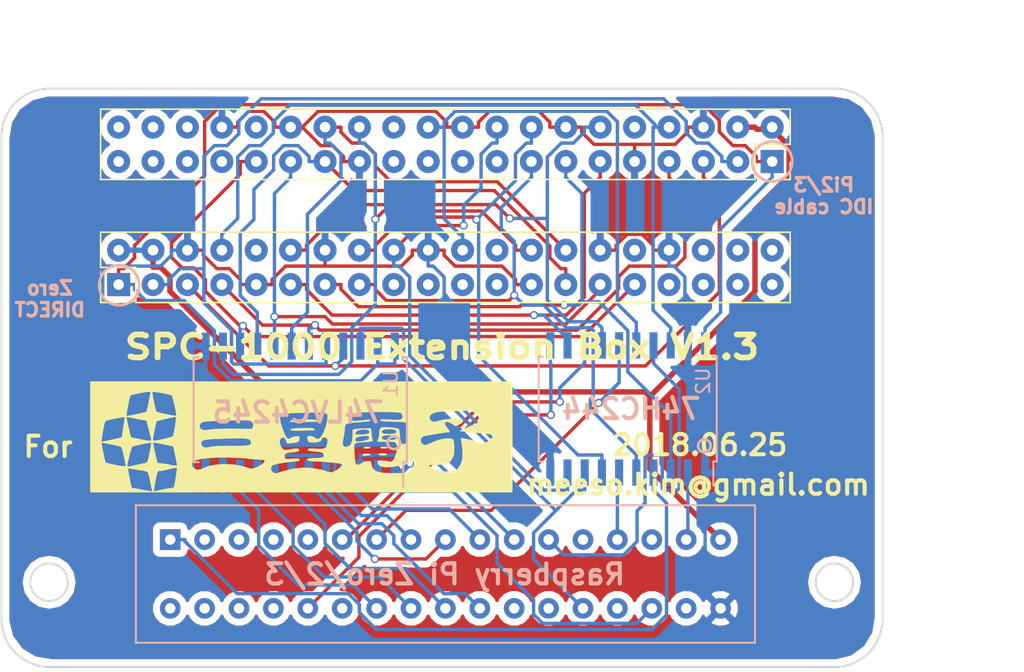
<source format=kicad_pcb>
(kicad_pcb (version 4) (host pcbnew 4.0.7)

  (general
    (links 79)
    (no_connects 0)
    (area 120.813282 78.357924 186.031418 121.250516)
    (thickness 1.6)
    (drawings 26)
    (tracks 541)
    (zones 0)
    (modules 6)
    (nets 80)
  )

  (page A4)
  (layers
    (0 F.Cu signal)
    (31 B.Cu signal)
    (32 B.Adhes user)
    (33 F.Adhes user)
    (34 B.Paste user)
    (35 F.Paste user)
    (36 B.SilkS user)
    (37 F.SilkS user)
    (38 B.Mask user)
    (39 F.Mask user)
    (40 Dwgs.User user)
    (41 Cmts.User user)
    (42 Eco1.User user)
    (43 Eco2.User user)
    (44 Edge.Cuts user)
    (45 Margin user)
    (46 B.CrtYd user)
    (47 F.CrtYd user)
    (48 B.Fab user)
    (49 F.Fab user)
  )

  (setup
    (last_trace_width 0.25)
    (trace_clearance 0.2)
    (zone_clearance 0.508)
    (zone_45_only no)
    (trace_min 0.2)
    (segment_width 0.2)
    (edge_width 0.15)
    (via_size 0.6)
    (via_drill 0.4)
    (via_min_size 0.4)
    (via_min_drill 0.3)
    (uvia_size 0.3)
    (uvia_drill 0.1)
    (uvias_allowed no)
    (uvia_min_size 0.2)
    (uvia_min_drill 0.1)
    (pcb_text_width 0.3)
    (pcb_text_size 1.5 1.5)
    (mod_edge_width 0.15)
    (mod_text_size 1 1)
    (mod_text_width 0.15)
    (pad_size 1.7 1.7)
    (pad_drill 0.79)
    (pad_to_mask_clearance 0.2)
    (aux_axis_origin 0 0)
    (visible_elements 7FFFFFFF)
    (pcbplotparams
      (layerselection 0x010f0_80000001)
      (usegerberextensions true)
      (excludeedgelayer true)
      (linewidth 0.100000)
      (plotframeref false)
      (viasonmask false)
      (mode 1)
      (useauxorigin false)
      (hpglpennumber 1)
      (hpglpenspeed 20)
      (hpglpendiameter 15)
      (hpglpenoverlay 2)
      (psnegative false)
      (psa4output false)
      (plotreference true)
      (plotvalue true)
      (plotinvisibletext false)
      (padsonsilk false)
      (subtractmaskfromsilk false)
      (outputformat 1)
      (mirror false)
      (drillshape 0)
      (scaleselection 1)
      (outputdirectory ./output))
  )

  (net 0 "")
  (net 1 +5V)
  (net 2 /RD2)
  (net 3 /RD3)
  (net 4 GND)
  (net 5 /RD4)
  (net 6 /RWR)
  (net 7 /RRESET)
  (net 8 /RCLK)
  (net 9 /RA0)
  (net 10 /RA1)
  (net 11 "Net-(J1-Pad17)")
  (net 12 /RA2)
  (net 13 "Net-(J1-Pad19)")
  (net 14 "Net-(J1-Pad21)")
  (net 15 "Net-(J1-Pad23)")
  (net 16 /REXT1)
  (net 17 /RD7)
  (net 18 /RD0)
  (net 19 /RD1)
  (net 20 /RD5)
  (net 21 /RD6)
  (net 22 "Net-(J1-Pad32)")
  (net 23 "Net-(J1-Pad33)")
  (net 24 "Net-(J1-Pad35)")
  (net 25 "Net-(J1-Pad36)")
  (net 26 "Net-(J1-Pad37)")
  (net 27 "Net-(J1-Pad38)")
  (net 28 "Net-(J1-Pad40)")
  (net 29 /A2)
  (net 30 /A1)
  (net 31 /A0)
  (net 32 /D0)
  (net 33 /D1)
  (net 34 /D2)
  (net 35 /D3)
  (net 36 /RESET)
  (net 37 /CLK)
  (net 38 /WR)
  (net 39 "Net-(J2-Pad22)")
  (net 40 /D7)
  (net 41 /D6)
  (net 42 /D5)
  (net 43 /D4)
  (net 44 "Net-(J2-Pad28)")
  (net 45 "Net-(J2-Pad29)")
  (net 46 /EXT1)
  (net 47 "Net-(J2-Pad24)")
  (net 48 "Net-(J2-Pad25)")
  (net 49 "Net-(J2-Pad32)")
  (net 50 "Net-(J1-Pad24)")
  (net 51 "Net-(J1-Pad10)")
  (net 52 /RA4)
  (net 53 /A6)
  (net 54 /A12)
  (net 55 /A5)
  (net 56 /A7)
  (net 57 /A4)
  (net 58 /A8)
  (net 59 /A3)
  (net 60 /A9)
  (net 61 /A11)
  (net 62 /A10)
  (net 63 "Net-(J1-Pad39)")
  (net 64 /RD)
  (net 65 "Net-(J3-Pad10)")
  (net 66 "Net-(J3-Pad17)")
  (net 67 "Net-(J3-Pad19)")
  (net 68 "Net-(J3-Pad21)")
  (net 69 "Net-(J3-Pad23)")
  (net 70 "Net-(J3-Pad24)")
  (net 71 "Net-(J3-Pad32)")
  (net 72 "Net-(J3-Pad33)")
  (net 73 "Net-(J3-Pad35)")
  (net 74 "Net-(J3-Pad36)")
  (net 75 "Net-(J3-Pad37)")
  (net 76 "Net-(J3-Pad38)")
  (net 77 "Net-(J3-Pad39)")
  (net 78 "Net-(J3-Pad40)")
  (net 79 /VCC)

  (net_class Default "This is the default net class."
    (clearance 0.2)
    (trace_width 0.25)
    (via_dia 0.6)
    (via_drill 0.4)
    (uvia_dia 0.3)
    (uvia_drill 0.1)
    (add_net /A0)
    (add_net /A1)
    (add_net /A10)
    (add_net /A11)
    (add_net /A12)
    (add_net /A2)
    (add_net /A3)
    (add_net /A4)
    (add_net /A5)
    (add_net /A6)
    (add_net /A7)
    (add_net /A8)
    (add_net /A9)
    (add_net /CLK)
    (add_net /D0)
    (add_net /D1)
    (add_net /D2)
    (add_net /D3)
    (add_net /D4)
    (add_net /D5)
    (add_net /D6)
    (add_net /D7)
    (add_net /EXT1)
    (add_net /RA0)
    (add_net /RA1)
    (add_net /RA2)
    (add_net /RA4)
    (add_net /RCLK)
    (add_net /RD)
    (add_net /RD0)
    (add_net /RD1)
    (add_net /RD2)
    (add_net /RD3)
    (add_net /RD4)
    (add_net /RD5)
    (add_net /RD6)
    (add_net /RD7)
    (add_net /RESET)
    (add_net /REXT1)
    (add_net /RRESET)
    (add_net /RWR)
    (add_net /VCC)
    (add_net /WR)
    (add_net GND)
    (add_net "Net-(J1-Pad10)")
    (add_net "Net-(J1-Pad17)")
    (add_net "Net-(J1-Pad19)")
    (add_net "Net-(J1-Pad21)")
    (add_net "Net-(J1-Pad23)")
    (add_net "Net-(J1-Pad24)")
    (add_net "Net-(J1-Pad32)")
    (add_net "Net-(J1-Pad33)")
    (add_net "Net-(J1-Pad35)")
    (add_net "Net-(J1-Pad36)")
    (add_net "Net-(J1-Pad37)")
    (add_net "Net-(J1-Pad38)")
    (add_net "Net-(J1-Pad39)")
    (add_net "Net-(J1-Pad40)")
    (add_net "Net-(J2-Pad22)")
    (add_net "Net-(J2-Pad24)")
    (add_net "Net-(J2-Pad25)")
    (add_net "Net-(J2-Pad28)")
    (add_net "Net-(J2-Pad29)")
    (add_net "Net-(J2-Pad32)")
    (add_net "Net-(J3-Pad10)")
    (add_net "Net-(J3-Pad17)")
    (add_net "Net-(J3-Pad19)")
    (add_net "Net-(J3-Pad21)")
    (add_net "Net-(J3-Pad23)")
    (add_net "Net-(J3-Pad24)")
    (add_net "Net-(J3-Pad32)")
    (add_net "Net-(J3-Pad33)")
    (add_net "Net-(J3-Pad35)")
    (add_net "Net-(J3-Pad36)")
    (add_net "Net-(J3-Pad37)")
    (add_net "Net-(J3-Pad38)")
    (add_net "Net-(J3-Pad39)")
    (add_net "Net-(J3-Pad40)")
  )

  (net_class 5V ""
    (clearance 0.2)
    (trace_width 0.4)
    (via_dia 0.6)
    (via_drill 0.4)
    (uvia_dia 0.3)
    (uvia_drill 0.1)
    (add_net +5V)
  )

  (module rpspc:cardedge_female_2x17_2.54mm (layer B.Cu) (tedit 5ABA3D33) (tstamp 5A5B784F)
    (at 153.67 114.3 270)
    (path /5A3E9D10)
    (fp_text reference J2 (at 0 17.28 270) (layer B.SilkS) hide
      (effects (font (size 1 1) (thickness 0.15)) (justify mirror))
    )
    (fp_text value Conn_02x17_Top_Bottom (at 0 18.28 360) (layer B.Fab)
      (effects (font (size 1 1) (thickness 0.15)) (justify mirror))
    )
    (fp_line (start -5.08 22.86) (end 5.08 22.86) (layer B.SilkS) (width 0.15))
    (fp_line (start 5.08 22.86) (end 5.08 -22.86) (layer B.SilkS) (width 0.15))
    (fp_line (start 5.08 -22.86) (end -5.08 -22.86) (layer B.SilkS) (width 0.15))
    (fp_line (start -5.08 -22.86) (end -5.08 22.86) (layer B.SilkS) (width 0.15))
    (pad 1 thru_hole rect (at -2.54 20.32 270) (size 1.524 1.524) (drill 0.77) (layers *.Cu *.Mask)
      (net 53 /A6))
    (pad 2 thru_hole circle (at 2.54 20.32 270) (size 1.524 1.524) (drill 0.77) (layers *.Cu *.Mask)
      (net 54 /A12))
    (pad 3 thru_hole circle (at -2.54 17.78 270) (size 1.524 1.524) (drill 0.77) (layers *.Cu *.Mask)
      (net 55 /A5))
    (pad 4 thru_hole circle (at 2.54 17.78 270) (size 1.524 1.524) (drill 0.77) (layers *.Cu *.Mask)
      (net 56 /A7))
    (pad 5 thru_hole circle (at -2.54 15.24 270) (size 1.524 1.524) (drill 0.77) (layers *.Cu *.Mask)
      (net 57 /A4))
    (pad 6 thru_hole circle (at 2.54 15.24 270) (size 1.524 1.524) (drill 0.77) (layers *.Cu *.Mask)
      (net 58 /A8))
    (pad 7 thru_hole circle (at -2.54 12.7 270) (size 1.524 1.524) (drill 0.77) (layers *.Cu *.Mask)
      (net 59 /A3))
    (pad 8 thru_hole circle (at 2.54 12.7 270) (size 1.524 1.524) (drill 0.77) (layers *.Cu *.Mask)
      (net 60 /A9))
    (pad 9 thru_hole circle (at -2.54 10.16 270) (size 1.524 1.524) (drill 0.77) (layers *.Cu *.Mask)
      (net 29 /A2))
    (pad 10 thru_hole circle (at 2.54 10.16 270) (size 1.524 1.524) (drill 0.77) (layers *.Cu *.Mask)
      (net 61 /A11))
    (pad 11 thru_hole circle (at -2.54 7.62 270) (size 1.524 1.524) (drill 0.77) (layers *.Cu *.Mask)
      (net 30 /A1))
    (pad 12 thru_hole circle (at 2.54 7.62 270) (size 1.524 1.524) (drill 0.77) (layers *.Cu *.Mask)
      (net 62 /A10))
    (pad 13 thru_hole circle (at -2.54 5.08 270) (size 1.524 1.524) (drill 0.77) (layers *.Cu *.Mask)
      (net 31 /A0))
    (pad 14 thru_hole circle (at 2.54 5.08 270) (size 1.524 1.524) (drill 0.77) (layers *.Cu *.Mask)
      (net 40 /D7))
    (pad 15 thru_hole circle (at -2.54 2.54 270) (size 1.524 1.524) (drill 0.77) (layers *.Cu *.Mask)
      (net 32 /D0))
    (pad 16 thru_hole circle (at 2.54 2.54 270) (size 1.524 1.524) (drill 0.77) (layers *.Cu *.Mask)
      (net 41 /D6))
    (pad 17 thru_hole circle (at -2.54 0 270) (size 1.524 1.524) (drill 0.77) (layers *.Cu *.Mask)
      (net 33 /D1))
    (pad 18 thru_hole circle (at 2.54 0 270) (size 1.524 1.524) (drill 0.77) (layers *.Cu *.Mask)
      (net 42 /D5))
    (pad 19 thru_hole circle (at -2.54 -2.54 270) (size 1.524 1.524) (drill 0.77) (layers *.Cu *.Mask)
      (net 34 /D2))
    (pad 20 thru_hole circle (at 2.54 -2.54 270) (size 1.524 1.524) (drill 0.77) (layers *.Cu *.Mask)
      (net 43 /D4))
    (pad 21 thru_hole circle (at -2.54 -5.08 270) (size 1.524 1.524) (drill 0.77) (layers *.Cu *.Mask)
      (net 35 /D3))
    (pad 22 thru_hole circle (at 2.54 -5.08 270) (size 1.524 1.524) (drill 0.77) (layers *.Cu *.Mask)
      (net 39 "Net-(J2-Pad22)"))
    (pad 23 thru_hole circle (at -2.54 -7.62 270) (size 1.524 1.524) (drill 0.77) (layers *.Cu *.Mask)
      (net 36 /RESET))
    (pad 24 thru_hole circle (at 2.54 -7.62 270) (size 1.524 1.524) (drill 0.77) (layers *.Cu *.Mask)
      (net 47 "Net-(J2-Pad24)"))
    (pad 25 thru_hole circle (at -2.54 -10.16 270) (size 1.524 1.524) (drill 0.77) (layers *.Cu *.Mask)
      (net 48 "Net-(J2-Pad25)"))
    (pad 26 thru_hole circle (at 2.54 -10.16 270) (size 1.524 1.524) (drill 0.77) (layers *.Cu *.Mask)
      (net 46 /EXT1))
    (pad 27 thru_hole circle (at -2.54 -12.7 270) (size 1.524 1.524) (drill 0.77) (layers *.Cu *.Mask)
      (net 37 /CLK))
    (pad 28 thru_hole circle (at 2.54 -12.7 270) (size 1.524 1.524) (drill 0.77) (layers *.Cu *.Mask)
      (net 44 "Net-(J2-Pad28)"))
    (pad 29 thru_hole circle (at -2.54 -15.24 270) (size 1.524 1.524) (drill 0.77) (layers *.Cu *.Mask)
      (net 45 "Net-(J2-Pad29)"))
    (pad 30 thru_hole circle (at 2.54 -15.24 270) (size 1.524 1.524) (drill 0.77) (layers *.Cu *.Mask)
      (net 64 /RD))
    (pad 31 thru_hole circle (at -2.54 -17.78 270) (size 1.524 1.524) (drill 0.77) (layers *.Cu *.Mask)
      (net 38 /WR))
    (pad 32 thru_hole circle (at 2.54 -17.78 270) (size 1.524 1.524) (drill 0.77) (layers *.Cu *.Mask)
      (net 49 "Net-(J2-Pad32)"))
    (pad 33 thru_hole circle (at -2.54 -20.32 270) (size 1.524 1.524) (drill 0.77) (layers *.Cu *.Mask)
      (net 1 +5V))
    (pad 34 thru_hole circle (at 2.54 -20.32 270) (size 1.524 1.524) (drill 0.77) (layers *.Cu *.Mask)
      (net 4 GND))
  )

  (module Socket_Strips:Socket_Strip_Straight_2x20_Pitch2.54mm (layer F.Cu) (tedit 5B2FC341) (tstamp 5A5CC0D3)
    (at 177.8 83.82 270)
    (descr "Through hole straight socket strip, 2x20, 2.54mm pitch, double rows")
    (tags "Through hole socket strip THT 2x20 2.54mm double row")
    (path /5A3E9C84)
    (fp_text reference J1 (at -1.27 -2.33 270) (layer F.SilkS) hide
      (effects (font (size 1 1) (thickness 0.15)))
    )
    (fp_text value RPi_GPIO (at -1.27 50.59 270) (layer F.Fab)
      (effects (font (size 1 1) (thickness 0.15)))
    )
    (fp_line (start -3.81 -1.27) (end -3.81 49.53) (layer F.Fab) (width 0.1))
    (fp_line (start -3.81 49.53) (end 1.27 49.53) (layer F.Fab) (width 0.1))
    (fp_line (start 1.27 49.53) (end 1.27 -1.27) (layer F.Fab) (width 0.1))
    (fp_line (start 1.27 -1.27) (end -3.81 -1.27) (layer F.Fab) (width 0.1))
    (fp_line (start 1.33 1.27) (end 1.33 49.59) (layer F.SilkS) (width 0.12))
    (fp_line (start 1.33 49.59) (end -3.87 49.59) (layer F.SilkS) (width 0.12))
    (fp_line (start -3.87 49.59) (end -3.87 -1.33) (layer F.SilkS) (width 0.12))
    (fp_line (start -3.87 -1.33) (end -1.27 -1.33) (layer F.SilkS) (width 0.12))
    (fp_line (start -1.27 -1.33) (end -1.27 1.27) (layer F.SilkS) (width 0.12))
    (fp_line (start -1.27 1.27) (end 1.33 1.27) (layer F.SilkS) (width 0.12))
    (fp_line (start 1.33 0) (end 1.33 -1.33) (layer F.SilkS) (width 0.12))
    (fp_line (start 1.33 -1.33) (end 0.06 -1.33) (layer F.SilkS) (width 0.12))
    (fp_line (start -4.35 -1.8) (end -4.35 50.05) (layer F.CrtYd) (width 0.05))
    (fp_line (start -4.35 50.05) (end 1.8 50.05) (layer F.CrtYd) (width 0.05))
    (fp_line (start 1.8 50.05) (end 1.8 -1.8) (layer F.CrtYd) (width 0.05))
    (fp_line (start 1.8 -1.8) (end -4.35 -1.8) (layer F.CrtYd) (width 0.05))
    (fp_text user %R (at -1.27 -2.33 360) (layer F.Fab) hide
      (effects (font (size 1 1) (thickness 0.15)))
    )
    (pad 1 thru_hole rect (at 0 0 270) (size 1.7 1.7) (drill 0.78) (layers *.Cu *.Mask)
      (net 79 /VCC))
    (pad 2 thru_hole oval (at -2.54 0 270) (size 1.7 1.7) (drill 0.78) (layers *.Cu *.Mask)
      (net 1 +5V))
    (pad 3 thru_hole oval (at 0 2.54 270) (size 1.7 1.7) (drill 0.78) (layers *.Cu *.Mask)
      (net 2 /RD2))
    (pad 4 thru_hole oval (at -2.54 2.54 270) (size 1.7 1.7) (drill 0.78) (layers *.Cu *.Mask)
      (net 1 +5V))
    (pad 5 thru_hole oval (at 0 5.08 270) (size 1.7 1.7) (drill 0.78) (layers *.Cu *.Mask)
      (net 3 /RD3))
    (pad 6 thru_hole oval (at -2.54 5.08 270) (size 1.7 1.7) (drill 0.78) (layers *.Cu *.Mask)
      (net 4 GND))
    (pad 7 thru_hole oval (at 0 7.62 270) (size 1.7 1.7) (drill 0.78) (layers *.Cu *.Mask)
      (net 5 /RD4))
    (pad 8 thru_hole oval (at -2.54 7.62 270) (size 1.7 1.7) (drill 0.78) (layers *.Cu *.Mask)
      (net 6 /RWR))
    (pad 9 thru_hole oval (at 0 10.16 270) (size 1.7 1.7) (drill 0.78) (layers *.Cu *.Mask)
      (net 4 GND))
    (pad 10 thru_hole oval (at -2.54 10.16 270) (size 1.7 1.7) (drill 0.78) (layers *.Cu *.Mask)
      (net 51 "Net-(J1-Pad10)"))
    (pad 11 thru_hole oval (at 0 12.7 270) (size 1.7 1.7) (drill 0.78) (layers *.Cu *.Mask)
      (net 16 /REXT1))
    (pad 12 thru_hole oval (at -2.54 12.7 270) (size 1.7 1.7) (drill 0.78) (layers *.Cu *.Mask)
      (net 8 /RCLK))
    (pad 13 thru_hole oval (at 0 15.24 270) (size 1.7 1.7) (drill 0.78) (layers *.Cu *.Mask)
      (net 7 /RRESET))
    (pad 14 thru_hole oval (at -2.54 15.24 270) (size 1.7 1.7) (drill 0.78) (layers *.Cu *.Mask)
      (net 4 GND))
    (pad 15 thru_hole oval (at 0 17.78 270) (size 1.7 1.7) (drill 0.78) (layers *.Cu *.Mask)
      (net 9 /RA0))
    (pad 16 thru_hole oval (at -2.54 17.78 270) (size 1.7 1.7) (drill 0.78) (layers *.Cu *.Mask)
      (net 10 /RA1))
    (pad 17 thru_hole oval (at 0 20.32 270) (size 1.7 1.7) (drill 0.78) (layers *.Cu *.Mask)
      (net 11 "Net-(J1-Pad17)"))
    (pad 18 thru_hole oval (at -2.54 20.32 270) (size 1.7 1.7) (drill 0.78) (layers *.Cu *.Mask)
      (net 12 /RA2))
    (pad 19 thru_hole oval (at 0 22.86 270) (size 1.7 1.7) (drill 0.78) (layers *.Cu *.Mask)
      (net 13 "Net-(J1-Pad19)"))
    (pad 20 thru_hole oval (at -2.54 22.86 270) (size 1.7 1.7) (drill 0.78) (layers *.Cu *.Mask)
      (net 4 GND))
    (pad 21 thru_hole oval (at 0 25.4 270) (size 1.7 1.7) (drill 0.78) (layers *.Cu *.Mask)
      (net 14 "Net-(J1-Pad21)"))
    (pad 22 thru_hole oval (at -2.54 25.4 270) (size 1.7 1.7) (drill 0.78) (layers *.Cu *.Mask)
      (net 52 /RA4))
    (pad 23 thru_hole oval (at 0 27.94 270) (size 1.7 1.7) (drill 0.78) (layers *.Cu *.Mask)
      (net 15 "Net-(J1-Pad23)"))
    (pad 24 thru_hole oval (at -2.54 27.94 270) (size 1.7 1.7) (drill 0.78) (layers *.Cu *.Mask)
      (net 50 "Net-(J1-Pad24)"))
    (pad 25 thru_hole oval (at 0 30.48 270) (size 1.7 1.7) (drill 0.78) (layers *.Cu *.Mask)
      (net 4 GND))
    (pad 26 thru_hole oval (at -2.54 30.48 270) (size 1.7 1.7) (drill 0.78) (layers *.Cu *.Mask)
      (net 17 /RD7))
    (pad 27 thru_hole oval (at 0 33.02 270) (size 1.7 1.7) (drill 0.78) (layers *.Cu *.Mask)
      (net 18 /RD0))
    (pad 28 thru_hole oval (at -2.54 33.02 270) (size 1.7 1.7) (drill 0.78) (layers *.Cu *.Mask)
      (net 19 /RD1))
    (pad 29 thru_hole oval (at 0 35.56 270) (size 1.7 1.7) (drill 0.78) (layers *.Cu *.Mask)
      (net 20 /RD5))
    (pad 30 thru_hole oval (at -2.54 35.56 270) (size 1.7 1.7) (drill 0.78) (layers *.Cu *.Mask)
      (net 4 GND))
    (pad 31 thru_hole oval (at 0 38.1 270) (size 1.7 1.7) (drill 0.78) (layers *.Cu *.Mask)
      (net 21 /RD6))
    (pad 32 thru_hole oval (at -2.54 38.1 270) (size 1.7 1.7) (drill 0.78) (layers *.Cu *.Mask)
      (net 22 "Net-(J1-Pad32)"))
    (pad 33 thru_hole oval (at 0 40.64 270) (size 1.7 1.7) (drill 0.78) (layers *.Cu *.Mask)
      (net 23 "Net-(J1-Pad33)"))
    (pad 34 thru_hole oval (at -2.54 40.64 270) (size 1.7 1.7) (drill 0.78) (layers *.Cu *.Mask)
      (net 4 GND))
    (pad 35 thru_hole oval (at 0 43.18 270) (size 1.7 1.7) (drill 0.78) (layers *.Cu *.Mask)
      (net 24 "Net-(J1-Pad35)"))
    (pad 36 thru_hole oval (at -2.54 43.18 270) (size 1.7 1.7) (drill 0.78) (layers *.Cu *.Mask)
      (net 25 "Net-(J1-Pad36)"))
    (pad 37 thru_hole oval (at 0 45.72 270) (size 1.7 1.7) (drill 0.78) (layers *.Cu *.Mask)
      (net 26 "Net-(J1-Pad37)"))
    (pad 38 thru_hole oval (at -2.54 45.72 270) (size 1.7 1.7) (drill 0.78) (layers *.Cu *.Mask)
      (net 27 "Net-(J1-Pad38)"))
    (pad 39 thru_hole oval (at 0 48.26 270) (size 1.7 1.7) (drill 0.78) (layers *.Cu *.Mask)
      (net 63 "Net-(J1-Pad39)"))
    (pad 40 thru_hole oval (at -2.54 48.26 270) (size 1.7 1.7) (drill 0.78) (layers *.Cu *.Mask)
      (net 28 "Net-(J1-Pad40)"))
    (model Pin_Headers.3dshapes/Pin_Header_Straight_2x20_Pitch2.54mm.wrl
      (at (xyz -0.1 -1.9 -0.07000000000000001))
      (scale (xyz 1 1 1))
      (rotate (xyz 180 0 0))
    )
  )

  (module Pin_Headers:Pin_Header_Straight_2x20_Pitch2.54mm (layer F.Cu) (tedit 5B2FC2F6) (tstamp 5AE08E66)
    (at 129.54 92.9132 90)
    (descr "Through hole straight pin header, 2x20, 2.54mm pitch, double rows")
    (tags "Through hole pin header THT 2x20 2.54mm double row")
    (path /5AE09492)
    (fp_text reference J3 (at 1.27 -2.33 90) (layer F.SilkS) hide
      (effects (font (size 1 1) (thickness 0.15)))
    )
    (fp_text value RPi_GPIO (at 1.27 50.59 90) (layer F.Fab)
      (effects (font (size 1 1) (thickness 0.15)))
    )
    (fp_line (start 0 -1.27) (end 3.81 -1.27) (layer F.Fab) (width 0.1))
    (fp_line (start 3.81 -1.27) (end 3.81 49.53) (layer F.Fab) (width 0.1))
    (fp_line (start 3.81 49.53) (end -1.27 49.53) (layer F.Fab) (width 0.1))
    (fp_line (start -1.27 49.53) (end -1.27 0) (layer F.Fab) (width 0.1))
    (fp_line (start -1.27 0) (end 0 -1.27) (layer F.Fab) (width 0.1))
    (fp_line (start -1.33 49.59) (end 3.87 49.59) (layer F.SilkS) (width 0.12))
    (fp_line (start -1.33 1.27) (end -1.33 49.59) (layer F.SilkS) (width 0.12))
    (fp_line (start 3.87 -1.33) (end 3.87 49.59) (layer F.SilkS) (width 0.12))
    (fp_line (start -1.33 1.27) (end 1.27 1.27) (layer F.SilkS) (width 0.12))
    (fp_line (start 1.27 1.27) (end 1.27 -1.33) (layer F.SilkS) (width 0.12))
    (fp_line (start 1.27 -1.33) (end 3.87 -1.33) (layer F.SilkS) (width 0.12))
    (fp_line (start -1.33 0) (end -1.33 -1.33) (layer F.SilkS) (width 0.12))
    (fp_line (start -1.33 -1.33) (end 0 -1.33) (layer F.SilkS) (width 0.12))
    (fp_line (start -1.8 -1.8) (end -1.8 50.05) (layer F.CrtYd) (width 0.05))
    (fp_line (start -1.8 50.05) (end 4.35 50.05) (layer F.CrtYd) (width 0.05))
    (fp_line (start 4.35 50.05) (end 4.35 -1.8) (layer F.CrtYd) (width 0.05))
    (fp_line (start 4.35 -1.8) (end -1.8 -1.8) (layer F.CrtYd) (width 0.05))
    (fp_text user %R (at 1.27 24.13 180) (layer F.Fab)
      (effects (font (size 1 1) (thickness 0.15)))
    )
    (pad 1 thru_hole rect (at 0 0 90) (size 1.7 1.7) (drill 0.78) (layers *.Cu *.Mask)
      (net 79 /VCC))
    (pad 2 thru_hole oval (at 2.54 0 90) (size 1.7 1.7) (drill 0.78) (layers *.Cu *.Mask)
      (net 1 +5V))
    (pad 3 thru_hole oval (at 0 2.54 90) (size 1.7 1.7) (drill 0.78) (layers *.Cu *.Mask)
      (net 2 /RD2))
    (pad 4 thru_hole oval (at 2.54 2.54 90) (size 1.7 1.7) (drill 0.78) (layers *.Cu *.Mask)
      (net 1 +5V))
    (pad 5 thru_hole oval (at 0 5.08 90) (size 1.7 1.7) (drill 0.78) (layers *.Cu *.Mask)
      (net 3 /RD3))
    (pad 6 thru_hole oval (at 2.54 5.08 90) (size 1.7 1.7) (drill 0.78) (layers *.Cu *.Mask)
      (net 4 GND))
    (pad 7 thru_hole oval (at 0 7.62 90) (size 1.7 1.7) (drill 0.78) (layers *.Cu *.Mask)
      (net 5 /RD4))
    (pad 8 thru_hole oval (at 2.54 7.62 90) (size 1.7 1.7) (drill 0.78) (layers *.Cu *.Mask)
      (net 6 /RWR))
    (pad 9 thru_hole oval (at 0 10.16 90) (size 1.7 1.7) (drill 0.78) (layers *.Cu *.Mask)
      (net 4 GND))
    (pad 10 thru_hole oval (at 2.54 10.16 90) (size 1.7 1.7) (drill 0.78) (layers *.Cu *.Mask)
      (net 65 "Net-(J3-Pad10)"))
    (pad 11 thru_hole oval (at 0 12.7 90) (size 1.7 1.7) (drill 0.78) (layers *.Cu *.Mask)
      (net 16 /REXT1))
    (pad 12 thru_hole oval (at 2.54 12.7 90) (size 1.7 1.7) (drill 0.78) (layers *.Cu *.Mask)
      (net 8 /RCLK))
    (pad 13 thru_hole oval (at 0 15.24 90) (size 1.7 1.7) (drill 0.78) (layers *.Cu *.Mask)
      (net 7 /RRESET))
    (pad 14 thru_hole oval (at 2.54 15.24 90) (size 1.7 1.7) (drill 0.78) (layers *.Cu *.Mask)
      (net 4 GND))
    (pad 15 thru_hole oval (at 0 17.78 90) (size 1.7 1.7) (drill 0.78) (layers *.Cu *.Mask)
      (net 9 /RA0))
    (pad 16 thru_hole oval (at 2.54 17.78 90) (size 1.7 1.7) (drill 0.78) (layers *.Cu *.Mask)
      (net 10 /RA1))
    (pad 17 thru_hole oval (at 0 20.32 90) (size 1.7 1.7) (drill 0.78) (layers *.Cu *.Mask)
      (net 66 "Net-(J3-Pad17)"))
    (pad 18 thru_hole oval (at 2.54 20.32 90) (size 1.7 1.7) (drill 0.78) (layers *.Cu *.Mask)
      (net 12 /RA2))
    (pad 19 thru_hole oval (at 0 22.86 90) (size 1.7 1.7) (drill 0.78) (layers *.Cu *.Mask)
      (net 67 "Net-(J3-Pad19)"))
    (pad 20 thru_hole oval (at 2.54 22.86 90) (size 1.7 1.7) (drill 0.78) (layers *.Cu *.Mask)
      (net 4 GND))
    (pad 21 thru_hole oval (at 0 25.4 90) (size 1.7 1.7) (drill 0.78) (layers *.Cu *.Mask)
      (net 68 "Net-(J3-Pad21)"))
    (pad 22 thru_hole oval (at 2.54 25.4 90) (size 1.7 1.7) (drill 0.78) (layers *.Cu *.Mask)
      (net 52 /RA4))
    (pad 23 thru_hole oval (at 0 27.94 90) (size 1.7 1.7) (drill 0.78) (layers *.Cu *.Mask)
      (net 69 "Net-(J3-Pad23)"))
    (pad 24 thru_hole oval (at 2.54 27.94 90) (size 1.7 1.7) (drill 0.78) (layers *.Cu *.Mask)
      (net 70 "Net-(J3-Pad24)"))
    (pad 25 thru_hole oval (at 0 30.48 90) (size 1.7 1.7) (drill 0.78) (layers *.Cu *.Mask)
      (net 4 GND))
    (pad 26 thru_hole oval (at 2.54 30.48 90) (size 1.7 1.7) (drill 0.78) (layers *.Cu *.Mask)
      (net 17 /RD7))
    (pad 27 thru_hole oval (at 0 33.02 90) (size 1.7 1.7) (drill 0.78) (layers *.Cu *.Mask)
      (net 18 /RD0))
    (pad 28 thru_hole oval (at 2.54 33.02 90) (size 1.7 1.7) (drill 0.78) (layers *.Cu *.Mask)
      (net 19 /RD1))
    (pad 29 thru_hole oval (at 0 35.56 90) (size 1.7 1.7) (drill 0.78) (layers *.Cu *.Mask)
      (net 20 /RD5))
    (pad 30 thru_hole oval (at 2.54 35.56 90) (size 1.7 1.7) (drill 0.78) (layers *.Cu *.Mask)
      (net 4 GND))
    (pad 31 thru_hole oval (at 0 38.1 90) (size 1.7 1.7) (drill 0.78) (layers *.Cu *.Mask)
      (net 21 /RD6))
    (pad 32 thru_hole oval (at 2.54 38.1 90) (size 1.7 1.7) (drill 0.78) (layers *.Cu *.Mask)
      (net 71 "Net-(J3-Pad32)"))
    (pad 33 thru_hole oval (at 0 40.64 90) (size 1.7 1.7) (drill 0.78) (layers *.Cu *.Mask)
      (net 72 "Net-(J3-Pad33)"))
    (pad 34 thru_hole oval (at 2.54 40.64 90) (size 1.7 1.7) (drill 0.78) (layers *.Cu *.Mask)
      (net 4 GND))
    (pad 35 thru_hole oval (at 0 43.18 90) (size 1.7 1.7) (drill 0.78) (layers *.Cu *.Mask)
      (net 73 "Net-(J3-Pad35)"))
    (pad 36 thru_hole oval (at 2.54 43.18 90) (size 1.7 1.7) (drill 0.78) (layers *.Cu *.Mask)
      (net 74 "Net-(J3-Pad36)"))
    (pad 37 thru_hole oval (at 0 45.72 90) (size 1.7 1.7) (drill 0.78) (layers *.Cu *.Mask)
      (net 75 "Net-(J3-Pad37)"))
    (pad 38 thru_hole oval (at 2.54 45.72 90) (size 1.7 1.7) (drill 0.78) (layers *.Cu *.Mask)
      (net 76 "Net-(J3-Pad38)"))
    (pad 39 thru_hole oval (at 0 48.26 90) (size 1.7 1.7) (drill 0.78) (layers *.Cu *.Mask)
      (net 77 "Net-(J3-Pad39)"))
    (pad 40 thru_hole oval (at 2.54 48.26 90) (size 1.7 1.7) (drill 0.78) (layers *.Cu *.Mask)
      (net 78 "Net-(J3-Pad40)"))
    (model ${KISYS3DMOD}/Pin_Headers.3dshapes/Pin_Header_Straight_2x20_Pitch2.54mm.wrl
      (at (xyz 0 0 0))
      (scale (xyz 1 1 1))
      (rotate (xyz 0 0 0))
    )
  )

  (module Housings_SOIC:SOIC-20W_7.5x12.8mm_Pitch1.27mm (layer B.Cu) (tedit 5AE873F8) (tstamp 5AE08EB2)
    (at 167.132 102.108 90)
    (descr "20-Lead Plastic Small Outline (SO) - Wide, 7.50 mm Body [SOIC] (see Microchip Packaging Specification 00000049BS.pdf)")
    (tags "SOIC 1.27")
    (path /5AE08CA2)
    (attr smd)
    (fp_text reference U2 (at -0.3302 -8.3058 180) (layer B.SilkS) hide
      (effects (font (size 1 1) (thickness 0.15)) (justify mirror))
    )
    (fp_text value 74HC244 (at 0 -7.5 90) (layer B.Fab)
      (effects (font (size 1 1) (thickness 0.15)) (justify mirror))
    )
    (fp_text user %R (at 0 0 90) (layer B.Fab)
      (effects (font (size 1 1) (thickness 0.15)) (justify mirror))
    )
    (fp_line (start -2.75 6.4) (end 3.75 6.4) (layer B.Fab) (width 0.15))
    (fp_line (start 3.75 6.4) (end 3.75 -6.4) (layer B.Fab) (width 0.15))
    (fp_line (start 3.75 -6.4) (end -3.75 -6.4) (layer B.Fab) (width 0.15))
    (fp_line (start -3.75 -6.4) (end -3.75 5.4) (layer B.Fab) (width 0.15))
    (fp_line (start -3.75 5.4) (end -2.75 6.4) (layer B.Fab) (width 0.15))
    (fp_line (start -5.95 6.75) (end -5.95 -6.75) (layer B.CrtYd) (width 0.05))
    (fp_line (start 5.95 6.75) (end 5.95 -6.75) (layer B.CrtYd) (width 0.05))
    (fp_line (start -5.95 6.75) (end 5.95 6.75) (layer B.CrtYd) (width 0.05))
    (fp_line (start -5.95 -6.75) (end 5.95 -6.75) (layer B.CrtYd) (width 0.05))
    (fp_line (start -3.875 6.575) (end -3.875 6.325) (layer B.SilkS) (width 0.15))
    (fp_line (start 3.875 6.575) (end 3.875 6.24) (layer B.SilkS) (width 0.15))
    (fp_line (start 3.875 -6.575) (end 3.875 -6.24) (layer B.SilkS) (width 0.15))
    (fp_line (start -3.875 -6.575) (end -3.875 -6.24) (layer B.SilkS) (width 0.15))
    (fp_line (start -3.875 6.575) (end 3.875 6.575) (layer B.SilkS) (width 0.15))
    (fp_line (start -3.875 -6.575) (end 3.875 -6.575) (layer B.SilkS) (width 0.15))
    (fp_line (start -3.875 6.325) (end -5.675 6.325) (layer B.SilkS) (width 0.15))
    (pad 1 smd rect (at -4.7 5.715 90) (size 1.95 0.6) (layers B.Cu B.Paste B.Mask)
      (net 4 GND))
    (pad 2 smd rect (at -4.7 4.445 90) (size 1.95 0.6) (layers B.Cu B.Paste B.Mask)
      (net 38 /WR))
    (pad 3 smd rect (at -4.7 3.175 90) (size 1.95 0.6) (layers B.Cu B.Paste B.Mask)
      (net 7 /RRESET))
    (pad 4 smd rect (at -4.7 1.905 90) (size 1.95 0.6) (layers B.Cu B.Paste B.Mask)
      (net 53 /A6))
    (pad 5 smd rect (at -4.7 0.635 90) (size 1.95 0.6) (layers B.Cu B.Paste B.Mask)
      (net 9 /RA0))
    (pad 6 smd rect (at -4.7 -0.635 90) (size 1.95 0.6) (layers B.Cu B.Paste B.Mask)
      (net 37 /CLK))
    (pad 7 smd rect (at -4.7 -1.905 90) (size 1.95 0.6) (layers B.Cu B.Paste B.Mask)
      (net 10 /RA1))
    (pad 8 smd rect (at -4.7 -3.175 90) (size 1.95 0.6) (layers B.Cu B.Paste B.Mask)
      (net 46 /EXT1))
    (pad 9 smd rect (at -4.7 -4.445 90) (size 1.95 0.6) (layers B.Cu B.Paste B.Mask)
      (net 12 /RA2))
    (pad 10 smd rect (at -4.7 -5.715 90) (size 1.95 0.6) (layers B.Cu B.Paste B.Mask)
      (net 4 GND))
    (pad 11 smd rect (at 4.7 -5.715 90) (size 1.95 0.6) (layers B.Cu B.Paste B.Mask)
      (net 61 /A11))
    (pad 12 smd rect (at 4.7 -4.445 90) (size 1.95 0.6) (layers B.Cu B.Paste B.Mask)
      (net 16 /REXT1))
    (pad 13 smd rect (at 4.7 -3.175 90) (size 1.95 0.6) (layers B.Cu B.Paste B.Mask)
      (net 30 /A1))
    (pad 14 smd rect (at 4.7 -1.905 90) (size 1.95 0.6) (layers B.Cu B.Paste B.Mask)
      (net 8 /RCLK))
    (pad 15 smd rect (at 4.7 -0.635 90) (size 1.95 0.6) (layers B.Cu B.Paste B.Mask)
      (net 31 /A0))
    (pad 16 smd rect (at 4.7 0.635 90) (size 1.95 0.6) (layers B.Cu B.Paste B.Mask)
      (net 52 /RA4))
    (pad 17 smd rect (at 4.7 1.905 90) (size 1.95 0.6) (layers B.Cu B.Paste B.Mask)
      (net 36 /RESET))
    (pad 18 smd rect (at 4.7 3.175 90) (size 1.95 0.6) (layers B.Cu B.Paste B.Mask)
      (net 6 /RWR))
    (pad 19 smd rect (at 4.7 4.445 90) (size 1.95 0.6) (layers B.Cu B.Paste B.Mask)
      (net 4 GND))
    (pad 20 smd rect (at 4.7 5.715 90) (size 1.95 0.6) (layers B.Cu B.Paste B.Mask)
      (net 79 /VCC))
    (model ${KISYS3DMOD}/Housings_SOIC.3dshapes/SOIC-20W_7.5x12.8mm_Pitch1.27mm.wrl
      (at (xyz 0 0 0))
      (scale (xyz 1 1 1))
      (rotate (xyz 0 0 0))
    )
  )

  (module rpspc:samsunglogo (layer F.Cu) (tedit 5AE09177) (tstamp 5AE097FD)
    (at 143.002 104.14)
    (fp_text reference G*** (at 0 0) (layer F.SilkS) hide
      (effects (font (thickness 0.3)))
    )
    (fp_text value LOGO (at 0.508 0) (layer F.SilkS) hide
      (effects (font (thickness 0.3)))
    )
    (fp_poly (pts (xy 15.621 4.1275) (xy -15.5575 4.1275) (xy -15.5575 2.430357) (xy -12.7635 2.430357)
      (xy -12.75183 2.523863) (xy -12.721053 2.702075) (xy -12.677518 2.933303) (xy -12.627574 3.185858)
      (xy -12.57757 3.42805) (xy -12.533856 3.628189) (xy -12.50278 3.754587) (xy -12.492695 3.781981)
      (xy -12.430501 3.796224) (xy -12.273212 3.827429) (xy -12.050716 3.870019) (xy -11.7929 3.918413)
      (xy -11.529654 3.967035) (xy -11.290865 4.010305) (xy -11.106421 4.042646) (xy -11.025719 4.055783)
      (xy -10.997319 4.011349) (xy -11.000215 3.9888) (xy -10.855575 3.9888) (xy -10.836794 4.049622)
      (xy -10.767948 4.044513) (xy -10.756646 4.041106) (xy -10.636938 4.010125) (xy -10.434732 3.963588)
      (xy -10.192007 3.911127) (xy -10.171724 3.906885) (xy -9.922359 3.859) (xy -9.704302 3.824369)
      (xy -9.562397 3.810058) (xy -9.556878 3.81) (xy -9.421605 3.766693) (xy -9.373001 3.698875)
      (xy -9.339229 3.55783) (xy -9.298591 3.345954) (xy -9.25585 3.094507) (xy -9.215766 2.834748)
      (xy -9.183103 2.597937) (xy -9.162621 2.415336) (xy -9.159084 2.318203) (xy -9.161548 2.310786)
      (xy -9.233163 2.311067) (xy -9.396511 2.339124) (xy -9.6208 2.389326) (xy -9.702852 2.40977)
      (xy -9.9622 2.471128) (xy -10.192052 2.516932) (xy -10.350794 2.539095) (xy -10.373208 2.54)
      (xy -10.454625 2.543066) (xy -10.518467 2.56287) (xy -10.570417 2.61532) (xy -10.616159 2.716321)
      (xy -10.661377 2.881782) (xy -10.711754 3.127609) (xy -10.772974 3.46971) (xy -10.835229 3.833096)
      (xy -10.855575 3.9888) (xy -11.000215 3.9888) (xy -11.008909 3.921125) (xy -11.038379 3.794186)
      (xy -11.083255 3.581802) (xy -11.135299 3.323308) (xy -11.151883 3.2385) (xy -11.207359 2.9851)
      (xy -11.264485 2.777233) (xy -11.313558 2.648633) (xy -11.327444 2.628178) (xy -11.420583 2.586402)
      (xy -11.604324 2.538704) (xy -11.843131 2.493916) (xy -11.90625 2.484355) (xy -12.171195 2.444547)
      (xy -12.40783 2.406185) (xy -12.571294 2.376594) (xy -12.588875 2.372898) (xy -12.719856 2.362725)
      (xy -12.763007 2.418083) (xy -12.7635 2.430357) (xy -15.5575 2.430357) (xy -15.5575 0.463251)
      (xy -14.708419 0.463251) (xy -14.707479 0.5323) (xy -14.684247 0.694651) (xy -14.644813 0.919815)
      (xy -14.59527 1.177308) (xy -14.541709 1.436641) (xy -14.490221 1.66733) (xy -14.446897 1.838886)
      (xy -14.417828 1.920824) (xy -14.416982 1.921883) (xy -14.340999 1.95241) (xy -14.17205 1.996926)
      (xy -13.942504 2.048916) (xy -13.684729 2.101864) (xy -13.431092 2.149256) (xy -13.213964 2.184578)
      (xy -13.065711 2.201314) (xy -13.030021 2.201037) (xy -12.978386 2.174875) (xy -12.822816 2.174875)
      (xy -12.804028 2.211129) (xy -12.725196 2.217477) (xy -12.565963 2.192202) (xy -12.305976 2.133589)
      (xy -12.291307 2.130075) (xy -12.026716 2.069335) (xy -11.76119 2.012714) (xy -11.622409 1.985569)
      (xy -11.506248 1.964532) (xy -11.422494 1.938046) (xy -11.361333 1.886389) (xy -11.312951 1.789836)
      (xy -11.267534 1.628664) (xy -11.215266 1.38315) (xy -11.146333 1.033568) (xy -11.144783 1.025714)
      (xy -11.100849 0.781589) (xy -11.074097 0.588561) (xy -11.071388 0.534933) (xy -10.898274 0.534933)
      (xy -10.872969 0.705036) (xy -10.82622 0.947169) (xy -10.764587 1.2267) (xy -10.595296 1.95469)
      (xy -10.175704 1.999625) (xy -9.93765 2.030889) (xy -9.735355 2.067587) (xy -9.624681 2.097754)
      (xy -9.45987 2.139714) (xy -9.310688 2.154974) (xy -9.188854 2.1479) (xy -9.151383 2.093988)
      (xy -9.153491 2.080336) (xy -8.048712 2.080336) (xy -8.000367 2.223683) (xy -7.846937 2.395079)
      (xy -7.633288 2.45893) (xy -7.368435 2.414155) (xy -7.167624 2.323288) (xy -6.83058 2.188581)
      (xy -6.40428 2.096111) (xy -5.919503 2.046632) (xy -5.407029 2.040898) (xy -4.897634 2.079665)
      (xy -4.4221 2.163687) (xy -4.128855 2.248779) (xy -3.889367 2.330703) (xy -3.728709 2.373179)
      (xy -3.605951 2.379025) (xy -3.480161 2.351059) (xy -3.340902 2.30303) (xy -3.335754 2.300674)
      (xy -2.207849 2.300674) (xy -2.200179 2.478573) (xy -2.086489 2.627996) (xy -2.081371 2.631649)
      (xy -1.987136 2.69198) (xy -1.900285 2.719581) (xy -1.789663 2.711959) (xy -1.62411 2.666622)
      (xy -1.372468 2.581076) (xy -1.349681 2.573118) (xy -0.631762 2.383229) (xy 0.108175 2.301704)
      (xy 0.843836 2.329005) (xy 1.548927 2.465597) (xy 1.723815 2.519009) (xy 1.972415 2.599089)
      (xy 2.13702 2.641076) (xy 2.253892 2.647711) (xy 2.359293 2.621733) (xy 2.468681 2.575275)
      (xy 2.662473 2.468573) (xy 2.845071 2.336491) (xy 2.984074 2.205937) (xy 3.04708 2.103823)
      (xy 3.048 2.09414) (xy 2.994327 2.035878) (xy 2.905125 2.003283) (xy 2.73975 1.976989)
      (xy 2.481373 1.946922) (xy 2.163819 1.915952) (xy 1.820911 1.886955) (xy 1.486473 1.862803)
      (xy 1.194329 1.846369) (xy 0.989096 1.840527) (xy 0.696115 1.824445) (xy 0.517158 1.778925)
      (xy 0.456347 1.705421) (xy 0.471862 1.658099) (xy 0.557191 1.621648) (xy 0.747086 1.597224)
      (xy 1.01945 1.587554) (xy 1.043722 1.5875) (xy 1.368037 1.575546) (xy 1.577146 1.53642)
      (xy 1.680875 1.465227) (xy 1.689049 1.357068) (xy 1.657275 1.281725) (xy 1.601287 1.21755)
      (xy 1.497324 1.172848) (xy 1.318775 1.140237) (xy 1.049618 1.113215) (xy 0.776165 1.085574)
      (xy 0.608782 1.054516) (xy 0.526557 1.014506) (xy 0.508 0.969897) (xy 0.52472 0.92451)
      (xy 0.589791 0.898659) (xy 0.725573 0.889864) (xy 0.954429 0.895643) (xy 1.109498 0.903157)
      (xy 1.437432 0.912735) (xy 1.661873 0.892899) (xy 1.805147 0.831544) (xy 1.889577 0.716565)
      (xy 1.937486 0.535855) (xy 1.950829 0.446914) (xy 1.951871 0.42848) (xy 3.086616 0.42848)
      (xy 3.109599 0.637273) (xy 3.208777 0.74557) (xy 3.29904 0.762) (xy 3.521501 0.715122)
      (xy 3.678557 0.570877) (xy 3.773463 0.323842) (xy 3.783341 0.226384) (xy 4.009432 0.226384)
      (xy 4.021573 0.280826) (xy 4.069689 0.346502) (xy 4.164987 0.374894) (xy 4.331491 0.3674)
      (xy 4.59323 0.325416) (xy 4.639419 0.316756) (xy 4.893422 0.249395) (xy 5.023946 0.165872)
      (xy 5.033758 0.063866) (xy 5.001055 0.01314) (xy 4.919812 -0.034947) (xy 4.768277 -0.047645)
      (xy 4.544313 -0.030491) (xy 4.242887 0.024879) (xy 4.064656 0.110467) (xy 4.009432 0.226384)
      (xy 3.783341 0.226384) (xy 3.809473 -0.031404) (xy 3.81 -0.08922) (xy 3.81 -0.272273)
      (xy 4.016107 -0.272273) (xy 4.028423 -0.189593) (xy 4.160089 -0.144052) (xy 4.409816 -0.136457)
      (xy 4.521685 -0.142683) (xy 4.750918 -0.166783) (xy 4.930732 -0.199845) (xy 5.022657 -0.234769)
      (xy 5.023128 -0.235229) (xy 5.055659 -0.339732) (xy 5.043537 -0.402132) (xy 4.95583 -0.471799)
      (xy 4.785584 -0.508586) (xy 4.572799 -0.512964) (xy 4.35748 -0.485406) (xy 4.179628 -0.426384)
      (xy 4.124431 -0.391284) (xy 4.016107 -0.272273) (xy 3.81 -0.272273) (xy 3.81 -0.502246)
      (xy 4.048125 -0.548195) (xy 4.237841 -0.572817) (xy 4.494873 -0.59119) (xy 4.73075 -0.598698)
      (xy 5.17525 -0.60325) (xy 5.211831 -0.22225) (xy 5.239225 0.000956) (xy 5.272114 0.182894)
      (xy 5.295669 0.263802) (xy 5.303997 0.315294) (xy 5.259522 0.350904) (xy 5.14098 0.376686)
      (xy 4.927112 0.398692) (xy 4.782838 0.409803) (xy 4.436361 0.433614) (xy 4.197016 0.457414)
      (xy 4.04617 0.498857) (xy 3.965191 0.575595) (xy 3.935445 0.705281) (xy 3.938299 0.905568)
      (xy 3.955114 1.193992) (xy 3.973657 1.485137) (xy 3.995941 1.736626) (xy 4.018779 1.91652)
      (xy 4.034003 1.984375) (xy 4.12697 2.077508) (xy 4.273866 2.082403) (xy 4.438771 2.000582)
      (xy 4.479943 1.965499) (xy 4.679068 1.857788) (xy 4.894244 1.822624) (xy 5.066833 1.820303)
      (xy 5.153006 1.85432) (xy 5.193155 1.954059) (xy 5.211198 2.053171) (xy 5.268961 2.262492)
      (xy 5.372217 2.425294) (xy 5.534341 2.546377) (xy 5.768706 2.63054) (xy 6.088686 2.682582)
      (xy 6.507653 2.707304) (xy 7.038981 2.709503) (xy 7.040039 2.70949) (xy 7.888829 2.69875)
      (xy 8.090358 2.465438) (xy 8.258496 2.252827) (xy 8.37877 2.065225) (xy 8.437231 1.927045)
      (xy 8.430974 1.869307) (xy 8.358159 1.870312) (xy 8.194278 1.903636) (xy 7.969174 1.962743)
      (xy 7.86467 1.993347) (xy 7.285393 2.148828) (xy 6.783884 2.243934) (xy 6.366261 2.27894)
      (xy 6.038641 2.254126) (xy 5.807142 2.169769) (xy 5.677881 2.026146) (xy 5.6515 1.892863)
      (xy 5.670542 1.826209) (xy 5.746934 1.79133) (xy 5.90957 1.778834) (xy 6.004924 1.778)
      (xy 6.22465 1.789064) (xy 6.405845 1.817434) (xy 6.476574 1.841272) (xy 6.641263 1.878916)
      (xy 6.7838 1.80085) (xy 6.906539 1.604037) (xy 7.011838 1.285442) (xy 7.055425 1.095428)
      (xy 7.097074 0.860711) (xy 7.102472 0.705151) (xy 7.071084 0.586033) (xy 7.048466 0.539688)
      (xy 6.980641 0.441319) (xy 6.887555 0.394725) (xy 6.726749 0.383943) (xy 6.639436 0.385903)
      (xy 6.380431 0.390515) (xy 6.085573 0.39053) (xy 5.949524 0.388627) (xy 5.744381 0.382358)
      (xy 5.643971 0.366338) (xy 5.62605 0.328308) (xy 5.668375 0.256005) (xy 5.679649 0.23987)
      (xy 5.741273 0.088368) (xy 5.743105 0.077281) (xy 5.976512 0.077281) (xy 5.990325 0.154481)
      (xy 6.039021 0.207782) (xy 6.150969 0.238806) (xy 6.350973 0.252312) (xy 6.50875 0.254)
      (xy 6.768205 0.248147) (xy 6.925867 0.227415) (xy 7.006537 0.187043) (xy 7.027174 0.154481)
      (xy 7.028706 0.032351) (xy 6.920001 -0.047819) (xy 6.696666 -0.088129) (xy 6.507404 -0.094061)
      (xy 6.214907 -0.075123) (xy 6.039578 -0.018795) (xy 5.976512 0.077281) (xy 5.743105 0.077281)
      (xy 5.775767 -0.120319) (xy 5.7785 -0.192493) (xy 5.786729 -0.366871) (xy 5.97639 -0.366871)
      (xy 5.990325 -0.290019) (xy 6.07236 -0.23305) (xy 6.24085 -0.196969) (xy 6.456981 -0.181775)
      (xy 6.681937 -0.18747) (xy 6.876904 -0.214052) (xy 7.003066 -0.261523) (xy 7.027174 -0.290019)
      (xy 7.028526 -0.412182) (xy 6.919392 -0.492621) (xy 6.695439 -0.533423) (xy 6.508779 -0.53975)
      (xy 6.215389 -0.521236) (xy 6.039366 -0.464303) (xy 5.97639 -0.366871) (xy 5.786729 -0.366871)
      (xy 5.789187 -0.418951) (xy 5.834857 -0.568629) (xy 5.93592 -0.654504) (xy 6.112785 -0.689551)
      (xy 6.385864 -0.686745) (xy 6.54054 -0.676949) (xy 6.80885 -0.651406) (xy 7.033222 -0.618073)
      (xy 7.180323 -0.582447) (xy 7.214012 -0.565888) (xy 7.263914 -0.459803) (xy 7.299801 -0.247493)
      (xy 7.315805 -0.016907) (xy 7.341991 0.290524) (xy 7.397203 0.482179) (xy 7.488915 0.56744)
      (xy 7.6246 0.555688) (xy 7.731672 0.505161) (xy 7.810195 0.45627) (xy 7.860639 0.398543)
      (xy 7.889214 0.30543) (xy 7.889471 0.302338) (xy 8.841983 0.302338) (xy 8.900442 0.466404)
      (xy 8.950961 0.518713) (xy 9.056863 0.594038) (xy 9.156554 0.624149) (xy 9.281808 0.605785)
      (xy 9.464395 0.535683) (xy 9.66102 0.445814) (xy 10.005884 0.306529) (xy 10.352037 0.205478)
      (xy 10.674933 0.146116) (xy 10.950027 0.131896) (xy 11.152771 0.166274) (xy 11.240558 0.223525)
      (xy 11.284498 0.342599) (xy 11.314501 0.563312) (xy 11.326906 0.84265) (xy 11.32427 1.125804)
      (xy 11.302727 1.326387) (xy 11.25397 1.488384) (xy 11.175198 1.646039) (xy 11.049397 1.827479)
      (xy 10.894698 1.953435) (xy 10.686972 2.03313) (xy 10.402085 2.075789) (xy 10.015906 2.090633)
      (xy 10.011833 2.090669) (xy 9.72938 2.098018) (xy 9.558038 2.115795) (xy 9.482168 2.146461)
      (xy 9.476772 2.174875) (xy 9.570436 2.280315) (xy 9.762765 2.378853) (xy 10.025431 2.465145)
      (xy 10.330109 2.533849) (xy 10.648472 2.579622) (xy 10.952194 2.597121) (xy 11.212948 2.581002)
      (xy 11.384504 2.534708) (xy 11.547641 2.407258) (xy 11.706215 2.195271) (xy 11.83526 1.939564)
      (xy 11.909811 1.680951) (xy 11.910846 1.674235) (xy 11.927821 1.427135) (xy 11.922643 1.104632)
      (xy 11.897984 0.755873) (xy 11.85652 0.430006) (xy 11.837418 0.324897) (xy 11.794097 0.110045)
      (xy 12.104173 0.156437) (xy 12.319841 0.199319) (xy 12.598778 0.269021) (xy 12.884102 0.351218)
      (xy 12.910637 0.359524) (xy 13.232148 0.448706) (xy 13.472897 0.477792) (xy 13.666278 0.442345)
      (xy 13.845682 0.33793) (xy 13.985875 0.21668) (xy 14.116946 0.08981) (xy 14.195904 -0.005573)
      (xy 14.211471 -0.075754) (xy 14.152368 -0.127019) (xy 14.00732 -0.165655) (xy 13.765049 -0.197948)
      (xy 13.414279 -0.230184) (xy 13.1445 -0.25232) (xy 12.798838 -0.281329) (xy 12.472452 -0.310432)
      (xy 12.199812 -0.336446) (xy 12.015389 -0.356186) (xy 12.0015 -0.357897) (xy 11.71575 -0.393907)
      (xy 12.03325 -0.557836) (xy 12.278823 -0.674637) (xy 12.564941 -0.796747) (xy 12.73175 -0.861394)
      (xy 12.945339 -0.947205) (xy 13.065149 -1.021588) (xy 13.119835 -1.106846) (xy 13.133501 -1.174087)
      (xy 13.118202 -1.422092) (xy 13.021601 -1.622858) (xy 12.861498 -1.744242) (xy 12.80942 -1.759291)
      (xy 12.651864 -1.829051) (xy 12.587476 -1.919999) (xy 12.54652 -1.995514) (xy 12.509901 -1.969149)
      (xy 12.427158 -1.935999) (xy 12.222682 -1.909033) (xy 11.894809 -1.888108) (xy 11.441878 -1.873079)
      (xy 11.395031 -1.872013) (xy 11.018085 -1.8616) (xy 10.666563 -1.848023) (xy 10.368375 -1.832646)
      (xy 10.15143 -1.816834) (xy 10.068195 -1.80713) (xy 9.78277 -1.728326) (xy 9.591414 -1.605414)
      (xy 9.503941 -1.450083) (xy 9.530168 -1.274027) (xy 9.567369 -1.210608) (xy 9.687741 -1.109659)
      (xy 9.864847 -1.087008) (xy 10.117666 -1.141794) (xy 10.231391 -1.180497) (xy 10.415421 -1.227131)
      (xy 10.68351 -1.270108) (xy 10.992742 -1.303292) (xy 11.177213 -1.315795) (xy 11.486184 -1.328674)
      (xy 11.693182 -1.32806) (xy 11.822728 -1.311782) (xy 11.899343 -1.277673) (xy 11.928805 -1.24933)
      (xy 11.980131 -1.149461) (xy 11.943298 -1.057504) (xy 11.805646 -0.955319) (xy 11.673586 -0.883688)
      (xy 11.417789 -0.75319) (xy 11.182356 -0.916345) (xy 10.955264 -1.041319) (xy 10.778274 -1.080345)
      (xy 10.666678 -1.043189) (xy 10.63577 -0.939616) (xy 10.700843 -0.77939) (xy 10.788271 -0.664712)
      (xy 10.924537 -0.490799) (xy 10.985765 -0.36987) (xy 10.964126 -0.318265) (xy 10.954622 -0.3175)
      (xy 10.830538 -0.307318) (xy 10.617899 -0.279857) (xy 10.344798 -0.239744) (xy 10.039328 -0.191608)
      (xy 9.72958 -0.140078) (xy 9.443649 -0.08978) (xy 9.209625 -0.045344) (xy 9.055603 -0.011397)
      (xy 9.012376 0.002474) (xy 8.881143 0.132152) (xy 8.841983 0.302338) (xy 7.889471 0.302338)
      (xy 7.902134 0.150379) (xy 7.905611 -0.09316) (xy 7.90575 -0.238861) (xy 7.900932 -0.558274)
      (xy 7.884453 -0.773947) (xy 7.853275 -0.908847) (xy 7.807323 -0.983056) (xy 7.740585 -1.024088)
      (xy 7.622517 -1.05382) (xy 7.433904 -1.074404) (xy 7.155528 -1.087993) (xy 6.796553 -1.096284)
      (xy 6.421848 -1.105002) (xy 6.15717 -1.118127) (xy 5.985571 -1.137539) (xy 5.890103 -1.16512)
      (xy 5.854404 -1.200852) (xy 5.859568 -1.2383) (xy 5.917656 -1.260601) (xy 6.047218 -1.268996)
      (xy 6.266805 -1.264725) (xy 6.583756 -1.249634) (xy 6.942035 -1.23428) (xy 7.192649 -1.236605)
      (xy 7.354311 -1.261703) (xy 7.44573 -1.314667) (xy 7.485618 -1.400592) (xy 7.493 -1.497175)
      (xy 7.486057 -1.590767) (xy 7.455878 -1.663578) (xy 7.388436 -1.718138) (xy 7.269704 -1.756973)
      (xy 7.085656 -1.782614) (xy 6.822265 -1.797589) (xy 6.465504 -1.804425) (xy 6.001346 -1.805652)
      (xy 5.784553 -1.805145) (xy 5.21418 -1.800698) (xy 4.758016 -1.789953) (xy 4.403345 -1.770981)
      (xy 4.137452 -1.741853) (xy 3.947621 -1.700638) (xy 3.821135 -1.645408) (xy 3.74528 -1.574232)
      (xy 3.70854 -1.490117) (xy 3.681002 -1.32335) (xy 3.711606 -1.219629) (xy 3.818191 -1.168246)
      (xy 4.018594 -1.158493) (xy 4.238708 -1.171854) (xy 4.5074 -1.195531) (xy 4.753636 -1.220682)
      (xy 4.92741 -1.242167) (xy 4.937125 -1.243642) (xy 5.0868 -1.245732) (xy 5.141341 -1.207512)
      (xy 5.089329 -1.152547) (xy 4.997033 -1.120008) (xy 4.875704 -1.101336) (xy 4.660176 -1.079146)
      (xy 4.383081 -1.056475) (xy 4.134448 -1.039753) (xy 3.779895 -1.013467) (xy 3.533091 -0.977851)
      (xy 3.374795 -0.922179) (xy 3.285763 -0.835724) (xy 3.246753 -0.70776) (xy 3.2385 -0.540343)
      (xy 3.221774 -0.321593) (xy 3.178766 -0.053475) (xy 3.140043 0.120054) (xy 3.086616 0.42848)
      (xy 1.951871 0.42848) (xy 1.961357 0.260728) (xy 1.921512 0.149579) (xy 1.866975 0.098514)
      (xy 1.728033 0.053131) (xy 1.598063 0.0905) (xy 1.526841 0.192661) (xy 1.524 0.22225)
      (xy 1.46436 0.335452) (xy 1.290592 0.410007) (xy 1.010418 0.443057) (xy 0.923352 0.4445)
      (xy 0.717374 0.439029) (xy 0.60118 0.41262) (xy 0.537692 0.350273) (xy 0.503836 0.274799)
      (xy 0.458522 0.086446) (xy 0.504586 -0.015382) (xy 0.648011 -0.038165) (xy 0.743702 -0.025037)
      (xy 0.923137 0.026282) (xy 1.054394 0.094255) (xy 1.066567 0.104996) (xy 1.207974 0.188923)
      (xy 1.350305 0.155041) (xy 1.496679 0.000805) (xy 1.650213 -0.276329) (xy 1.715259 -0.424393)
      (xy 1.819058 -0.709922) (xy 1.902796 -1.006479) (xy 1.949926 -1.254559) (xy 1.952154 -1.276217)
      (xy 1.96412 -1.427909) (xy 1.960577 -1.5471) (xy 1.928367 -1.637241) (xy 1.854329 -1.701779)
      (xy 1.725302 -1.744165) (xy 1.528126 -1.767848) (xy 1.249642 -1.776276) (xy 0.876689 -1.772899)
      (xy 0.396107 -1.761167) (xy 0.130092 -1.753769) (xy -0.341566 -1.738076) (xy -0.751664 -1.71946)
      (xy -1.085608 -1.698894) (xy -1.328805 -1.677352) (xy -1.466658 -1.655805) (xy -1.491196 -1.645676)
      (xy -1.544513 -1.509971) (xy -1.540667 -1.281101) (xy -1.482408 -0.977881) (xy -1.37249 -0.619125)
      (xy -1.320669 -0.479657) (xy -1.187 -0.158361) (xy -1.07543 0.050552) (xy -0.976329 0.157672)
      (xy -0.880066 0.173589) (xy -0.781593 0.113082) (xy -0.64831 0.04422) (xy -0.452676 -0.003325)
      (xy -0.381 -0.011248) (xy -0.205985 -0.019341) (xy -0.124808 0.002948) (xy -0.104755 0.075348)
      (xy -0.108598 0.153047) (xy -0.130197 0.296378) (xy -0.187681 0.385763) (xy -0.308267 0.438927)
      (xy -0.519168 0.473592) (xy -0.617467 0.484437) (xy -1.007124 0.525164) (xy -1.10549 0.289742)
      (xy -1.187907 0.133367) (xy -1.276529 0.074458) (xy -1.346775 0.074785) (xy -1.492154 0.149868)
      (xy -1.562429 0.307252) (xy -1.551945 0.522906) (xy -1.493104 0.696608) (xy -1.380745 0.885072)
      (xy -1.239206 0.980712) (xy -1.038836 0.995077) (xy -0.823425 0.957472) (xy -0.522288 0.903111)
      (xy -0.295507 0.893059) (xy -0.15952 0.926773) (xy -0.127 0.980502) (xy -0.137426 1.050827)
      (xy -0.185966 1.096952) (xy -0.298513 1.128803) (xy -0.500961 1.156303) (xy -0.61851 1.168889)
      (xy -0.895226 1.20212) (xy -1.068749 1.240017) (xy -1.162677 1.294557) (xy -1.200606 1.377715)
      (xy -1.2065 1.467293) (xy -1.195246 1.57458) (xy -1.144684 1.635853) (xy -1.02962 1.66006)
      (xy -0.824859 1.656152) (xy -0.6985 1.647733) (xy -0.4157 1.630017) (xy -0.236671 1.628212)
      (xy -0.138895 1.64481) (xy -0.099855 1.682304) (xy -0.09525 1.7145) (xy -0.153319 1.793347)
      (xy -0.28575 1.82736) (xy -0.773397 1.877921) (xy -1.210012 1.933873) (xy -1.579207 1.992424)
      (xy -1.864594 2.05078) (xy -2.049788 2.106148) (xy -2.10722 2.137856) (xy -2.207849 2.300674)
      (xy -3.335754 2.300674) (xy -3.117983 2.201025) (xy -2.911561 2.069274) (xy -2.752453 1.931502)
      (xy -2.671476 1.811431) (xy -2.667 1.784273) (xy -2.725205 1.741156) (xy -2.879824 1.717196)
      (xy -2.970291 1.7145) (xy -3.186407 1.706442) (xy -3.469516 1.685241) (xy -3.760835 1.655359)
      (xy -3.779916 1.653069) (xy -4.349978 1.599605) (xy -4.989256 1.565816) (xy -5.64752 1.552805)
      (xy -6.274543 1.561678) (xy -6.751076 1.5877) (xy -7.243976 1.641319) (xy -7.615663 1.715088)
      (xy -7.870663 1.811311) (xy -8.013504 1.932292) (xy -8.048712 2.080336) (xy -9.153491 2.080336)
      (xy -9.172752 1.95562) (xy -9.173409 1.952625) (xy -9.20819 1.790786) (xy -9.2587 1.551796)
      (xy -9.314968 1.282877) (xy -9.324221 1.23839) (xy -9.42975 0.73053) (xy -10.145607 0.578413)
      (xy -10.431223 0.521308) (xy -10.526709 0.504928) (xy -7.366 0.504928) (xy -7.315243 0.683733)
      (xy -7.171346 0.787616) (xy -6.946871 0.812055) (xy -6.667081 0.756533) (xy -6.526967 0.733408)
      (xy -6.278959 0.714224) (xy -5.942126 0.699824) (xy -5.535539 0.69105) (xy -5.131768 0.688656)
      (xy -4.65687 0.687566) (xy -4.294918 0.681231) (xy -4.031871 0.666385) (xy -3.853691 0.639761)
      (xy -3.746339 0.598095) (xy -3.695776 0.53812) (xy -3.687961 0.456571) (xy -3.707068 0.357252)
      (xy -3.736907 0.285348) (xy -3.795122 0.229603) (xy -3.895331 0.188631) (xy -4.051152 0.161045)
      (xy -4.276202 0.14546) (xy -4.584099 0.14049) (xy -4.988462 0.14475) (xy -5.502906 0.156852)
      (xy -5.639079 0.160623) (xy -6.156995 0.177375) (xy -6.561475 0.196745) (xy -6.866084 0.221436)
      (xy -7.084385 0.254153) (xy -7.229942 0.2976) (xy -7.316321 0.354481) (xy -7.357084 0.427502)
      (xy -7.366 0.504928) (xy -10.526709 0.504928) (xy -10.669275 0.480472) (xy -10.833702 0.459921)
      (xy -10.89767 0.462503) (xy -10.898274 0.534933) (xy -11.071388 0.534933) (xy -11.068483 0.477454)
      (xy -11.072579 0.463255) (xy -11.142974 0.463622) (xy -11.305265 0.488306) (xy -11.528196 0.530585)
      (xy -11.780514 0.58374) (xy -12.030962 0.641051) (xy -12.248288 0.695798) (xy -12.401236 0.741261)
      (xy -12.442623 0.757821) (xy -12.484844 0.830177) (xy -12.544657 0.996628) (xy -12.613939 1.226903)
      (xy -12.684568 1.490728) (xy -12.748422 1.75783) (xy -12.797379 1.997935) (xy -12.822816 2.174875)
      (xy -12.978386 2.174875) (xy -12.950087 2.160537) (xy -12.942065 2.14122) (xy -12.952943 2.062325)
      (xy -12.986443 1.887418) (xy -13.03702 1.644324) (xy -13.084831 1.424939) (xy -13.155863 1.120963)
      (xy -13.213608 0.920489) (xy -13.2667 0.801925) (xy -13.323777 0.74368) (xy -13.363287 0.728758)
      (xy -13.806505 0.630522) (xy -14.174768 0.552461) (xy -14.455938 0.496971) (xy -14.637879 0.466447)
      (xy -14.708419 0.463251) (xy -15.5575 0.463251) (xy -15.5575 0.333375) (xy -14.731759 0.333375)
      (xy -14.72397 0.364601) (xy -14.684617 0.376564) (xy -14.590335 0.366994) (xy -14.417757 0.333624)
      (xy -14.1605 0.277919) (xy -13.893753 0.218698) (xy -13.644401 0.162366) (xy -13.464619 0.120715)
      (xy -13.458986 0.119371) (xy -13.233721 0.06553) (xy -13.119074 -0.669782) (xy -13.07603 -0.959337)
      (xy -13.044343 -1.199232) (xy -13.02711 -1.363959) (xy -13.027097 -1.427764) (xy -13.094607 -1.425224)
      (xy -13.260448 -1.401051) (xy -13.498603 -1.359432) (xy -13.743472 -1.31247) (xy -14.046035 -1.250788)
      (xy -14.247205 -1.202522) (xy -14.370365 -1.157419) (xy -14.438898 -1.105232) (xy -14.476187 -1.035708)
      (xy -14.492503 -0.984129) (xy -14.52357 -0.85338) (xy -14.566491 -0.643148) (xy -14.614739 -0.38937)
      (xy -14.661787 -0.127983) (xy -14.70111 0.105075) (xy -14.726182 0.273865) (xy -14.731759 0.333375)
      (xy -15.5575 0.333375) (xy -15.5575 -1.431907) (xy -12.876761 -1.431907) (xy -12.871828 -1.364915)
      (xy -12.841353 -1.199573) (xy -12.79036 -0.960798) (xy -12.724141 -0.674643) (xy -12.548486 0.059585)
      (xy -12.195618 0.127696) (xy -11.950695 0.177077) (xy -11.718445 0.227273) (xy -11.6205 0.25009)
      (xy -11.395593 0.293393) (xy -11.204988 0.309599) (xy -11.081194 0.297576) (xy -11.051715 0.269875)
      (xy -11.064708 0.206375) (xy -10.921347 0.206375) (xy -10.91604 0.265065) (xy -10.88602 0.299166)
      (xy -10.811386 0.307928) (xy -10.672235 0.290598) (xy -10.448668 0.246427) (xy -10.128902 0.176463)
      (xy -9.859379 0.11233) (xy -9.638324 0.051597) (xy -9.493982 0.002496) (xy -9.453904 -0.020264)
      (xy -9.424307 -0.108241) (xy -9.385582 -0.28493) (xy -9.34264 -0.518817) (xy -9.309604 -0.72178)
      (xy -7.488947 -0.72178) (xy -7.435211 -0.619643) (xy -7.372 -0.563589) (xy -7.168931 -0.470516)
      (xy -7.024029 -0.472193) (xy -6.839008 -0.499206) (xy -6.60424 -0.531908) (xy -6.50875 -0.544807)
      (xy -6.346507 -0.557515) (xy -6.082899 -0.567772) (xy -5.743544 -0.575045) (xy -5.354062 -0.578799)
      (xy -4.940074 -0.578499) (xy -4.904507 -0.578269) (xy -3.617763 -0.569339) (xy -3.548599 -0.721137)
      (xy -3.516205 -0.911901) (xy -3.598683 -1.064948) (xy -3.785919 -1.16508) (xy -3.854933 -1.181413)
      (xy -3.990882 -1.192569) (xy -4.230329 -1.197795) (xy -4.54994 -1.197738) (xy -4.926384 -1.193045)
      (xy -5.336328 -1.184364) (xy -5.75644 -1.172342) (xy -6.163387 -1.157627) (xy -6.533837 -1.140865)
      (xy -6.844458 -1.122704) (xy -7.071918 -1.103791) (xy -7.174839 -1.089307) (xy -7.353503 -1.019672)
      (xy -7.450871 -0.886476) (xy -7.45931 -0.864011) (xy -7.488947 -0.72178) (xy -9.309604 -0.72178)
      (xy -9.300389 -0.778388) (xy -9.26374 -1.032128) (xy -9.237603 -1.248521) (xy -9.226888 -1.396055)
      (xy -9.232259 -1.442926) (xy -9.301532 -1.440849) (xy -9.463013 -1.413386) (xy -9.68613 -1.367623)
      (xy -9.940314 -1.310645) (xy -10.194993 -1.24954) (xy -10.419597 -1.191393) (xy -10.583555 -1.143292)
      (xy -10.655695 -1.112973) (xy -10.680036 -1.041451) (xy -10.719822 -0.877516) (xy -10.768474 -0.65383)
      (xy -10.819418 -0.403056) (xy -10.866075 -0.157857) (xy -10.90187 0.049106) (xy -10.920226 0.185168)
      (xy -10.921347 0.206375) (xy -11.064708 0.206375) (xy -11.067531 0.19258) (xy -11.108394 0.018963)
      (xy -11.167886 -0.224258) (xy -11.230923 -0.476122) (xy -11.407417 -1.174493) (xy -11.688584 -1.218434)
      (xy -11.901134 -1.255691) (xy -12.173714 -1.308806) (xy -12.411738 -1.358659) (xy -12.631744 -1.402947)
      (xy -12.797289 -1.429428) (xy -12.875207 -1.432878) (xy -12.876761 -1.431907) (xy -15.5575 -1.431907)
      (xy -15.5575 -1.589834) (xy -12.870805 -1.589834) (xy -12.862356 -1.537824) (xy -12.839403 -1.524006)
      (xy -12.83872 -1.524) (xy -12.755958 -1.535908) (xy -12.577427 -1.568088) (xy -12.331752 -1.615233)
      (xy -12.121467 -1.657053) (xy -11.845377 -1.715808) (xy -11.616653 -1.770245) (xy -11.463457 -1.813313)
      (xy -11.415094 -1.833884) (xy -11.382685 -1.913144) (xy -11.338091 -2.084703) (xy -11.289616 -2.315523)
      (xy -11.276986 -2.383457) (xy -11.227343 -2.653098) (xy -11.180258 -2.9005) (xy -11.144851 -3.077873)
      (xy -11.141081 -3.095625) (xy -11.124389 -3.208998) (xy -10.965705 -3.208998) (xy -10.943252 -3.044811)
      (xy -10.903529 -2.818851) (xy -10.852835 -2.561952) (xy -10.79747 -2.304945) (xy -10.743733 -2.078664)
      (xy -10.697924 -1.913941) (xy -10.671964 -1.84837) (xy -10.598173 -1.81267) (xy -10.427652 -1.76212)
      (xy -10.18865 -1.70444) (xy -10.00125 -1.66505) (xy -9.675061 -1.600738) (xy -9.453294 -1.559543)
      (xy -9.315802 -1.539843) (xy -9.24244 -1.540019) (xy -9.213062 -1.55845) (xy -9.207521 -1.593517)
      (xy -9.2075 -1.601215) (xy -9.221334 -1.718952) (xy -9.257899 -1.918226) (xy -9.309797 -2.166645)
      (xy -9.369628 -2.431817) (xy -9.42999 -2.681349) (xy -9.483484 -2.882848) (xy -9.52271 -3.003922)
      (xy -9.532019 -3.021716) (xy -9.612881 -3.059467) (xy -9.785164 -3.106926) (xy -10.017222 -3.158377)
      (xy -10.27741 -3.2081) (xy -10.534082 -3.250377) (xy -10.755593 -3.279491) (xy -10.910299 -3.289722)
      (xy -10.964587 -3.280581) (xy -10.965705 -3.208998) (xy -11.124389 -3.208998) (xy -11.120394 -3.236125)
      (xy -11.155268 -3.292378) (xy -11.247438 -3.301949) (xy -11.383491 -3.2888) (xy -11.612244 -3.253132)
      (xy -11.902549 -3.20053) (xy -12.223253 -3.136579) (xy -12.484733 -3.080111) (xy -12.555584 -3.045754)
      (xy -12.610185 -2.962949) (xy -12.659097 -2.806554) (xy -12.712884 -2.55143) (xy -12.717875 -2.525148)
      (xy -12.788285 -2.147693) (xy -12.835854 -1.877501) (xy -12.862666 -1.697304) (xy -12.870805 -1.589834)
      (xy -15.5575 -1.589834) (xy -15.5575 -4.064) (xy 15.621 -4.064) (xy 15.621 4.1275)) (layer F.SilkS) (width 0.01))
    (fp_poly (pts (xy 0.621483 -0.621508) (xy 0.830058 -0.60867) (xy 0.952923 -0.588305) (xy 0.970146 -0.579254)
      (xy 1.016522 -0.505355) (xy 1.011766 -0.485584) (xy 0.932082 -0.467008) (xy 0.756684 -0.45127)
      (xy 0.514322 -0.438856) (xy 0.233745 -0.430249) (xy -0.056298 -0.425935) (xy -0.327059 -0.426398)
      (xy -0.549787 -0.432123) (xy -0.695735 -0.443596) (xy -0.737411 -0.456087) (xy -0.741924 -0.545416)
      (xy -0.731356 -0.55985) (xy -0.645466 -0.584907) (xy -0.463302 -0.604513) (xy -0.215194 -0.618322)
      (xy 0.068526 -0.625988) (xy 0.357529 -0.627165) (xy 0.621483 -0.621508)) (layer F.SilkS) (width 0.01))
    (fp_poly (pts (xy 0.684525 -1.264728) (xy 0.958459 -1.249561) (xy 1.127273 -1.225479) (xy 1.177361 -1.202276)
      (xy 1.201805 -1.124183) (xy 1.196504 -1.111838) (xy 1.123364 -1.098173) (xy 0.951191 -1.086785)
      (xy 0.706662 -1.077891) (xy 0.416456 -1.071709) (xy 0.107252 -1.068457) (xy -0.194273 -1.068354)
      (xy -0.46144 -1.071616) (xy -0.667571 -1.078463) (xy -0.785988 -1.089113) (xy -0.803756 -1.095494)
      (xy -0.783662 -1.1577) (xy -0.644594 -1.207392) (xy -0.39407 -1.2434) (xy -0.039608 -1.264556)
      (xy 0.317886 -1.27) (xy 0.684525 -1.264728)) (layer F.SilkS) (width 0.01))
    (fp_poly (pts (xy 5.028164 1.282612) (xy 5.130388 1.314522) (xy 5.1435 1.3335) (xy 5.088441 1.378559)
      (xy 4.958193 1.397) (xy 4.786467 1.409908) (xy 4.672443 1.435543) (xy 4.587545 1.429648)
      (xy 4.572 1.372043) (xy 4.603099 1.306088) (xy 4.714119 1.27548) (xy 4.85775 1.27)
      (xy 5.028164 1.282612)) (layer F.SilkS) (width 0.01))
    (fp_poly (pts (xy 6.220027 1.246254) (xy 6.334938 1.2978) (xy 6.35 1.340293) (xy 6.294995 1.37636)
      (xy 6.161073 1.39385) (xy 5.994872 1.393289) (xy 5.843029 1.375202) (xy 5.752182 1.340115)
      (xy 5.74675 1.3335) (xy 5.728674 1.289129) (xy 5.764532 1.264487) (xy 5.882524 1.249263)
      (xy 6.00075 1.240613) (xy 6.220027 1.246254)) (layer F.SilkS) (width 0.01))
    (fp_poly (pts (xy 5.050912 0.77628) (xy 5.137678 0.811894) (xy 5.1435 0.8255) (xy 5.086699 0.863163)
      (xy 4.942794 0.885926) (xy 4.854002 0.889) (xy 4.677509 0.876923) (xy 4.601725 0.843761)
      (xy 4.60375 0.8255) (xy 4.687008 0.78491) (xy 4.844935 0.76316) (xy 4.893247 0.762)
      (xy 5.050912 0.77628)) (layer F.SilkS) (width 0.01))
    (fp_poly (pts (xy 6.298164 0.774612) (xy 6.400388 0.806522) (xy 6.4135 0.8255) (xy 6.356744 0.863369)
      (xy 6.213146 0.886086) (xy 6.12775 0.889) (xy 5.957335 0.876387) (xy 5.855111 0.844477)
      (xy 5.842 0.8255) (xy 5.898755 0.78763) (xy 6.042353 0.764913) (xy 6.12775 0.762)
      (xy 6.298164 0.774612)) (layer F.SilkS) (width 0.01))
  )

  (module Housings_SOIC:SOIC-24W_7.5x15.4mm_Pitch1.27mm (layer B.Cu) (tedit 58CC8F64) (tstamp 5B2FC2DA)
    (at 142.951 102.159 90)
    (descr "24-Lead Plastic Small Outline (SO) - Wide, 7.50 mm Body [SOIC] (see Microchip Packaging Specification 00000049BS.pdf)")
    (tags "SOIC 1.27")
    (path /5AE08A06)
    (attr smd)
    (fp_text reference U1 (at 1.9306 6.6804 90) (layer B.SilkS)
      (effects (font (size 1 1) (thickness 0.15)) (justify mirror))
    )
    (fp_text value LVC4245 (at 0 -8.8 90) (layer B.Fab)
      (effects (font (size 1 1) (thickness 0.15)) (justify mirror))
    )
    (fp_text user %R (at 0 0 90) (layer B.Fab)
      (effects (font (size 1 1) (thickness 0.15)) (justify mirror))
    )
    (fp_line (start -2.75 7.7) (end 3.75 7.7) (layer B.Fab) (width 0.15))
    (fp_line (start 3.75 7.7) (end 3.75 -7.7) (layer B.Fab) (width 0.15))
    (fp_line (start 3.75 -7.7) (end -3.75 -7.7) (layer B.Fab) (width 0.15))
    (fp_line (start -3.75 -7.7) (end -3.75 6.7) (layer B.Fab) (width 0.15))
    (fp_line (start -3.75 6.7) (end -2.75 7.7) (layer B.Fab) (width 0.15))
    (fp_line (start -5.95 8.05) (end -5.95 -8.05) (layer B.CrtYd) (width 0.05))
    (fp_line (start 5.95 8.05) (end 5.95 -8.05) (layer B.CrtYd) (width 0.05))
    (fp_line (start -5.95 8.05) (end 5.95 8.05) (layer B.CrtYd) (width 0.05))
    (fp_line (start -5.95 -8.05) (end 5.95 -8.05) (layer B.CrtYd) (width 0.05))
    (fp_line (start -3.875 7.875) (end -3.875 7.6) (layer B.SilkS) (width 0.15))
    (fp_line (start 3.875 7.875) (end 3.875 7.51) (layer B.SilkS) (width 0.15))
    (fp_line (start 3.875 -7.875) (end 3.875 -7.51) (layer B.SilkS) (width 0.15))
    (fp_line (start -3.875 -7.875) (end -3.875 -7.51) (layer B.SilkS) (width 0.15))
    (fp_line (start -3.875 7.875) (end 3.875 7.875) (layer B.SilkS) (width 0.15))
    (fp_line (start -3.875 -7.875) (end 3.875 -7.875) (layer B.SilkS) (width 0.15))
    (fp_line (start -3.875 7.6) (end -5.7 7.6) (layer B.SilkS) (width 0.15))
    (pad 1 smd rect (at -4.7 6.985 90) (size 2 0.6) (layers B.Cu B.Paste B.Mask)
      (net 1 +5V))
    (pad 2 smd rect (at -4.7 5.715 90) (size 2 0.6) (layers B.Cu B.Paste B.Mask)
      (net 64 /RD))
    (pad 3 smd rect (at -4.7 4.445 90) (size 2 0.6) (layers B.Cu B.Paste B.Mask)
      (net 35 /D3))
    (pad 4 smd rect (at -4.7 3.175 90) (size 2 0.6) (layers B.Cu B.Paste B.Mask)
      (net 34 /D2))
    (pad 5 smd rect (at -4.7 1.905 90) (size 2 0.6) (layers B.Cu B.Paste B.Mask)
      (net 43 /D4))
    (pad 6 smd rect (at -4.7 0.635 90) (size 2 0.6) (layers B.Cu B.Paste B.Mask)
      (net 33 /D1))
    (pad 7 smd rect (at -4.7 -0.635 90) (size 2 0.6) (layers B.Cu B.Paste B.Mask)
      (net 42 /D5))
    (pad 8 smd rect (at -4.7 -1.905 90) (size 2 0.6) (layers B.Cu B.Paste B.Mask)
      (net 32 /D0))
    (pad 9 smd rect (at -4.7 -3.175 90) (size 2 0.6) (layers B.Cu B.Paste B.Mask)
      (net 41 /D6))
    (pad 10 smd rect (at -4.7 -4.445 90) (size 2 0.6) (layers B.Cu B.Paste B.Mask)
      (net 40 /D7))
    (pad 11 smd rect (at -4.7 -5.715 90) (size 2 0.6) (layers B.Cu B.Paste B.Mask)
      (net 4 GND))
    (pad 12 smd rect (at -4.7 -6.985 90) (size 2 0.6) (layers B.Cu B.Paste B.Mask)
      (net 4 GND))
    (pad 13 smd rect (at 4.7 -6.985 90) (size 2 0.6) (layers B.Cu B.Paste B.Mask)
      (net 4 GND))
    (pad 14 smd rect (at 4.7 -5.715 90) (size 2 0.6) (layers B.Cu B.Paste B.Mask)
      (net 17 /RD7))
    (pad 15 smd rect (at 4.7 -4.445 90) (size 2 0.6) (layers B.Cu B.Paste B.Mask)
      (net 21 /RD6))
    (pad 16 smd rect (at 4.7 -3.175 90) (size 2 0.6) (layers B.Cu B.Paste B.Mask)
      (net 18 /RD0))
    (pad 17 smd rect (at 4.7 -1.905 90) (size 2 0.6) (layers B.Cu B.Paste B.Mask)
      (net 20 /RD5))
    (pad 18 smd rect (at 4.7 -0.635 90) (size 2 0.6) (layers B.Cu B.Paste B.Mask)
      (net 19 /RD1))
    (pad 19 smd rect (at 4.7 0.635 90) (size 2 0.6) (layers B.Cu B.Paste B.Mask)
      (net 5 /RD4))
    (pad 20 smd rect (at 4.7 1.905 90) (size 2 0.6) (layers B.Cu B.Paste B.Mask)
      (net 2 /RD2))
    (pad 21 smd rect (at 4.7 3.175 90) (size 2 0.6) (layers B.Cu B.Paste B.Mask)
      (net 3 /RD3))
    (pad 22 smd rect (at 4.7 4.445 90) (size 2 0.6) (layers B.Cu B.Paste B.Mask)
      (net 46 /EXT1))
    (pad 23 smd rect (at 4.7 5.715 90) (size 2 0.6) (layers B.Cu B.Paste B.Mask)
      (net 79 /VCC))
    (pad 24 smd rect (at 4.7 6.985 90) (size 2 0.6) (layers B.Cu B.Paste B.Mask)
      (net 79 /VCC))
    (model ${KISYS3DMOD}/Housings_SOIC.3dshapes/SOIC-24W_7.5x15.4mm_Pitch1.27mm.wrl
      (at (xyz 0 0 0))
      (scale (xyz 1 1 1))
      (rotate (xyz 0 0 0))
    )
  )

  (gr_text U2 (at 172.6946 100.0506 90) (layer B.SilkS)
    (effects (font (size 1 1) (thickness 0.15)) (justify mirror))
  )
  (dimension 43.018768 (width 0.3) (layer Eco1.User)
    (gr_text "43.019 mm" (at 190.123257 99.806773 271.5902009) (layer Eco1.User)
      (effects (font (size 1.5 1.5) (thickness 0.3)))
    )
    (feature1 (pts (xy 185.7756 78.4098) (xy 190.875837 78.26821)))
    (feature2 (pts (xy 186.9694 121.412) (xy 192.069637 121.27041)))
    (crossbar (pts (xy 189.370677 121.345337) (xy 188.176877 78.343137)))
    (arrow1a (pts (xy 188.176877 78.343137) (xy 188.794333 79.452933)))
    (arrow1b (pts (xy 188.176877 78.343137) (xy 187.621943 79.48548)))
    (arrow2a (pts (xy 189.370677 121.345337) (xy 189.925611 120.202994)))
    (arrow2b (pts (xy 189.370677 121.345337) (xy 188.753221 120.235541)))
  )
  (gr_circle (center 129.582939 92.964) (end 130.852939 93.726) (layer B.SilkS) (width 0.2) (tstamp 5AE098EF))
  (gr_circle (center 177.8 83.82) (end 179.07 84.582) (layer B.SilkS) (width 0.2))
  (gr_text "Pi2/3\nIDC cable" (at 181.61 86.36) (layer B.SilkS)
    (effects (font (size 1 1) (thickness 0.25)) (justify mirror))
  )
  (gr_text "Zero\nDIRECT" (at 124.46 93.98) (layer B.SilkS)
    (effects (font (size 1 1) (thickness 0.25)) (justify mirror))
  )
  (gr_circle (center 149.86 104.5972) (end 150.1902 104.9274) (layer B.SilkS) (width 0.2) (tstamp 5ABA3DAA))
  (gr_circle (center 172.7962 104.8258) (end 173.1264 105.156) (layer B.SilkS) (width 0.2))
  (gr_text "Raspberry Pi Zero/2/3" (at 153.6192 114.3254) (layer B.SilkS)
    (effects (font (size 1.5 1.5) (thickness 0.3)) (justify mirror))
  )
  (gr_circle (center 182.3974 114.9096) (end 183.642 115.5192) (layer Edge.Cuts) (width 0.15) (tstamp 5A6EC009))
  (gr_circle (center 124.407628 114.9096) (end 125.652228 115.5192) (layer Edge.Cuts) (width 0.15) (tstamp 5A6EBFE5))
  (gr_text 74LVC4245 (at 142.7988 102.362) (layer B.SilkS)
    (effects (font (size 1.5 1.5) (thickness 0.3)) (justify mirror))
  )
  (gr_text 74HC244 (at 167.386 102.108) (layer B.SilkS)
    (effects (font (size 1.5 1.5) (thickness 0.3)) (justify mirror))
  )
  (gr_text "SPC-1000 Extension Box V1.3" (at 153.416 97.536) (layer F.SilkS)
    (effects (font (size 1.7 2) (thickness 0.425)))
  )
  (dimension 64.998601 (width 0.3) (layer Dwgs.User) (tstamp 5A5B95E5)
    (gr_text "64.999 mm" (at 153.42984 73.737749 359.9905698) (layer Dwgs.User) (tstamp 5A5B95E6)
      (effects (font (size 1.5 1.5) (thickness 0.3)))
    )
    (feature1 (pts (xy 120.9294 80.659702) (xy 120.930762 72.3824)))
    (feature2 (pts (xy 185.928 80.6704) (xy 185.929362 72.393098)))
    (crossbar (pts (xy 185.928918 75.093098) (xy 120.930318 75.0824)))
    (arrow1a (pts (xy 120.930318 75.0824) (xy 122.056918 74.496165)))
    (arrow1b (pts (xy 120.930318 75.0824) (xy 122.056725 75.669006)))
    (arrow2a (pts (xy 185.928918 75.093098) (xy 184.802511 74.506492)))
    (arrow2b (pts (xy 185.928918 75.093098) (xy 184.802318 75.679333)))
  )
  (gr_arc (start 124.433858 81.976352) (end 120.890558 82.103352) (angle 89.19032176) (layer Edge.Cuts) (width 0.15) (tstamp 5A42109B))
  (gr_arc (start 124.432452 117.62994) (end 124.559452 121.17324) (angle 89.19032176) (layer Edge.Cuts) (width 0.15) (tstamp 5A421099))
  (gr_arc (start 182.410842 117.629548) (end 185.954142 117.502548) (angle 89.19032176) (layer Edge.Cuts) (width 0.15) (tstamp 5A421097))
  (gr_arc (start 182.4101 81.9785) (end 182.2831 78.4352) (angle 89.19032176) (layer Edge.Cuts) (width 0.15))
  (gr_line (start 185.951252 117.5026) (end 185.951252 81.801441) (angle 90) (layer Edge.Cuts) (width 0.15))
  (gr_line (start 124.559452 121.17324) (end 182.5879 121.17324) (angle 90) (layer Edge.Cuts) (width 0.15))
  (gr_line (start 120.8913 82.103352) (end 120.8913 117.8068) (angle 90) (layer Edge.Cuts) (width 0.15))
  (gr_line (start 182.2831 78.4352) (end 124.2568 78.4352) (angle 90) (layer Edge.Cuts) (width 0.15))
  (gr_text For (at 124.333 104.902) (layer F.SilkS)
    (effects (font (size 1.5 1.5) (thickness 0.3)))
  )
  (gr_text 2018.06.25 (at 172.466 104.775) (layer F.SilkS)
    (effects (font (size 1.5 1.5) (thickness 0.3)))
  )
  (gr_text meeso.kim@gmail.com (at 172.339 107.696) (layer F.SilkS)
    (effects (font (size 1.5 1.5) (thickness 0.3)))
  )

  (via (at 151.0521 106.1467) (size 0.6) (layers F.Cu B.Cu) (net 1))
  (segment (start 129.54 90.3732) (end 132.08 90.3732) (width 0.4) (layer B.Cu) (net 1))
  (segment (start 177.8 81.28) (end 177.8 81.4362) (width 0.4) (layer F.Cu) (net 1))
  (segment (start 175.26 81.28) (end 176.5103 81.28) (width 0.4) (layer F.Cu) (net 1))
  (segment (start 176.6665 81.4362) (end 177.8 81.4362) (width 0.4) (layer F.Cu) (net 1))
  (segment (start 176.5103 81.28) (end 176.6665 81.4362) (width 0.4) (layer F.Cu) (net 1))
  (segment (start 176.53 93.4204) (end 168.7649 101.1855) (width 0.4) (layer F.Cu) (net 1))
  (segment (start 176.53 87.3944) (end 176.53 93.4204) (width 0.4) (layer F.Cu) (net 1))
  (segment (start 179.0504 84.874) (end 176.53 87.3944) (width 0.4) (layer F.Cu) (net 1))
  (segment (start 179.0504 82.6866) (end 179.0504 84.874) (width 0.4) (layer F.Cu) (net 1))
  (segment (start 177.8 81.4362) (end 179.0504 82.6866) (width 0.4) (layer F.Cu) (net 1))
  (segment (start 168.7649 106.5349) (end 173.99 111.76) (width 0.4) (layer F.Cu) (net 1))
  (segment (start 168.7649 101.1855) (end 168.7649 106.5349) (width 0.4) (layer F.Cu) (net 1))
  (segment (start 132.08 90.3732) (end 132.08 91.6235) (width 0.4) (layer F.Cu) (net 1))
  (segment (start 150.3398 106.859) (end 151.0521 106.1467) (width 0.4) (layer B.Cu) (net 1))
  (segment (start 149.936 106.859) (end 150.3398 106.859) (width 0.4) (layer B.Cu) (net 1))
  (segment (start 168.4247 100.8453) (end 168.7649 101.1855) (width 0.4) (layer F.Cu) (net 1))
  (segment (start 151.0521 100.8453) (end 168.4247 100.8453) (width 0.4) (layer F.Cu) (net 1))
  (segment (start 151.0521 106.1467) (end 151.0521 100.8453) (width 0.4) (layer F.Cu) (net 1))
  (segment (start 132.6271 91.6235) (end 132.08 91.6235) (width 0.4) (layer F.Cu) (net 1))
  (segment (start 133.3303 92.3267) (end 132.6271 91.6235) (width 0.4) (layer F.Cu) (net 1))
  (segment (start 133.3303 93.4118) (end 133.3303 92.3267) (width 0.4) (layer F.Cu) (net 1))
  (segment (start 140.7638 100.8453) (end 133.3303 93.4118) (width 0.4) (layer F.Cu) (net 1))
  (segment (start 151.0521 100.8453) (end 140.7638 100.8453) (width 0.4) (layer F.Cu) (net 1))
  (segment (start 132.08 92.9132) (end 133.2553 92.9132) (width 0.25) (layer B.Cu) (net 2))
  (segment (start 175.26 83.82) (end 174.0847 83.82) (width 0.25) (layer B.Cu) (net 2))
  (segment (start 133.2553 92.5458) (end 133.2553 92.9132) (width 0.25) (layer B.Cu) (net 2))
  (segment (start 134.0632 91.7379) (end 133.2553 92.5458) (width 0.25) (layer B.Cu) (net 2))
  (segment (start 135.8378 91.7379) (end 134.0632 91.7379) (width 0.25) (layer B.Cu) (net 2))
  (segment (start 135.8378 83.4211) (end 135.8378 91.7379) (width 0.25) (layer B.Cu) (net 2))
  (segment (start 136.6143 82.6446) (end 135.8378 83.4211) (width 0.25) (layer B.Cu) (net 2))
  (segment (start 137.5456 82.6446) (end 136.6143 82.6446) (width 0.25) (layer B.Cu) (net 2))
  (segment (start 138.4121 81.7781) (end 137.5456 82.6446) (width 0.25) (layer B.Cu) (net 2))
  (segment (start 138.4121 80.8313) (end 138.4121 81.7781) (width 0.25) (layer B.Cu) (net 2))
  (segment (start 140.0586 79.1848) (end 138.4121 80.8313) (width 0.25) (layer B.Cu) (net 2))
  (segment (start 169.7906 79.1848) (end 140.0586 79.1848) (width 0.25) (layer B.Cu) (net 2))
  (segment (start 171.45 80.8442) (end 169.7906 79.1848) (width 0.25) (layer B.Cu) (net 2))
  (segment (start 171.45 81.711) (end 171.45 80.8442) (width 0.25) (layer B.Cu) (net 2))
  (segment (start 172.1944 82.4554) (end 171.45 81.711) (width 0.25) (layer B.Cu) (net 2))
  (segment (start 173.0874 82.4554) (end 172.1944 82.4554) (width 0.25) (layer B.Cu) (net 2))
  (segment (start 174.0847 83.4527) (end 173.0874 82.4554) (width 0.25) (layer B.Cu) (net 2))
  (segment (start 174.0847 83.82) (end 174.0847 83.4527) (width 0.25) (layer B.Cu) (net 2))
  (segment (start 138.0284 98.7843) (end 144.856 98.7843) (width 0.25) (layer B.Cu) (net 2))
  (segment (start 137.873 98.6289) (end 138.0284 98.7843) (width 0.25) (layer B.Cu) (net 2))
  (segment (start 137.873 96.2968) (end 137.873 98.6289) (width 0.25) (layer B.Cu) (net 2))
  (segment (start 135.8378 94.2616) (end 137.873 96.2968) (width 0.25) (layer B.Cu) (net 2))
  (segment (start 135.8378 91.7379) (end 135.8378 94.2616) (width 0.25) (layer B.Cu) (net 2))
  (segment (start 144.856 97.459) (end 144.856 98.7843) (width 0.25) (layer B.Cu) (net 2))
  (via (at 145.5412 98.9247) (size 0.6) (layers F.Cu B.Cu) (net 3))
  (segment (start 172.72 83.82) (end 172.72 84.9953) (width 0.25) (layer F.Cu) (net 3))
  (segment (start 140.6315 98.9247) (end 145.5412 98.9247) (width 0.25) (layer F.Cu) (net 3))
  (segment (start 134.62 92.9132) (end 140.6315 98.9247) (width 0.25) (layer F.Cu) (net 3))
  (segment (start 173.8953 86.1706) (end 172.72 84.9953) (width 0.25) (layer F.Cu) (net 3))
  (segment (start 173.8953 93.4746) (end 173.8953 86.1706) (width 0.25) (layer F.Cu) (net 3))
  (segment (start 168.4452 98.9247) (end 173.8953 93.4746) (width 0.25) (layer F.Cu) (net 3))
  (segment (start 145.5412 98.9247) (end 168.4452 98.9247) (width 0.25) (layer F.Cu) (net 3))
  (segment (start 146.126 98.3399) (end 145.5412 98.9247) (width 0.25) (layer B.Cu) (net 3))
  (segment (start 146.126 97.459) (end 146.126 98.3399) (width 0.25) (layer B.Cu) (net 3))
  (segment (start 147.32 83.82) (end 146.1447 83.82) (width 0.25) (layer F.Cu) (net 4))
  (segment (start 134.62 90.3732) (end 135.7953 90.3732) (width 0.25) (layer F.Cu) (net 4))
  (segment (start 144.78 90.3732) (end 144.78 91.5485) (width 0.25) (layer F.Cu) (net 4))
  (segment (start 138.5247 92.5458) (end 138.5247 92.9132) (width 0.25) (layer F.Cu) (net 4))
  (segment (start 137.7168 91.7379) (end 138.5247 92.5458) (width 0.25) (layer F.Cu) (net 4))
  (segment (start 136.7926 91.7379) (end 137.7168 91.7379) (width 0.25) (layer F.Cu) (net 4))
  (segment (start 135.7953 90.7406) (end 136.7926 91.7379) (width 0.25) (layer F.Cu) (net 4))
  (segment (start 135.7953 90.3732) (end 135.7953 90.7406) (width 0.25) (layer F.Cu) (net 4))
  (segment (start 139.7 92.9132) (end 140.8753 92.9132) (width 0.25) (layer F.Cu) (net 4))
  (segment (start 139.7 92.9132) (end 138.5247 92.9132) (width 0.25) (layer F.Cu) (net 4))
  (segment (start 147.32 83.82) (end 147.32 84.9953) (width 0.25) (layer B.Cu) (net 4))
  (segment (start 160.02 92.9132) (end 158.8447 92.9132) (width 0.25) (layer F.Cu) (net 4))
  (segment (start 158.8447 92.5458) (end 158.8447 92.9132) (width 0.25) (layer F.Cu) (net 4))
  (segment (start 157.8474 91.5485) (end 158.8447 92.5458) (width 0.25) (layer F.Cu) (net 4))
  (segment (start 154.3832 91.5485) (end 157.8474 91.5485) (width 0.25) (layer F.Cu) (net 4))
  (segment (start 153.5753 90.7406) (end 154.3832 91.5485) (width 0.25) (layer F.Cu) (net 4))
  (segment (start 153.5753 90.3732) (end 153.5753 90.7406) (width 0.25) (layer F.Cu) (net 4))
  (segment (start 141.8727 91.5485) (end 144.78 91.5485) (width 0.25) (layer F.Cu) (net 4))
  (segment (start 140.8753 92.5459) (end 141.8727 91.5485) (width 0.25) (layer F.Cu) (net 4))
  (segment (start 140.8753 92.9132) (end 140.8753 92.5459) (width 0.25) (layer F.Cu) (net 4))
  (segment (start 151.2247 90.7406) (end 151.2247 90.3732) (width 0.25) (layer F.Cu) (net 4))
  (segment (start 150.4168 91.5485) (end 151.2247 90.7406) (width 0.25) (layer F.Cu) (net 4))
  (segment (start 144.78 91.5485) (end 150.4168 91.5485) (width 0.25) (layer F.Cu) (net 4))
  (segment (start 152.4 90.3732) (end 151.2247 90.3732) (width 0.25) (layer F.Cu) (net 4))
  (segment (start 165.1 90.3732) (end 166.2753 90.3732) (width 0.25) (layer F.Cu) (net 4))
  (segment (start 170.18 90.3732) (end 169.0047 90.3732) (width 0.25) (layer F.Cu) (net 4))
  (segment (start 167.64 83.82) (end 167.64 84.9953) (width 0.25) (layer F.Cu) (net 4))
  (segment (start 172.72 81.28) (end 171.5447 81.28) (width 0.25) (layer F.Cu) (net 4))
  (segment (start 171.577 104.2377) (end 171.577 97.408) (width 0.25) (layer B.Cu) (net 4))
  (segment (start 172.847 105.5077) (end 171.577 104.2377) (width 0.25) (layer B.Cu) (net 4))
  (segment (start 172.847 115.697) (end 173.99 116.84) (width 0.25) (layer B.Cu) (net 4))
  (segment (start 172.847 106.808) (end 172.847 115.697) (width 0.25) (layer B.Cu) (net 4))
  (segment (start 172.847 106.808) (end 172.847 105.5077) (width 0.25) (layer B.Cu) (net 4))
  (segment (start 167.64 89.1979) (end 167.64 84.9953) (width 0.25) (layer F.Cu) (net 4))
  (segment (start 167.0833 89.1979) (end 167.64 89.1979) (width 0.25) (layer F.Cu) (net 4))
  (segment (start 166.2753 90.0059) (end 167.0833 89.1979) (width 0.25) (layer F.Cu) (net 4))
  (segment (start 166.2753 90.3732) (end 166.2753 90.0059) (width 0.25) (layer F.Cu) (net 4))
  (segment (start 169.0047 90.0058) (end 169.0047 90.3732) (width 0.25) (layer F.Cu) (net 4))
  (segment (start 168.1968 89.1979) (end 169.0047 90.0058) (width 0.25) (layer F.Cu) (net 4))
  (segment (start 167.64 89.1979) (end 168.1968 89.1979) (width 0.25) (layer F.Cu) (net 4))
  (segment (start 167.64 83.82) (end 167.64 82.6447) (width 0.25) (layer F.Cu) (net 4))
  (segment (start 152.4 90.3732) (end 153.5753 90.3732) (width 0.25) (layer F.Cu) (net 4))
  (segment (start 144.78 87.5353) (end 144.78 90.3732) (width 0.25) (layer B.Cu) (net 4))
  (segment (start 147.32 84.9953) (end 144.78 87.5353) (width 0.25) (layer B.Cu) (net 4))
  (segment (start 171.3553 95.886) (end 171.577 96.1077) (width 0.25) (layer B.Cu) (net 4))
  (segment (start 171.3553 92.3564) (end 171.3553 95.886) (width 0.25) (layer B.Cu) (net 4))
  (segment (start 170.5474 91.5485) (end 171.3553 92.3564) (width 0.25) (layer B.Cu) (net 4))
  (segment (start 170.18 91.5485) (end 170.5474 91.5485) (width 0.25) (layer B.Cu) (net 4))
  (segment (start 170.18 90.3732) (end 170.18 91.5485) (width 0.25) (layer B.Cu) (net 4))
  (segment (start 171.577 97.408) (end 171.577 96.1077) (width 0.25) (layer B.Cu) (net 4))
  (segment (start 161.3847 80.9126) (end 161.3847 81.28) (width 0.25) (layer F.Cu) (net 4))
  (segment (start 160.5768 80.1047) (end 161.3847 80.9126) (width 0.25) (layer F.Cu) (net 4))
  (segment (start 156.9233 80.1047) (end 160.5768 80.1047) (width 0.25) (layer F.Cu) (net 4))
  (segment (start 156.1153 80.9127) (end 156.9233 80.1047) (width 0.25) (layer F.Cu) (net 4))
  (segment (start 156.1153 81.28) (end 156.1153 80.9127) (width 0.25) (layer F.Cu) (net 4))
  (segment (start 154.94 81.28) (end 156.1153 81.28) (width 0.25) (layer F.Cu) (net 4))
  (segment (start 162.56 81.28) (end 161.3847 81.28) (width 0.25) (layer F.Cu) (net 4))
  (segment (start 167.64 82.55) (end 167.64 82.6447) (width 0.25) (layer F.Cu) (net 4))
  (segment (start 170.6421 82.55) (end 167.64 82.55) (width 0.25) (layer F.Cu) (net 4))
  (segment (start 171.5447 81.6474) (end 170.6421 82.55) (width 0.25) (layer F.Cu) (net 4))
  (segment (start 171.5447 81.28) (end 171.5447 81.6474) (width 0.25) (layer F.Cu) (net 4))
  (segment (start 163.7353 81.6473) (end 163.7353 81.28) (width 0.25) (layer F.Cu) (net 4))
  (segment (start 164.638 82.55) (end 163.7353 81.6473) (width 0.25) (layer F.Cu) (net 4))
  (segment (start 167.64 82.55) (end 164.638 82.55) (width 0.25) (layer F.Cu) (net 4))
  (segment (start 162.56 81.28) (end 163.7353 81.28) (width 0.25) (layer F.Cu) (net 4))
  (segment (start 153.5753 97.666) (end 161.417 105.5077) (width 0.25) (layer B.Cu) (net 4))
  (segment (start 153.5753 92.3564) (end 153.5753 97.666) (width 0.25) (layer B.Cu) (net 4))
  (segment (start 152.7674 91.5485) (end 153.5753 92.3564) (width 0.25) (layer B.Cu) (net 4))
  (segment (start 152.4 91.5485) (end 152.7674 91.5485) (width 0.25) (layer B.Cu) (net 4))
  (segment (start 152.4 90.3732) (end 152.4 91.5485) (width 0.25) (layer B.Cu) (net 4))
  (segment (start 161.417 106.808) (end 161.417 105.5077) (width 0.25) (layer B.Cu) (net 4))
  (segment (start 138.3353 80.9126) (end 138.3353 81.28) (width 0.25) (layer F.Cu) (net 4))
  (segment (start 139.1432 80.1047) (end 138.3353 80.9126) (width 0.25) (layer F.Cu) (net 4))
  (segment (start 140.2567 80.1047) (end 139.1432 80.1047) (width 0.25) (layer F.Cu) (net 4))
  (segment (start 141.0647 80.9127) (end 140.2567 80.1047) (width 0.25) (layer F.Cu) (net 4))
  (segment (start 141.0647 81.28) (end 141.0647 80.9127) (width 0.25) (layer F.Cu) (net 4))
  (segment (start 142.24 81.28) (end 141.0647 81.28) (width 0.25) (layer F.Cu) (net 4))
  (segment (start 137.16 81.28) (end 138.3353 81.28) (width 0.25) (layer F.Cu) (net 4))
  (segment (start 154.94 81.28) (end 153.7647 81.28) (width 0.25) (layer F.Cu) (net 4))
  (segment (start 143.0997 81.28) (end 142.24 81.28) (width 0.25) (layer F.Cu) (net 4))
  (segment (start 144.4644 82.6447) (end 143.0997 81.28) (width 0.25) (layer F.Cu) (net 4))
  (segment (start 145.3368 82.6447) (end 144.4644 82.6447) (width 0.25) (layer F.Cu) (net 4))
  (segment (start 146.1447 83.4526) (end 145.3368 82.6447) (width 0.25) (layer F.Cu) (net 4))
  (segment (start 146.1447 83.82) (end 146.1447 83.4526) (width 0.25) (layer F.Cu) (net 4))
  (segment (start 153.7647 80.9126) (end 153.7647 81.28) (width 0.25) (layer F.Cu) (net 4))
  (segment (start 152.9568 80.1047) (end 153.7647 80.9126) (width 0.25) (layer F.Cu) (net 4))
  (segment (start 144.275 80.1047) (end 152.9568 80.1047) (width 0.25) (layer F.Cu) (net 4))
  (segment (start 143.0997 81.28) (end 144.275 80.1047) (width 0.25) (layer F.Cu) (net 4))
  (segment (start 137.236 106.859) (end 137.236 105.5337) (width 0.25) (layer B.Cu) (net 4))
  (segment (start 135.966 106.859) (end 135.966 105.5337) (width 0.25) (layer B.Cu) (net 4))
  (segment (start 135.966 105.5337) (end 137.236 105.5337) (width 0.25) (layer B.Cu) (net 4))
  (segment (start 134.62 90.3732) (end 133.4447 90.3732) (width 0.25) (layer B.Cu) (net 4))
  (segment (start 135.966 97.459) (end 135.966 98.7843) (width 0.25) (layer B.Cu) (net 4))
  (segment (start 133.2126 98.7843) (end 135.966 98.7843) (width 0.25) (layer B.Cu) (net 4))
  (segment (start 128.3646 93.9363) (end 133.2126 98.7843) (width 0.25) (layer B.Cu) (net 4))
  (segment (start 128.3646 91.8781) (end 128.3646 93.9363) (width 0.25) (layer B.Cu) (net 4))
  (segment (start 128.6942 91.5485) (end 128.3646 91.8781) (width 0.25) (layer B.Cu) (net 4))
  (segment (start 132.6368 91.5485) (end 128.6942 91.5485) (width 0.25) (layer B.Cu) (net 4))
  (segment (start 133.4447 90.7406) (end 132.6368 91.5485) (width 0.25) (layer B.Cu) (net 4))
  (segment (start 133.4447 90.3732) (end 133.4447 90.7406) (width 0.25) (layer B.Cu) (net 4))
  (segment (start 135.966 98.7843) (end 135.966 105.5337) (width 0.25) (layer B.Cu) (net 4))
  (via (at 144.0325 95.9106) (size 0.6) (layers F.Cu B.Cu) (net 5))
  (segment (start 170.18 83.82) (end 170.18 84.9953) (width 0.25) (layer F.Cu) (net 5))
  (segment (start 143.586 97.459) (end 143.586 96.1337) (width 0.25) (layer B.Cu) (net 5))
  (segment (start 143.8094 96.1337) (end 144.0325 95.9106) (width 0.25) (layer B.Cu) (net 5))
  (segment (start 143.586 96.1337) (end 143.8094 96.1337) (width 0.25) (layer B.Cu) (net 5))
  (segment (start 144.4008 96.2789) (end 144.0325 95.9106) (width 0.25) (layer F.Cu) (net 5))
  (segment (start 163.4007 96.2789) (end 144.4008 96.2789) (width 0.25) (layer F.Cu) (net 5))
  (segment (start 166.4646 93.215) (end 163.4007 96.2789) (width 0.25) (layer F.Cu) (net 5))
  (segment (start 166.4646 92.3308) (end 166.4646 93.215) (width 0.25) (layer F.Cu) (net 5))
  (segment (start 167.2468 91.5486) (end 166.4646 92.3308) (width 0.25) (layer F.Cu) (net 5))
  (segment (start 170.7056 91.5486) (end 167.2468 91.5486) (width 0.25) (layer F.Cu) (net 5))
  (segment (start 171.3553 90.8989) (end 170.7056 91.5486) (width 0.25) (layer F.Cu) (net 5))
  (segment (start 171.3553 86.1706) (end 171.3553 90.8989) (width 0.25) (layer F.Cu) (net 5))
  (segment (start 170.18 84.9953) (end 171.3553 86.1706) (width 0.25) (layer F.Cu) (net 5))
  (segment (start 140.1574 95.9106) (end 144.0325 95.9106) (width 0.25) (layer F.Cu) (net 5))
  (segment (start 137.16 92.9132) (end 140.1574 95.9106) (width 0.25) (layer F.Cu) (net 5))
  (segment (start 169.0047 94.8054) (end 169.0047 81.28) (width 0.25) (layer B.Cu) (net 6))
  (segment (start 170.307 96.1077) (end 169.0047 94.8054) (width 0.25) (layer B.Cu) (net 6))
  (segment (start 170.307 97.408) (end 170.307 96.1077) (width 0.25) (layer B.Cu) (net 6))
  (segment (start 170.18 81.28) (end 169.1517 81.28) (width 0.25) (layer B.Cu) (net 6))
  (segment (start 169.1517 81.28) (end 169.0047 81.28) (width 0.25) (layer B.Cu) (net 6))
  (segment (start 169.1517 81.0938) (end 169.1517 81.28) (width 0.25) (layer B.Cu) (net 6))
  (segment (start 167.7103 79.6524) (end 169.1517 81.0938) (width 0.25) (layer B.Cu) (net 6))
  (segment (start 142.185 79.6524) (end 167.7103 79.6524) (width 0.25) (layer B.Cu) (net 6))
  (segment (start 140.9613 80.8761) (end 142.185 79.6524) (width 0.25) (layer B.Cu) (net 6))
  (segment (start 140.9613 81.7152) (end 140.9613 80.8761) (width 0.25) (layer B.Cu) (net 6))
  (segment (start 140.0319 82.6446) (end 140.9613 81.7152) (width 0.25) (layer B.Cu) (net 6))
  (segment (start 139.1744 82.6446) (end 140.0319 82.6446) (width 0.25) (layer B.Cu) (net 6))
  (segment (start 138.3353 83.4837) (end 139.1744 82.6446) (width 0.25) (layer B.Cu) (net 6))
  (segment (start 138.3353 88.0226) (end 138.3353 83.4837) (width 0.25) (layer B.Cu) (net 6))
  (segment (start 137.16 89.1979) (end 138.3353 88.0226) (width 0.25) (layer B.Cu) (net 6))
  (segment (start 137.16 90.3732) (end 137.16 89.1979) (width 0.25) (layer B.Cu) (net 6))
  (via (at 162.4441 94.4337) (size 0.6) (layers F.Cu B.Cu) (net 7))
  (segment (start 162.56 83.82) (end 162.56 84.9953) (width 0.25) (layer B.Cu) (net 7))
  (segment (start 144.78 92.9132) (end 145.9553 92.9132) (width 0.25) (layer F.Cu) (net 7))
  (segment (start 163.754 86.1893) (end 162.56 84.9953) (width 0.25) (layer B.Cu) (net 7))
  (segment (start 163.754 94.1925) (end 163.754 86.1893) (width 0.25) (layer B.Cu) (net 7))
  (segment (start 165.0213 94.1925) (end 163.754 94.1925) (width 0.25) (layer B.Cu) (net 7))
  (segment (start 167.1416 96.3128) (end 165.0213 94.1925) (width 0.25) (layer B.Cu) (net 7))
  (segment (start 167.1416 99.364) (end 167.1416 96.3128) (width 0.25) (layer B.Cu) (net 7))
  (segment (start 170.307 102.5294) (end 167.1416 99.364) (width 0.25) (layer B.Cu) (net 7))
  (segment (start 170.307 106.808) (end 170.307 102.5294) (width 0.25) (layer B.Cu) (net 7))
  (segment (start 159.2567 94.4337) (end 162.4441 94.4337) (width 0.25) (layer F.Cu) (net 7))
  (segment (start 159.1441 94.5463) (end 159.2567 94.4337) (width 0.25) (layer F.Cu) (net 7))
  (segment (start 147.2456 94.5463) (end 159.1441 94.5463) (width 0.25) (layer F.Cu) (net 7))
  (segment (start 145.9553 93.256) (end 147.2456 94.5463) (width 0.25) (layer F.Cu) (net 7))
  (segment (start 145.9553 92.9132) (end 145.9553 93.256) (width 0.25) (layer F.Cu) (net 7))
  (segment (start 163.5128 94.4337) (end 163.754 94.1925) (width 0.25) (layer B.Cu) (net 7))
  (segment (start 162.4441 94.4337) (end 163.5128 94.4337) (width 0.25) (layer B.Cu) (net 7))
  (via (at 158.4178 88.0229) (size 0.6) (layers F.Cu B.Cu) (net 8))
  (segment (start 165.1 81.28) (end 163.9247 81.28) (width 0.25) (layer B.Cu) (net 8))
  (segment (start 165.227 97.408) (end 165.227 96.1077) (width 0.25) (layer B.Cu) (net 8))
  (segment (start 142.24 90.3732) (end 143.4153 90.3732) (width 0.25) (layer F.Cu) (net 8))
  (segment (start 161.1954 88.0229) (end 158.4178 88.0229) (width 0.25) (layer B.Cu) (net 8))
  (segment (start 161.1954 83.4836) (end 161.1954 88.0229) (width 0.25) (layer B.Cu) (net 8))
  (segment (start 162.2237 82.4553) (end 161.1954 83.4836) (width 0.25) (layer B.Cu) (net 8))
  (segment (start 163.1168 82.4553) (end 162.2237 82.4553) (width 0.25) (layer B.Cu) (net 8))
  (segment (start 163.9247 81.6474) (end 163.1168 82.4553) (width 0.25) (layer B.Cu) (net 8))
  (segment (start 163.9247 81.28) (end 163.9247 81.6474) (width 0.25) (layer B.Cu) (net 8))
  (segment (start 143.4153 90.0059) (end 143.4153 90.3732) (width 0.25) (layer F.Cu) (net 8))
  (segment (start 146.4146 87.0066) (end 143.4153 90.0059) (width 0.25) (layer F.Cu) (net 8))
  (segment (start 157.4015 87.0066) (end 146.4146 87.0066) (width 0.25) (layer F.Cu) (net 8))
  (segment (start 158.4178 88.0229) (end 157.4015 87.0066) (width 0.25) (layer F.Cu) (net 8))
  (segment (start 161.1954 94.0695) (end 161.1954 88.0229) (width 0.25) (layer B.Cu) (net 8))
  (segment (start 162.7833 95.6574) (end 161.1954 94.0695) (width 0.25) (layer B.Cu) (net 8))
  (segment (start 164.7767 95.6574) (end 162.7833 95.6574) (width 0.25) (layer B.Cu) (net 8))
  (segment (start 165.227 96.1077) (end 164.7767 95.6574) (width 0.25) (layer B.Cu) (net 8))
  (via (at 158.75 93.7044) (size 0.6) (layers F.Cu B.Cu) (net 9))
  (segment (start 160.02 83.82) (end 160.02 84.9953) (width 0.25) (layer B.Cu) (net 9))
  (segment (start 147.32 92.9132) (end 148.4953 92.9132) (width 0.25) (layer F.Cu) (net 9))
  (segment (start 158.3584 94.096) (end 158.75 93.7044) (width 0.25) (layer F.Cu) (net 9))
  (segment (start 149.3108 94.096) (end 158.3584 94.096) (width 0.25) (layer F.Cu) (net 9))
  (segment (start 148.4953 93.2805) (end 149.3108 94.096) (width 0.25) (layer F.Cu) (net 9))
  (segment (start 148.4953 92.9132) (end 148.4953 93.2805) (width 0.25) (layer F.Cu) (net 9))
  (segment (start 167.767 106.808) (end 167.767 105.5077) (width 0.25) (layer B.Cu) (net 9))
  (segment (start 158.75 89.7239) (end 158.75 93.7044) (width 0.25) (layer B.Cu) (net 9))
  (segment (start 157.7918 88.7657) (end 158.75 89.7239) (width 0.25) (layer B.Cu) (net 9))
  (segment (start 157.7918 87.2235) (end 157.7918 88.7657) (width 0.25) (layer B.Cu) (net 9))
  (segment (start 160.02 84.9953) (end 157.7918 87.2235) (width 0.25) (layer B.Cu) (net 9))
  (segment (start 164.3719 102.1126) (end 167.767 105.5077) (width 0.25) (layer B.Cu) (net 9))
  (segment (start 164.3719 101.3995) (end 164.3719 102.1126) (width 0.25) (layer B.Cu) (net 9))
  (segment (start 164.5824 101.189) (end 164.3719 101.3995) (width 0.25) (layer B.Cu) (net 9))
  (segment (start 164.5824 96.2983) (end 164.5824 101.189) (width 0.25) (layer B.Cu) (net 9))
  (segment (start 164.3918 96.1077) (end 164.5824 96.2983) (width 0.25) (layer B.Cu) (net 9))
  (segment (start 162.5967 96.1077) (end 164.3918 96.1077) (width 0.25) (layer B.Cu) (net 9))
  (segment (start 160.9083 94.4193) (end 162.5967 96.1077) (width 0.25) (layer B.Cu) (net 9))
  (segment (start 159.4649 94.4193) (end 160.9083 94.4193) (width 0.25) (layer B.Cu) (net 9))
  (segment (start 158.75 93.7044) (end 159.4649 94.4193) (width 0.25) (layer B.Cu) (net 9))
  (via (at 155.9624 88.1109) (size 0.6) (layers F.Cu B.Cu) (net 10))
  (segment (start 147.32 90.3732) (end 148.4953 90.3732) (width 0.25) (layer F.Cu) (net 10))
  (segment (start 160.02 81.28) (end 160.02 82.4553) (width 0.25) (layer B.Cu) (net 10))
  (segment (start 159.6526 82.4553) (end 160.02 82.4553) (width 0.25) (layer B.Cu) (net 10))
  (segment (start 158.8447 83.2632) (end 159.6526 82.4553) (width 0.25) (layer B.Cu) (net 10))
  (segment (start 158.8447 85.2286) (end 158.8447 83.2632) (width 0.25) (layer B.Cu) (net 10))
  (segment (start 155.9624 88.1109) (end 158.8447 85.2286) (width 0.25) (layer B.Cu) (net 10))
  (segment (start 156.1254 88.2739) (end 155.9624 88.1109) (width 0.25) (layer B.Cu) (net 10))
  (segment (start 156.1254 98.1757) (end 156.1254 88.2739) (width 0.25) (layer B.Cu) (net 10))
  (segment (start 163.4574 105.5077) (end 156.1254 98.1757) (width 0.25) (layer B.Cu) (net 10))
  (segment (start 165.227 105.5077) (end 163.4574 105.5077) (width 0.25) (layer B.Cu) (net 10))
  (segment (start 165.227 106.808) (end 165.227 105.5077) (width 0.25) (layer B.Cu) (net 10))
  (segment (start 155.776 87.9245) (end 155.9624 88.1109) (width 0.25) (layer F.Cu) (net 10))
  (segment (start 150.5766 87.9245) (end 155.776 87.9245) (width 0.25) (layer F.Cu) (net 10))
  (segment (start 148.4953 90.0058) (end 150.5766 87.9245) (width 0.25) (layer F.Cu) (net 10))
  (segment (start 148.4953 90.3732) (end 148.4953 90.0058) (width 0.25) (layer F.Cu) (net 10))
  (via (at 155.0136 88.5498) (size 0.6) (layers F.Cu B.Cu) (net 12))
  (segment (start 157.1126 82.4553) (end 157.48 82.4553) (width 0.25) (layer B.Cu) (net 12))
  (segment (start 156.3047 83.2632) (end 157.1126 82.4553) (width 0.25) (layer B.Cu) (net 12))
  (segment (start 156.3047 85.7729) (end 156.3047 83.2632) (width 0.25) (layer B.Cu) (net 12))
  (segment (start 155.0136 87.064) (end 156.3047 85.7729) (width 0.25) (layer B.Cu) (net 12))
  (segment (start 155.0136 88.5498) (end 155.0136 87.064) (width 0.25) (layer B.Cu) (net 12))
  (segment (start 157.48 81.28) (end 157.48 82.4553) (width 0.25) (layer B.Cu) (net 12))
  (segment (start 150.2274 91.5485) (end 149.86 91.5485) (width 0.25) (layer B.Cu) (net 12))
  (segment (start 151.0353 92.3564) (end 150.2274 91.5485) (width 0.25) (layer B.Cu) (net 12))
  (segment (start 151.0353 98.1774) (end 151.0353 92.3564) (width 0.25) (layer B.Cu) (net 12))
  (segment (start 160.9662 108.1083) (end 151.0353 98.1774) (width 0.25) (layer B.Cu) (net 12))
  (segment (start 162.687 108.1083) (end 160.9662 108.1083) (width 0.25) (layer B.Cu) (net 12))
  (segment (start 149.86 90.3732) (end 149.86 91.5485) (width 0.25) (layer B.Cu) (net 12))
  (segment (start 162.687 106.808) (end 162.687 108.1083) (width 0.25) (layer B.Cu) (net 12))
  (segment (start 151.6834 88.5498) (end 155.0136 88.5498) (width 0.25) (layer F.Cu) (net 12))
  (segment (start 149.86 90.3732) (end 151.6834 88.5498) (width 0.25) (layer F.Cu) (net 12))
  (via (at 160.2097 95.1706) (size 0.6) (layers F.Cu B.Cu) (net 16))
  (segment (start 142.24 92.9132) (end 143.4153 92.9132) (width 0.25) (layer F.Cu) (net 16))
  (segment (start 165.1 83.82) (end 165.1 84.9953) (width 0.25) (layer F.Cu) (net 16))
  (segment (start 160.9472 95.1706) (end 160.2097 95.1706) (width 0.25) (layer B.Cu) (net 16))
  (segment (start 162.687 96.9104) (end 160.9472 95.1706) (width 0.25) (layer B.Cu) (net 16))
  (segment (start 162.687 97.408) (end 162.687 96.9104) (width 0.25) (layer B.Cu) (net 16))
  (segment (start 145.3053 95.1706) (end 160.2097 95.1706) (width 0.25) (layer F.Cu) (net 16))
  (segment (start 143.4153 93.2806) (end 145.3053 95.1706) (width 0.25) (layer F.Cu) (net 16))
  (segment (start 143.4153 92.9132) (end 143.4153 93.2806) (width 0.25) (layer F.Cu) (net 16))
  (segment (start 163.9247 86.1706) (end 165.1 84.9953) (width 0.25) (layer F.Cu) (net 16))
  (segment (start 163.9247 93.8375) (end 163.9247 86.1706) (width 0.25) (layer F.Cu) (net 16))
  (segment (start 162.5916 95.1706) (end 163.9247 93.8375) (width 0.25) (layer F.Cu) (net 16))
  (segment (start 160.2097 95.1706) (end 162.5916 95.1706) (width 0.25) (layer F.Cu) (net 16))
  (via (at 148.4953 88.0872) (size 0.6) (layers F.Cu B.Cu) (net 17))
  (segment (start 137.236 97.459) (end 137.236 98.7843) (width 0.25) (layer B.Cu) (net 17))
  (segment (start 147.32 81.28) (end 147.32 82.4553) (width 0.25) (layer B.Cu) (net 17))
  (segment (start 148.4953 94.3826) (end 148.4953 88.0872) (width 0.25) (layer B.Cu) (net 17))
  (segment (start 146.7514 96.1265) (end 148.4953 94.3826) (width 0.25) (layer B.Cu) (net 17))
  (segment (start 146.7514 98.599) (end 146.7514 96.1265) (width 0.25) (layer B.Cu) (net 17))
  (segment (start 145.8003 99.5501) (end 146.7514 98.599) (width 0.25) (layer B.Cu) (net 17))
  (segment (start 138.0018 99.5501) (end 145.8003 99.5501) (width 0.25) (layer B.Cu) (net 17))
  (segment (start 137.236 98.7843) (end 138.0018 99.5501) (width 0.25) (layer B.Cu) (net 17))
  (segment (start 147.6874 82.4553) (end 147.32 82.4553) (width 0.25) (layer B.Cu) (net 17))
  (segment (start 148.4953 83.2632) (end 147.6874 82.4553) (width 0.25) (layer B.Cu) (net 17))
  (segment (start 148.4953 88.0872) (end 148.4953 83.2632) (width 0.25) (layer B.Cu) (net 17))
  (segment (start 149.1084 87.4741) (end 148.4953 88.0872) (width 0.25) (layer F.Cu) (net 17))
  (segment (start 156.3252 87.4741) (end 149.1084 87.4741) (width 0.25) (layer F.Cu) (net 17))
  (segment (start 158.8447 89.9936) (end 156.3252 87.4741) (width 0.25) (layer F.Cu) (net 17))
  (segment (start 158.8447 90.3732) (end 158.8447 89.9936) (width 0.25) (layer F.Cu) (net 17))
  (segment (start 160.02 90.3732) (end 158.8447 90.3732) (width 0.25) (layer F.Cu) (net 17))
  (segment (start 162.1926 91.7379) (end 162.56 91.7379) (width 0.25) (layer F.Cu) (net 18))
  (segment (start 161.3847 90.93) (end 162.1926 91.7379) (width 0.25) (layer F.Cu) (net 18))
  (segment (start 161.3847 90.0715) (end 161.3847 90.93) (width 0.25) (layer F.Cu) (net 18))
  (segment (start 157.2767 85.9635) (end 161.3847 90.0715) (width 0.25) (layer F.Cu) (net 18))
  (segment (start 146.9235 85.9635) (end 157.2767 85.9635) (width 0.25) (layer F.Cu) (net 18))
  (segment (start 144.78 83.82) (end 146.9235 85.9635) (width 0.25) (layer F.Cu) (net 18))
  (segment (start 162.56 92.9132) (end 162.56 91.7379) (width 0.25) (layer F.Cu) (net 18))
  (segment (start 143.6047 83.4526) (end 143.6047 83.82) (width 0.25) (layer B.Cu) (net 18))
  (segment (start 142.7968 82.6447) (end 143.6047 83.4526) (width 0.25) (layer B.Cu) (net 18))
  (segment (start 141.7222 82.6447) (end 142.7968 82.6447) (width 0.25) (layer B.Cu) (net 18))
  (segment (start 140.9856 83.3813) (end 141.7222 82.6447) (width 0.25) (layer B.Cu) (net 18))
  (segment (start 140.9856 84.4346) (end 140.9856 83.3813) (width 0.25) (layer B.Cu) (net 18))
  (segment (start 139.5314 85.8888) (end 140.9856 84.4346) (width 0.25) (layer B.Cu) (net 18))
  (segment (start 139.5314 88.0964) (end 139.5314 85.8888) (width 0.25) (layer B.Cu) (net 18))
  (segment (start 138.5199 89.1079) (end 139.5314 88.0964) (width 0.25) (layer B.Cu) (net 18))
  (segment (start 138.5199 93.7163) (end 138.5199 89.1079) (width 0.25) (layer B.Cu) (net 18))
  (segment (start 139.776 94.9724) (end 138.5199 93.7163) (width 0.25) (layer B.Cu) (net 18))
  (segment (start 139.776 97.459) (end 139.776 94.9724) (width 0.25) (layer B.Cu) (net 18))
  (segment (start 144.78 83.82) (end 143.6047 83.82) (width 0.25) (layer B.Cu) (net 18))
  (segment (start 144.78 81.28) (end 145.9553 81.28) (width 0.25) (layer F.Cu) (net 19))
  (segment (start 145.9553 81.6474) (end 145.9553 81.28) (width 0.25) (layer F.Cu) (net 19))
  (segment (start 146.7632 82.4553) (end 145.9553 81.6474) (width 0.25) (layer F.Cu) (net 19))
  (segment (start 147.6563 82.4553) (end 146.7632 82.4553) (width 0.25) (layer F.Cu) (net 19))
  (segment (start 148.4954 83.2944) (end 147.6563 82.4553) (width 0.25) (layer F.Cu) (net 19))
  (segment (start 148.4954 84.1652) (end 148.4954 83.2944) (width 0.25) (layer F.Cu) (net 19))
  (segment (start 149.6415 85.3113) (end 148.4954 84.1652) (width 0.25) (layer F.Cu) (net 19))
  (segment (start 157.4981 85.3113) (end 149.6415 85.3113) (width 0.25) (layer F.Cu) (net 19))
  (segment (start 162.56 90.3732) (end 157.4981 85.3113) (width 0.25) (layer F.Cu) (net 19))
  (segment (start 145.1474 82.4553) (end 144.78 82.4553) (width 0.25) (layer B.Cu) (net 19))
  (segment (start 145.9553 83.2632) (end 145.1474 82.4553) (width 0.25) (layer B.Cu) (net 19))
  (segment (start 145.9553 85.2403) (end 145.9553 83.2632) (width 0.25) (layer B.Cu) (net 19))
  (segment (start 143.4846 87.711) (end 145.9553 85.2403) (width 0.25) (layer B.Cu) (net 19))
  (segment (start 143.4846 94.9651) (end 143.4846 87.711) (width 0.25) (layer B.Cu) (net 19))
  (segment (start 142.316 96.1337) (end 143.4846 94.9651) (width 0.25) (layer B.Cu) (net 19))
  (segment (start 142.316 97.459) (end 142.316 96.1337) (width 0.25) (layer B.Cu) (net 19))
  (segment (start 144.78 81.28) (end 144.78 82.4553) (width 0.25) (layer B.Cu) (net 19))
  (via (at 141.046 95.284) (size 0.6) (layers F.Cu B.Cu) (net 20))
  (segment (start 142.24 83.82) (end 142.24 84.9953) (width 0.25) (layer B.Cu) (net 20))
  (segment (start 141.046 97.459) (end 141.046 95.284) (width 0.25) (layer B.Cu) (net 20))
  (segment (start 141.046 86.1893) (end 142.24 84.9953) (width 0.25) (layer B.Cu) (net 20))
  (segment (start 141.046 95.284) (end 141.046 86.1893) (width 0.25) (layer B.Cu) (net 20))
  (segment (start 144.7818 95.284) (end 141.046 95.284) (width 0.25) (layer F.Cu) (net 20))
  (segment (start 145.3263 95.8285) (end 144.7818 95.284) (width 0.25) (layer F.Cu) (net 20))
  (segment (start 162.5708 95.8285) (end 145.3263 95.8285) (width 0.25) (layer F.Cu) (net 20))
  (segment (start 165.1 93.2993) (end 162.5708 95.8285) (width 0.25) (layer F.Cu) (net 20))
  (segment (start 165.1 92.9132) (end 165.1 93.2993) (width 0.25) (layer F.Cu) (net 20))
  (via (at 138.7198 95.9576) (size 0.6) (layers F.Cu B.Cu) (net 21))
  (segment (start 138.506 97.459) (end 138.506 96.1337) (width 0.25) (layer B.Cu) (net 21))
  (segment (start 138.5437 96.1337) (end 138.7198 95.9576) (width 0.25) (layer B.Cu) (net 21))
  (segment (start 138.506 96.1337) (end 138.5437 96.1337) (width 0.25) (layer B.Cu) (net 21))
  (segment (start 139.7 83.82) (end 138.5247 83.82) (width 0.25) (layer F.Cu) (net 21))
  (segment (start 138.4928 95.9576) (end 138.7198 95.9576) (width 0.25) (layer F.Cu) (net 21))
  (segment (start 135.9488 93.4136) (end 138.4928 95.9576) (width 0.25) (layer F.Cu) (net 21))
  (segment (start 135.9488 92.5578) (end 135.9488 93.4136) (width 0.25) (layer F.Cu) (net 21))
  (segment (start 135.0676 91.6766) (end 135.9488 92.5578) (width 0.25) (layer F.Cu) (net 21))
  (segment (start 134.2224 91.6766) (end 135.0676 91.6766) (width 0.25) (layer F.Cu) (net 21))
  (segment (start 133.4446 90.8988) (end 134.2224 91.6766) (width 0.25) (layer F.Cu) (net 21))
  (segment (start 133.4446 89.8355) (end 133.4446 90.8988) (width 0.25) (layer F.Cu) (net 21))
  (segment (start 138.5247 84.7554) (end 133.4446 89.8355) (width 0.25) (layer F.Cu) (net 21))
  (segment (start 138.5247 83.82) (end 138.5247 84.7554) (width 0.25) (layer F.Cu) (net 21))
  (segment (start 163.7954 96.7578) (end 167.64 92.9132) (width 0.25) (layer F.Cu) (net 21))
  (segment (start 139.52 96.7578) (end 163.7954 96.7578) (width 0.25) (layer F.Cu) (net 21))
  (segment (start 138.7198 95.9576) (end 139.52 96.7578) (width 0.25) (layer F.Cu) (net 21))
  (via (at 162.1198 101.5856) (size 0.6) (layers F.Cu B.Cu) (net 30))
  (segment (start 163.957 97.408) (end 163.957 98.7083) (width 0.25) (layer B.Cu) (net 30))
  (segment (start 162.1198 100.5455) (end 163.957 98.7083) (width 0.25) (layer B.Cu) (net 30))
  (segment (start 162.1198 101.5856) (end 162.1198 100.5455) (width 0.25) (layer B.Cu) (net 30))
  (segment (start 156.4976 101.5856) (end 162.1198 101.5856) (width 0.25) (layer F.Cu) (net 30))
  (segment (start 146.3232 111.76) (end 156.4976 101.5856) (width 0.25) (layer F.Cu) (net 30))
  (segment (start 146.05 111.76) (end 146.3232 111.76) (width 0.25) (layer F.Cu) (net 30))
  (via (at 164.9972 101.6585) (size 0.6) (layers F.Cu B.Cu) (net 31))
  (segment (start 166.497 100.1587) (end 164.9972 101.6585) (width 0.25) (layer B.Cu) (net 31))
  (segment (start 166.497 97.408) (end 166.497 100.1587) (width 0.25) (layer B.Cu) (net 31))
  (segment (start 150.7511 109.5989) (end 148.59 111.76) (width 0.25) (layer F.Cu) (net 31))
  (segment (start 157.0568 109.5989) (end 150.7511 109.5989) (width 0.25) (layer F.Cu) (net 31))
  (segment (start 164.9972 101.6585) (end 157.0568 109.5989) (width 0.25) (layer F.Cu) (net 31))
  (segment (start 149.3555 109.9855) (end 151.13 111.76) (width 0.25) (layer B.Cu) (net 32))
  (segment (start 147.4614 109.9855) (end 149.3555 109.9855) (width 0.25) (layer B.Cu) (net 32))
  (segment (start 145.5006 108.0247) (end 147.4614 109.9855) (width 0.25) (layer B.Cu) (net 32))
  (segment (start 145.5006 105.7241) (end 145.5006 108.0247) (width 0.25) (layer B.Cu) (net 32))
  (segment (start 145.3102 105.5337) (end 145.5006 105.7241) (width 0.25) (layer B.Cu) (net 32))
  (segment (start 141.046 105.5337) (end 145.3102 105.5337) (width 0.25) (layer B.Cu) (net 32))
  (segment (start 141.046 106.859) (end 141.046 105.5337) (width 0.25) (layer B.Cu) (net 32))
  (via (at 148.4566 113.1893) (size 0.6) (layers F.Cu B.Cu) (net 33))
  (segment (start 143.586 106.859) (end 143.586 108.1843) (width 0.25) (layer B.Cu) (net 33))
  (segment (start 147.1374 111.8701) (end 148.4566 113.1893) (width 0.25) (layer B.Cu) (net 33))
  (segment (start 147.1374 111.2059) (end 147.1374 111.8701) (width 0.25) (layer B.Cu) (net 33))
  (segment (start 144.1158 108.1843) (end 147.1374 111.2059) (width 0.25) (layer B.Cu) (net 33))
  (segment (start 143.586 108.1843) (end 144.1158 108.1843) (width 0.25) (layer B.Cu) (net 33))
  (segment (start 152.2407 113.1893) (end 148.4566 113.1893) (width 0.25) (layer F.Cu) (net 33))
  (segment (start 153.67 111.76) (end 152.2407 113.1893) (width 0.25) (layer F.Cu) (net 33))
  (segment (start 153.9443 109.4943) (end 156.21 111.76) (width 0.25) (layer B.Cu) (net 34))
  (segment (start 148.2563 109.4943) (end 153.9443 109.4943) (width 0.25) (layer B.Cu) (net 34))
  (segment (start 146.126 107.364) (end 148.2563 109.4943) (width 0.25) (layer B.Cu) (net 34))
  (segment (start 146.126 106.859) (end 146.126 107.364) (width 0.25) (layer B.Cu) (net 34))
  (segment (start 147.396 106.859) (end 147.396 105.5337) (width 0.25) (layer B.Cu) (net 35))
  (segment (start 147.4083 105.5214) (end 147.396 105.5337) (width 0.25) (layer B.Cu) (net 35))
  (segment (start 152.5114 105.5214) (end 147.4083 105.5214) (width 0.25) (layer B.Cu) (net 35))
  (segment (start 158.75 111.76) (end 152.5114 105.5214) (width 0.25) (layer B.Cu) (net 35))
  (segment (start 162.4196 112.8896) (end 161.29 111.76) (width 0.25) (layer B.Cu) (net 36))
  (segment (start 166.8267 112.8896) (end 162.4196 112.8896) (width 0.25) (layer B.Cu) (net 36))
  (segment (start 167.8226 111.8937) (end 166.8267 112.8896) (width 0.25) (layer B.Cu) (net 36))
  (segment (start 167.8226 109.643) (end 167.8226 111.8937) (width 0.25) (layer B.Cu) (net 36))
  (segment (start 168.4116 109.054) (end 167.8226 109.643) (width 0.25) (layer B.Cu) (net 36))
  (segment (start 168.4116 105.6983) (end 168.4116 109.054) (width 0.25) (layer B.Cu) (net 36))
  (segment (start 168.6023 105.5076) (end 168.4116 105.6983) (width 0.25) (layer B.Cu) (net 36))
  (segment (start 169.551 105.5076) (end 168.6023 105.5076) (width 0.25) (layer B.Cu) (net 36))
  (segment (start 169.6816 105.6382) (end 169.551 105.5076) (width 0.25) (layer B.Cu) (net 36))
  (segment (start 169.6816 107.9681) (end 169.6816 105.6382) (width 0.25) (layer B.Cu) (net 36))
  (segment (start 169.8219 108.1084) (end 169.6816 107.9681) (width 0.25) (layer B.Cu) (net 36))
  (segment (start 170.8042 108.1084) (end 169.8219 108.1084) (width 0.25) (layer B.Cu) (net 36))
  (segment (start 170.9324 107.9802) (end 170.8042 108.1084) (width 0.25) (layer B.Cu) (net 36))
  (segment (start 170.9324 100.6346) (end 170.9324 107.9802) (width 0.25) (layer B.Cu) (net 36))
  (segment (start 169.037 98.7392) (end 170.9324 100.6346) (width 0.25) (layer B.Cu) (net 36))
  (segment (start 169.037 97.408) (end 169.037 98.7392) (width 0.25) (layer B.Cu) (net 36))
  (segment (start 166.37 108.2353) (end 166.37 111.76) (width 0.25) (layer B.Cu) (net 37))
  (segment (start 166.497 108.1083) (end 166.37 108.2353) (width 0.25) (layer B.Cu) (net 37))
  (segment (start 166.497 106.808) (end 166.497 108.1083) (width 0.25) (layer B.Cu) (net 37))
  (segment (start 171.577 111.633) (end 171.45 111.76) (width 0.25) (layer B.Cu) (net 38))
  (segment (start 171.577 106.808) (end 171.577 111.633) (width 0.25) (layer B.Cu) (net 38))
  (segment (start 138.506 106.859) (end 138.506 108.1843) (width 0.25) (layer B.Cu) (net 40))
  (segment (start 146.8657 115.1157) (end 148.59 116.84) (width 0.25) (layer B.Cu) (net 40))
  (segment (start 142.788 115.1157) (end 146.8657 115.1157) (width 0.25) (layer B.Cu) (net 40))
  (segment (start 139.8827 112.2104) (end 142.788 115.1157) (width 0.25) (layer B.Cu) (net 40))
  (segment (start 139.8827 109.561) (end 139.8827 112.2104) (width 0.25) (layer B.Cu) (net 40))
  (segment (start 138.506 108.1843) (end 139.8827 109.561) (width 0.25) (layer B.Cu) (net 40))
  (segment (start 139.776 106.859) (end 139.776 108.1843) (width 0.25) (layer B.Cu) (net 41))
  (segment (start 148.8129 114.5229) (end 151.13 116.84) (width 0.25) (layer B.Cu) (net 41))
  (segment (start 144.7352 114.5229) (end 148.8129 114.5229) (width 0.25) (layer B.Cu) (net 41))
  (segment (start 142.4227 112.2104) (end 144.7352 114.5229) (width 0.25) (layer B.Cu) (net 41))
  (segment (start 142.4227 110.831) (end 142.4227 112.2104) (width 0.25) (layer B.Cu) (net 41))
  (segment (start 139.776 108.1843) (end 142.4227 110.831) (width 0.25) (layer B.Cu) (net 41))
  (segment (start 150.7213 113.8913) (end 153.67 116.84) (width 0.25) (layer B.Cu) (net 42))
  (segment (start 146.6234 113.8913) (end 150.7213 113.8913) (width 0.25) (layer B.Cu) (net 42))
  (segment (start 144.78 112.0479) (end 146.6234 113.8913) (width 0.25) (layer B.Cu) (net 42))
  (segment (start 144.78 110.6483) (end 144.78 112.0479) (width 0.25) (layer B.Cu) (net 42))
  (segment (start 142.316 108.1843) (end 144.78 110.6483) (width 0.25) (layer B.Cu) (net 42))
  (segment (start 142.316 106.859) (end 142.316 108.1843) (width 0.25) (layer B.Cu) (net 42))
  (segment (start 155.1226 115.7526) (end 156.21 116.84) (width 0.25) (layer B.Cu) (net 43))
  (segment (start 153.5574 115.7526) (end 155.1226 115.7526) (width 0.25) (layer B.Cu) (net 43))
  (segment (start 149.86 112.0552) (end 153.5574 115.7526) (width 0.25) (layer B.Cu) (net 43))
  (segment (start 149.86 111.4679) (end 149.86 112.0552) (width 0.25) (layer B.Cu) (net 43))
  (segment (start 148.9738 110.5817) (end 149.86 111.4679) (width 0.25) (layer B.Cu) (net 43))
  (segment (start 147.2534 110.5817) (end 148.9738 110.5817) (width 0.25) (layer B.Cu) (net 43))
  (segment (start 144.856 108.1843) (end 147.2534 110.5817) (width 0.25) (layer B.Cu) (net 43))
  (segment (start 144.856 106.859) (end 144.856 108.1843) (width 0.25) (layer B.Cu) (net 43))
  (segment (start 163.957 106.808) (end 163.957 108.1083) (width 0.25) (layer B.Cu) (net 46))
  (segment (start 147.396 97.459) (end 147.396 96.1337) (width 0.25) (layer B.Cu) (net 46))
  (segment (start 150.4401 96.1337) (end 147.396 96.1337) (width 0.25) (layer B.Cu) (net 46))
  (segment (start 150.5849 96.2785) (end 150.4401 96.1337) (width 0.25) (layer B.Cu) (net 46))
  (segment (start 150.5849 98.3879) (end 150.5849 96.2785) (width 0.25) (layer B.Cu) (net 46))
  (segment (start 161.8185 109.6215) (end 150.5849 98.3879) (width 0.25) (layer B.Cu) (net 46))
  (segment (start 163.3317 108.1083) (end 161.8185 109.6215) (width 0.25) (layer B.Cu) (net 46))
  (segment (start 163.957 108.1083) (end 163.3317 108.1083) (width 0.25) (layer B.Cu) (net 46))
  (segment (start 160.1813 113.1913) (end 163.83 116.84) (width 0.25) (layer B.Cu) (net 46))
  (segment (start 160.1813 111.2587) (end 160.1813 113.1913) (width 0.25) (layer B.Cu) (net 46))
  (segment (start 161.8185 109.6215) (end 160.1813 111.2587) (width 0.25) (layer B.Cu) (net 46))
  (segment (start 153.5753 80.9126) (end 153.5753 81.28) (width 0.25) (layer B.Cu) (net 52))
  (segment (start 154.3832 80.1047) (end 153.5753 80.9126) (width 0.25) (layer B.Cu) (net 52))
  (segment (start 165.5918 80.1047) (end 154.3832 80.1047) (width 0.25) (layer B.Cu) (net 52))
  (segment (start 166.37 80.8829) (end 165.5918 80.1047) (width 0.25) (layer B.Cu) (net 52))
  (segment (start 166.37 94.3302) (end 166.37 80.8829) (width 0.25) (layer B.Cu) (net 52))
  (segment (start 167.767 95.7272) (end 166.37 94.3302) (width 0.25) (layer B.Cu) (net 52))
  (segment (start 167.767 97.408) (end 167.767 95.7272) (width 0.25) (layer B.Cu) (net 52))
  (segment (start 152.4 81.28) (end 153.5753 81.28) (width 0.25) (layer B.Cu) (net 52))
  (segment (start 153.5753 88.0536) (end 153.5753 81.28) (width 0.25) (layer B.Cu) (net 52))
  (segment (start 154.7196 89.1979) (end 153.5753 88.0536) (width 0.25) (layer B.Cu) (net 52))
  (segment (start 154.94 89.1979) (end 154.7196 89.1979) (width 0.25) (layer B.Cu) (net 52))
  (segment (start 154.94 90.3732) (end 154.94 89.1979) (width 0.25) (layer B.Cu) (net 52))
  (segment (start 134.4373 111.8959) (end 134.4373 111.76) (width 0.25) (layer B.Cu) (net 53))
  (segment (start 138.294 115.7526) (end 134.4373 111.8959) (width 0.25) (layer B.Cu) (net 53))
  (segment (start 146.5114 115.7526) (end 138.294 115.7526) (width 0.25) (layer B.Cu) (net 53))
  (segment (start 147.32 116.5612) (end 146.5114 115.7526) (width 0.25) (layer B.Cu) (net 53))
  (segment (start 147.32 117.1517) (end 147.32 116.5612) (width 0.25) (layer B.Cu) (net 53))
  (segment (start 148.569 118.4007) (end 147.32 117.1517) (width 0.25) (layer B.Cu) (net 53))
  (segment (start 168.9307 118.4007) (end 148.569 118.4007) (width 0.25) (layer B.Cu) (net 53))
  (segment (start 169.9981 117.3333) (end 168.9307 118.4007) (width 0.25) (layer B.Cu) (net 53))
  (segment (start 169.9981 109.0694) (end 169.9981 117.3333) (width 0.25) (layer B.Cu) (net 53))
  (segment (start 169.037 108.1083) (end 169.9981 109.0694) (width 0.25) (layer B.Cu) (net 53))
  (segment (start 169.037 106.808) (end 169.037 108.1083) (width 0.25) (layer B.Cu) (net 53))
  (segment (start 133.35 111.76) (end 134.4373 111.76) (width 0.25) (layer B.Cu) (net 53))
  (via (at 161.4586 102.546) (size 0.6) (layers F.Cu B.Cu) (net 61))
  (segment (start 161.4586 98.7499) (end 161.4586 102.546) (width 0.25) (layer B.Cu) (net 61))
  (segment (start 161.417 98.7083) (end 161.4586 98.7499) (width 0.25) (layer B.Cu) (net 61))
  (segment (start 147.2821 113.0679) (end 143.51 116.84) (width 0.25) (layer F.Cu) (net 61))
  (segment (start 147.2821 111.5149) (end 147.2821 113.0679) (width 0.25) (layer F.Cu) (net 61))
  (segment (start 156.251 102.546) (end 147.2821 111.5149) (width 0.25) (layer F.Cu) (net 61))
  (segment (start 161.4586 102.546) (end 156.251 102.546) (width 0.25) (layer F.Cu) (net 61))
  (segment (start 161.417 97.408) (end 161.417 98.7083) (width 0.25) (layer B.Cu) (net 61))
  (segment (start 167.7997 117.9503) (end 168.91 116.84) (width 0.25) (layer B.Cu) (net 64))
  (segment (start 160.8509 117.9503) (end 167.7997 117.9503) (width 0.25) (layer B.Cu) (net 64))
  (segment (start 160.1815 117.2809) (end 160.8509 117.9503) (width 0.25) (layer B.Cu) (net 64))
  (segment (start 160.1815 116.2032) (end 160.1815 117.2809) (width 0.25) (layer B.Cu) (net 64))
  (segment (start 157.48 113.5017) (end 160.1815 116.2032) (width 0.25) (layer B.Cu) (net 64))
  (segment (start 157.48 111.46) (end 157.48 113.5017) (width 0.25) (layer B.Cu) (net 64))
  (segment (start 154.2043 108.1843) (end 157.48 111.46) (width 0.25) (layer B.Cu) (net 64))
  (segment (start 148.666 108.1843) (end 154.2043 108.1843) (width 0.25) (layer B.Cu) (net 64))
  (segment (start 148.666 106.859) (end 148.666 108.1843) (width 0.25) (layer B.Cu) (net 64))
  (segment (start 173.99 88.8053) (end 177.8 84.9953) (width 0.25) (layer B.Cu) (net 79))
  (segment (start 173.99 94.9647) (end 173.99 88.8053) (width 0.25) (layer B.Cu) (net 79))
  (segment (start 172.847 96.1077) (end 173.99 94.9647) (width 0.25) (layer B.Cu) (net 79))
  (segment (start 177.8 83.82) (end 177.8 84.9953) (width 0.25) (layer B.Cu) (net 79))
  (segment (start 172.847 97.0389) (end 172.847 96.1077) (width 0.25) (layer B.Cu) (net 79))
  (segment (start 172.847 97.0389) (end 172.847 97.408) (width 0.25) (layer B.Cu) (net 79))
  (segment (start 176.6247 83.4526) (end 176.6247 83.82) (width 0.25) (layer F.Cu) (net 79))
  (segment (start 175.8168 82.6447) (end 176.6247 83.4526) (width 0.25) (layer F.Cu) (net 79))
  (segment (start 174.9081 82.6447) (end 175.8168 82.6447) (width 0.25) (layer F.Cu) (net 79))
  (segment (start 173.8953 81.6319) (end 174.9081 82.6447) (width 0.25) (layer F.Cu) (net 79))
  (segment (start 173.8953 80.7787) (end 173.8953 81.6319) (width 0.25) (layer F.Cu) (net 79))
  (segment (start 172.7373 79.6207) (end 173.8953 80.7787) (width 0.25) (layer F.Cu) (net 79))
  (segment (start 137.1407 79.6207) (end 172.7373 79.6207) (width 0.25) (layer F.Cu) (net 79))
  (segment (start 135.89 80.8714) (end 137.1407 79.6207) (width 0.25) (layer F.Cu) (net 79))
  (segment (start 135.89 84.8476) (end 135.89 80.8714) (width 0.25) (layer F.Cu) (net 79))
  (segment (start 130.7153 90.0223) (end 135.89 84.8476) (width 0.25) (layer F.Cu) (net 79))
  (segment (start 130.7153 90.93) (end 130.7153 90.0223) (width 0.25) (layer F.Cu) (net 79))
  (segment (start 129.9074 91.7379) (end 130.7153 90.93) (width 0.25) (layer F.Cu) (net 79))
  (segment (start 129.54 91.7379) (end 129.9074 91.7379) (width 0.25) (layer F.Cu) (net 79))
  (segment (start 129.54 92.9132) (end 129.54 91.7379) (width 0.25) (layer F.Cu) (net 79))
  (segment (start 177.8 83.82) (end 176.6247 83.82) (width 0.25) (layer F.Cu) (net 79))
  (segment (start 149.936 98.7843) (end 148.666 98.7843) (width 0.25) (layer B.Cu) (net 79))
  (segment (start 149.936 97.459) (end 149.936 98.7843) (width 0.25) (layer B.Cu) (net 79))
  (segment (start 148.666 97.459) (end 148.666 98.6717) (width 0.25) (layer B.Cu) (net 79))
  (segment (start 148.666 98.6717) (end 148.666 98.7843) (width 0.25) (layer B.Cu) (net 79))
  (segment (start 130.7153 93.2806) (end 130.7153 92.9132) (width 0.25) (layer B.Cu) (net 79))
  (segment (start 131.5232 94.0885) (end 130.7153 93.2806) (width 0.25) (layer B.Cu) (net 79))
  (segment (start 134.3709 94.0885) (end 131.5232 94.0885) (width 0.25) (layer B.Cu) (net 79))
  (segment (start 136.6106 96.3282) (end 134.3709 94.0885) (width 0.25) (layer B.Cu) (net 79))
  (segment (start 136.6106 98.8137) (end 136.6106 96.3282) (width 0.25) (layer B.Cu) (net 79))
  (segment (start 137.816 100.0191) (end 136.6106 98.8137) (width 0.25) (layer B.Cu) (net 79))
  (segment (start 147.4312 100.0191) (end 137.816 100.0191) (width 0.25) (layer B.Cu) (net 79))
  (segment (start 148.666 98.7843) (end 147.4312 100.0191) (width 0.25) (layer B.Cu) (net 79))
  (segment (start 129.54 92.9132) (end 130.7153 92.9132) (width 0.25) (layer B.Cu) (net 79))

  (zone (net 4) (net_name GND) (layer F.Cu) (tstamp 5A410206) (hatch edge 0.508)
    (connect_pads (clearance 0.508))
    (min_thickness 0.254)
    (fill yes (arc_segments 16) (thermal_gap 0.508) (thermal_bridge_width 0.508))
    (polygon
      (pts
        (xy 187.8457 78.34884) (xy 186.0677 120.95734) (xy 120.8532 120.83034) (xy 121.158 78.232)
      )
    )
    (filled_polygon
      (pts
        (xy 135.559569 80.127029) (xy 135.188285 79.878946) (xy 134.62 79.765907) (xy 134.051715 79.878946) (xy 133.569946 80.200853)
        (xy 133.35 80.530026) (xy 133.130054 80.200853) (xy 132.648285 79.878946) (xy 132.08 79.765907) (xy 131.511715 79.878946)
        (xy 131.029946 80.200853) (xy 130.81 80.530026) (xy 130.590054 80.200853) (xy 130.108285 79.878946) (xy 129.54 79.765907)
        (xy 128.971715 79.878946) (xy 128.489946 80.200853) (xy 128.168039 80.682622) (xy 128.055 81.250907) (xy 128.055 81.309093)
        (xy 128.168039 81.877378) (xy 128.489946 82.359147) (xy 128.775578 82.55) (xy 128.489946 82.740853) (xy 128.168039 83.222622)
        (xy 128.055 83.790907) (xy 128.055 83.849093) (xy 128.168039 84.417378) (xy 128.489946 84.899147) (xy 128.971715 85.221054)
        (xy 129.54 85.334093) (xy 130.108285 85.221054) (xy 130.590054 84.899147) (xy 130.81 84.569974) (xy 131.029946 84.899147)
        (xy 131.511715 85.221054) (xy 132.08 85.334093) (xy 132.648285 85.221054) (xy 133.130054 84.899147) (xy 133.35 84.569974)
        (xy 133.569946 84.899147) (xy 134.051715 85.221054) (xy 134.377034 85.285764) (xy 130.457389 89.205409) (xy 130.108285 88.972146)
        (xy 129.54 88.859107) (xy 128.971715 88.972146) (xy 128.489946 89.294053) (xy 128.168039 89.775822) (xy 128.055 90.344107)
        (xy 128.055 90.402293) (xy 128.168039 90.970578) (xy 128.489946 91.452347) (xy 128.491179 91.453171) (xy 128.454683 91.460038)
        (xy 128.238559 91.59911) (xy 128.093569 91.81131) (xy 128.04256 92.0632) (xy 128.04256 93.7632) (xy 128.086838 93.998517)
        (xy 128.22591 94.214641) (xy 128.43811 94.359631) (xy 128.69 94.41064) (xy 130.39 94.41064) (xy 130.625317 94.366362)
        (xy 130.841441 94.22729) (xy 130.986431 94.01509) (xy 131.000086 93.947659) (xy 131.029946 93.992347) (xy 131.511715 94.314254)
        (xy 132.08 94.427293) (xy 132.648285 94.314254) (xy 132.890226 94.152594) (xy 140.173366 101.435735) (xy 140.44426 101.61674)
        (xy 140.7638 101.6803) (xy 150.2171 101.6803) (xy 150.2171 105.719466) (xy 150.117262 105.959901) (xy 150.116938 106.331867)
        (xy 150.258983 106.675643) (xy 150.295837 106.712561) (xy 146.552423 110.455975) (xy 146.3291 110.363243) (xy 145.773339 110.362758)
        (xy 145.259697 110.57499) (xy 144.866371 110.96763) (xy 144.780051 111.175512) (xy 144.69501 110.969697) (xy 144.30237 110.576371)
        (xy 143.7891 110.363243) (xy 143.233339 110.362758) (xy 142.719697 110.57499) (xy 142.326371 110.96763) (xy 142.240051 111.175512)
        (xy 142.15501 110.969697) (xy 141.76237 110.576371) (xy 141.2491 110.363243) (xy 140.693339 110.362758) (xy 140.179697 110.57499)
        (xy 139.786371 110.96763) (xy 139.700051 111.175512) (xy 139.61501 110.969697) (xy 139.22237 110.576371) (xy 138.7091 110.363243)
        (xy 138.153339 110.362758) (xy 137.639697 110.57499) (xy 137.246371 110.96763) (xy 137.160051 111.175512) (xy 137.07501 110.969697)
        (xy 136.68237 110.576371) (xy 136.1691 110.363243) (xy 135.613339 110.362758) (xy 135.099697 110.57499) (xy 134.746237 110.927833)
        (xy 134.715162 110.762683) (xy 134.57609 110.546559) (xy 134.36389 110.401569) (xy 134.112 110.35056) (xy 132.588 110.35056)
        (xy 132.352683 110.394838) (xy 132.136559 110.53391) (xy 131.991569 110.74611) (xy 131.94056 110.998) (xy 131.94056 112.522)
        (xy 131.984838 112.757317) (xy 132.12391 112.973441) (xy 132.33611 113.118431) (xy 132.588 113.16944) (xy 134.112 113.16944)
        (xy 134.347317 113.125162) (xy 134.563441 112.98609) (xy 134.708431 112.77389) (xy 134.745492 112.590876) (xy 135.09763 112.943629)
        (xy 135.6109 113.156757) (xy 136.166661 113.157242) (xy 136.680303 112.94501) (xy 137.073629 112.55237) (xy 137.159949 112.344488)
        (xy 137.24499 112.550303) (xy 137.63763 112.943629) (xy 138.1509 113.156757) (xy 138.706661 113.157242) (xy 139.220303 112.94501)
        (xy 139.613629 112.55237) (xy 139.699949 112.344488) (xy 139.78499 112.550303) (xy 140.17763 112.943629) (xy 140.6909 113.156757)
        (xy 141.246661 113.157242) (xy 141.760303 112.94501) (xy 142.153629 112.55237) (xy 142.239949 112.344488) (xy 142.32499 112.550303)
        (xy 142.71763 112.943629) (xy 143.2309 113.156757) (xy 143.786661 113.157242) (xy 144.300303 112.94501) (xy 144.693629 112.55237)
        (xy 144.779949 112.344488) (xy 144.86499 112.550303) (xy 145.25763 112.943629) (xy 145.7709 113.156757) (xy 146.118138 113.15706)
        (xy 143.819381 115.455817) (xy 143.7891 115.443243) (xy 143.233339 115.442758) (xy 142.719697 115.65499) (xy 142.326371 116.04763)
        (xy 142.240051 116.255512) (xy 142.15501 116.049697) (xy 141.76237 115.656371) (xy 141.2491 115.443243) (xy 140.693339 115.442758)
        (xy 140.179697 115.65499) (xy 139.786371 116.04763) (xy 139.700051 116.255512) (xy 139.61501 116.049697) (xy 139.22237 115.656371)
        (xy 138.7091 115.443243) (xy 138.153339 115.442758) (xy 137.639697 115.65499) (xy 137.246371 116.04763) (xy 137.160051 116.255512)
        (xy 137.07501 116.049697) (xy 136.68237 115.656371) (xy 136.1691 115.443243) (xy 135.613339 115.442758) (xy 135.099697 115.65499)
        (xy 134.706371 116.04763) (xy 134.620051 116.255512) (xy 134.53501 116.049697) (xy 134.14237 115.656371) (xy 133.6291 115.443243)
        (xy 133.073339 115.442758) (xy 132.559697 115.65499) (xy 132.166371 116.04763) (xy 131.953243 116.5609) (xy 131.952758 117.116661)
        (xy 132.16499 117.630303) (xy 132.55763 118.023629) (xy 133.0709 118.236757) (xy 133.626661 118.237242) (xy 134.140303 118.02501)
        (xy 134.533629 117.63237) (xy 134.619949 117.424488) (xy 134.70499 117.630303) (xy 135.09763 118.023629) (xy 135.6109 118.236757)
        (xy 136.166661 118.237242) (xy 136.680303 118.02501) (xy 137.073629 117.63237) (xy 137.159949 117.424488) (xy 137.24499 117.630303)
        (xy 137.63763 118.023629) (xy 138.1509 118.236757) (xy 138.706661 118.237242) (xy 139.220303 118.02501) (xy 139.613629 117.63237)
        (xy 139.699949 117.424488) (xy 139.78499 117.630303) (xy 140.17763 118.023629) (xy 140.6909 118.236757) (xy 141.246661 118.237242)
        (xy 141.760303 118.02501) (xy 142.153629 117.63237) (xy 142.239949 117.424488) (xy 142.32499 117.630303) (xy 142.71763 118.023629)
        (xy 143.2309 118.236757) (xy 143.786661 118.237242) (xy 144.300303 118.02501) (xy 144.693629 117.63237) (xy 144.779949 117.424488)
        (xy 144.86499 117.630303) (xy 145.25763 118.023629) (xy 145.7709 118.236757) (xy 146.326661 118.237242) (xy 146.840303 118.02501)
        (xy 147.233629 117.63237) (xy 147.319949 117.424488) (xy 147.40499 117.630303) (xy 147.79763 118.023629) (xy 148.3109 118.236757)
        (xy 148.866661 118.237242) (xy 149.380303 118.02501) (xy 149.773629 117.63237) (xy 149.859949 117.424488) (xy 149.94499 117.630303)
        (xy 150.33763 118.023629) (xy 150.8509 118.236757) (xy 151.406661 118.237242) (xy 151.920303 118.02501) (xy 152.313629 117.63237)
        (xy 152.399949 117.424488) (xy 152.48499 117.630303) (xy 152.87763 118.023629) (xy 153.3909 118.236757) (xy 153.946661 118.237242)
        (xy 154.460303 118.02501) (xy 154.853629 117.63237) (xy 154.939949 117.424488) (xy 155.02499 117.630303) (xy 155.41763 118.023629)
        (xy 155.9309 118.236757) (xy 156.486661 118.237242) (xy 157.000303 118.02501) (xy 157.393629 117.63237) (xy 157.479949 117.424488)
        (xy 157.56499 117.630303) (xy 157.95763 118.023629) (xy 158.4709 118.236757) (xy 159.026661 118.237242) (xy 159.540303 118.02501)
        (xy 159.933629 117.63237) (xy 160.019949 117.424488) (xy 160.10499 117.630303) (xy 160.49763 118.023629) (xy 161.0109 118.236757)
        (xy 161.566661 118.237242) (xy 162.080303 118.02501) (xy 162.473629 117.63237) (xy 162.559949 117.424488) (xy 162.64499 117.630303)
        (xy 163.03763 118.023629) (xy 163.5509 118.236757) (xy 164.106661 118.237242) (xy 164.620303 118.02501) (xy 165.013629 117.63237)
        (xy 165.099949 117.424488) (xy 165.18499 117.630303) (xy 165.57763 118.023629) (xy 166.0909 118.236757) (xy 166.646661 118.237242)
        (xy 167.160303 118.02501) (xy 167.553629 117.63237) (xy 167.639949 117.424488) (xy 167.72499 117.630303) (xy 168.11763 118.023629)
        (xy 168.6309 118.236757) (xy 169.186661 118.237242) (xy 169.700303 118.02501) (xy 170.093629 117.63237) (xy 170.179949 117.424488)
        (xy 170.26499 117.630303) (xy 170.65763 118.023629) (xy 171.1709 118.236757) (xy 171.726661 118.237242) (xy 172.240303 118.02501)
        (xy 172.445457 117.820213) (xy 173.189392 117.820213) (xy 173.258857 118.062397) (xy 173.782302 118.249144) (xy 174.337368 118.221362)
        (xy 174.721143 118.062397) (xy 174.790608 117.820213) (xy 173.99 117.019605) (xy 173.189392 117.820213) (xy 172.445457 117.820213)
        (xy 172.633629 117.63237) (xy 172.713395 117.440273) (xy 172.767603 117.571143) (xy 173.009787 117.640608) (xy 173.810395 116.84)
        (xy 174.169605 116.84) (xy 174.970213 117.640608) (xy 175.212397 117.571143) (xy 175.399144 117.047698) (xy 175.371362 116.492632)
        (xy 175.212397 116.108857) (xy 174.970213 116.039392) (xy 174.169605 116.84) (xy 173.810395 116.84) (xy 173.009787 116.039392)
        (xy 172.767603 116.108857) (xy 172.717491 116.249318) (xy 172.63501 116.049697) (xy 172.445432 115.859787) (xy 173.189392 115.859787)
        (xy 173.99 116.660395) (xy 174.790608 115.859787) (xy 174.721143 115.617603) (xy 174.197698 115.430856) (xy 173.642632 115.458638)
        (xy 173.258857 115.617603) (xy 173.189392 115.859787) (xy 172.445432 115.859787) (xy 172.24237 115.656371) (xy 171.7291 115.443243)
        (xy 171.173339 115.442758) (xy 170.659697 115.65499) (xy 170.266371 116.04763) (xy 170.180051 116.255512) (xy 170.09501 116.049697)
        (xy 169.70237 115.656371) (xy 169.1891 115.443243) (xy 168.633339 115.442758) (xy 168.119697 115.65499) (xy 167.726371 116.04763)
        (xy 167.640051 116.255512) (xy 167.55501 116.049697) (xy 167.16237 115.656371) (xy 166.6491 115.443243) (xy 166.093339 115.442758)
        (xy 165.579697 115.65499) (xy 165.186371 116.04763) (xy 165.100051 116.255512) (xy 165.01501 116.049697) (xy 164.62237 115.656371)
        (xy 164.1091 115.443243) (xy 163.553339 115.442758) (xy 163.039697 115.65499) (xy 162.646371 116.04763) (xy 162.560051 116.255512)
        (xy 162.47501 116.049697) (xy 162.08237 115.656371) (xy 161.5691 115.443243) (xy 161.013339 115.442758) (xy 160.499697 115.65499)
        (xy 160.106371 116.04763) (xy 160.020051 116.255512) (xy 159.93501 116.049697) (xy 159.54237 115.656371) (xy 159.0291 115.443243)
        (xy 158.473339 115.442758) (xy 157.959697 115.65499) (xy 157.566371 116.04763) (xy 157.480051 116.255512) (xy 157.39501 116.049697)
        (xy 157.00237 115.656371) (xy 156.4891 115.443243) (xy 155.933339 115.442758) (xy 155.419697 115.65499) (xy 155.026371 116.04763)
        (xy 154.940051 116.255512) (xy 154.85501 116.049697) (xy 154.46237 115.656371) (xy 153.9491 115.443243) (xy 153.393339 115.442758)
        (xy 152.879697 115.65499) (xy 152.486371 116.04763) (xy 152.400051 116.255512) (xy 152.31501 116.049697) (xy 151.92237 115.656371)
        (xy 151.4091 115.443243) (xy 150.853339 115.442758) (xy 150.339697 115.65499) (xy 149.946371 116.04763) (xy 149.860051 116.255512)
        (xy 149.77501 116.049697) (xy 149.38237 115.656371) (xy 148.8691 115.443243) (xy 148.313339 115.442758) (xy 147.799697 115.65499)
        (xy 147.406371 116.04763) (xy 147.320051 116.255512) (xy 147.23501 116.049697) (xy 146.84237 115.656371) (xy 146.3291 115.443243)
        (xy 145.981862 115.44294) (xy 146.515202 114.9096) (xy 180.301528 114.9096) (xy 180.461067 115.711655) (xy 180.915395 116.391605)
        (xy 181.595345 116.845933) (xy 182.3974 117.005472) (xy 183.199455 116.845933) (xy 183.879405 116.391605) (xy 184.333733 115.711655)
        (xy 184.493272 114.9096) (xy 184.333733 114.107545) (xy 183.879405 113.427595) (xy 183.199455 112.973267) (xy 182.3974 112.813728)
        (xy 181.595345 112.973267) (xy 180.915395 113.427595) (xy 180.461067 114.107545) (xy 180.301528 114.9096) (xy 146.515202 114.9096)
        (xy 147.685002 113.7398) (xy 147.926273 113.981492) (xy 148.269801 114.124138) (xy 148.641767 114.124462) (xy 148.985543 113.982417)
        (xy 149.018718 113.9493) (xy 152.2407 113.9493) (xy 152.531539 113.891448) (xy 152.778101 113.726701) (xy 153.360619 113.144183)
        (xy 153.3909 113.156757) (xy 153.946661 113.157242) (xy 154.460303 112.94501) (xy 154.853629 112.55237) (xy 154.939949 112.344488)
        (xy 155.02499 112.550303) (xy 155.41763 112.943629) (xy 155.9309 113.156757) (xy 156.486661 113.157242) (xy 157.000303 112.94501)
        (xy 157.393629 112.55237) (xy 157.479949 112.344488) (xy 157.56499 112.550303) (xy 157.95763 112.943629) (xy 158.4709 113.156757)
        (xy 159.026661 113.157242) (xy 159.540303 112.94501) (xy 159.933629 112.55237) (xy 160.019949 112.344488) (xy 160.10499 112.550303)
        (xy 160.49763 112.943629) (xy 161.0109 113.156757) (xy 161.566661 113.157242) (xy 162.080303 112.94501) (xy 162.473629 112.55237)
        (xy 162.559949 112.344488) (xy 162.64499 112.550303) (xy 163.03763 112.943629) (xy 163.5509 113.156757) (xy 164.106661 113.157242)
        (xy 164.620303 112.94501) (xy 165.013629 112.55237) (xy 165.099949 112.344488) (xy 165.18499 112.550303) (xy 165.57763 112.943629)
        (xy 166.0909 113.156757) (xy 166.646661 113.157242) (xy 167.160303 112.94501) (xy 167.553629 112.55237) (xy 167.639949 112.344488)
        (xy 167.72499 112.550303) (xy 168.11763 112.943629) (xy 168.6309 113.156757) (xy 169.186661 113.157242) (xy 169.700303 112.94501)
        (xy 170.093629 112.55237) (xy 170.179949 112.344488) (xy 170.26499 112.550303) (xy 170.65763 112.943629) (xy 171.1709 113.156757)
        (xy 171.726661 113.157242) (xy 172.240303 112.94501) (xy 172.633629 112.55237) (xy 172.719949 112.344488) (xy 172.80499 112.550303)
        (xy 173.19763 112.943629) (xy 173.7109 113.156757) (xy 174.266661 113.157242) (xy 174.780303 112.94501) (xy 175.173629 112.55237)
        (xy 175.386757 112.0391) (xy 175.387242 111.483339) (xy 175.17501 110.969697) (xy 174.78237 110.576371) (xy 174.2691 110.363243)
        (xy 173.773679 110.362811) (xy 169.5999 106.189032) (xy 169.5999 101.531368) (xy 176.98312 94.148148) (xy 177.231715 94.314254)
        (xy 177.8 94.427293) (xy 178.368285 94.314254) (xy 178.850054 93.992347) (xy 179.171961 93.510578) (xy 179.285 92.942293)
        (xy 179.285 92.884107) (xy 179.171961 92.315822) (xy 178.850054 91.834053) (xy 178.564422 91.6432) (xy 178.850054 91.452347)
        (xy 179.171961 90.970578) (xy 179.285 90.402293) (xy 179.285 90.344107) (xy 179.171961 89.775822) (xy 178.850054 89.294053)
        (xy 178.368285 88.972146) (xy 177.8 88.859107) (xy 177.365 88.945634) (xy 177.365 87.740268) (xy 179.640834 85.464434)
        (xy 179.743155 85.3113) (xy 179.821839 85.193541) (xy 179.8854 84.874) (xy 179.8854 82.6866) (xy 179.858556 82.551645)
        (xy 179.82184 82.36706) (xy 179.640834 82.096166) (xy 179.213453 81.668785) (xy 179.285 81.309093) (xy 179.285 81.250907)
        (xy 179.171961 80.682622) (xy 178.850054 80.200853) (xy 178.368285 79.878946) (xy 177.8 79.765907) (xy 177.231715 79.878946)
        (xy 176.749946 80.200853) (xy 176.577836 80.458434) (xy 176.5103 80.445) (xy 176.473187 80.445) (xy 176.310054 80.200853)
        (xy 175.828285 79.878946) (xy 175.26 79.765907) (xy 174.691715 79.878946) (xy 174.319232 80.12783) (xy 173.336602 79.1452)
        (xy 182.225993 79.1452) (xy 183.395835 79.334616) (xy 184.332571 79.913093) (xy 184.978153 80.808124) (xy 185.241252 81.886782)
        (xy 185.241252 117.46329) (xy 185.054726 118.615283) (xy 184.476247 119.55202) (xy 183.581218 120.197601) (xy 182.492147 120.46324)
        (xy 124.616559 120.46324) (xy 123.446717 120.273824) (xy 122.50998 119.695345) (xy 121.864399 118.800316) (xy 121.6013 117.721658)
        (xy 121.6013 114.9096) (xy 122.311756 114.9096) (xy 122.471295 115.711655) (xy 122.925623 116.391605) (xy 123.605573 116.845933)
        (xy 124.407628 117.005472) (xy 125.209683 116.845933) (xy 125.889633 116.391605) (xy 126.343961 115.711655) (xy 126.5035 114.9096)
        (xy 126.343961 114.107545) (xy 125.889633 113.427595) (xy 125.209683 112.973267) (xy 124.407628 112.813728) (xy 123.605573 112.973267)
        (xy 122.925623 113.427595) (xy 122.471295 114.107545) (xy 122.311756 114.9096) (xy 121.6013 114.9096) (xy 121.6013 82.155876)
        (xy 121.789974 80.990617) (xy 122.368451 80.053881) (xy 123.263482 79.408299) (xy 124.34214 79.1452) (xy 136.541398 79.1452)
      )
    )
    (filled_polygon
      (pts
        (xy 139.827 92.7862) (xy 139.847 92.7862) (xy 139.847 93.0402) (xy 139.827 93.0402) (xy 139.827 93.0602)
        (xy 139.573 93.0602) (xy 139.573 93.0402) (xy 139.553 93.0402) (xy 139.553 92.7862) (xy 139.573 92.7862)
        (xy 139.573 92.7662) (xy 139.827 92.7662)
      )
    )
    (filled_polygon
      (pts
        (xy 160.147 92.7862) (xy 160.167 92.7862) (xy 160.167 93.0402) (xy 160.147 93.0402) (xy 160.147 93.0602)
        (xy 159.893 93.0602) (xy 159.893 93.0402) (xy 159.873 93.0402) (xy 159.873 92.7862) (xy 159.893 92.7862)
        (xy 159.893 92.7662) (xy 160.147 92.7662)
      )
    )
    (filled_polygon
      (pts
        (xy 134.747 90.2462) (xy 134.767 90.2462) (xy 134.767 90.5002) (xy 134.747 90.5002) (xy 134.747 90.5202)
        (xy 134.493 90.5202) (xy 134.493 90.5002) (xy 134.473 90.5002) (xy 134.473 90.2462) (xy 134.493 90.2462)
        (xy 134.493 90.2262) (xy 134.747 90.2262)
      )
    )
    (filled_polygon
      (pts
        (xy 167.767 83.693) (xy 167.787 83.693) (xy 167.787 83.947) (xy 167.767 83.947) (xy 167.767 85.140155)
        (xy 167.99689 85.261476) (xy 168.406924 85.091645) (xy 168.835183 84.701358) (xy 168.902298 84.558447) (xy 169.129946 84.899147)
        (xy 169.442402 85.107923) (xy 169.477852 85.286139) (xy 169.642599 85.532701) (xy 170.5953 86.485402) (xy 170.5953 88.955917)
        (xy 170.53689 88.931724) (xy 170.307 89.053045) (xy 170.307 90.2462) (xy 170.327 90.2462) (xy 170.327 90.5002)
        (xy 170.307 90.5002) (xy 170.307 90.5202) (xy 170.053 90.5202) (xy 170.053 90.5002) (xy 170.033 90.5002)
        (xy 170.033 90.2462) (xy 170.053 90.2462) (xy 170.053 89.053045) (xy 169.82311 88.931724) (xy 169.413076 89.101555)
        (xy 168.984817 89.491842) (xy 168.917702 89.634753) (xy 168.690054 89.294053) (xy 168.208285 88.972146) (xy 167.64 88.859107)
        (xy 167.071715 88.972146) (xy 166.589946 89.294053) (xy 166.362298 89.634753) (xy 166.295183 89.491842) (xy 165.866924 89.101555)
        (xy 165.45689 88.931724) (xy 165.227 89.053045) (xy 165.227 90.2462) (xy 165.247 90.2462) (xy 165.247 90.5002)
        (xy 165.227 90.5002) (xy 165.227 90.5202) (xy 164.973 90.5202) (xy 164.973 90.5002) (xy 164.953 90.5002)
        (xy 164.953 90.2462) (xy 164.973 90.2462) (xy 164.973 89.053045) (xy 164.74311 88.931724) (xy 164.6847 88.955917)
        (xy 164.6847 86.485402) (xy 165.637401 85.532701) (xy 165.802148 85.28614) (xy 165.837598 85.107923) (xy 166.150054 84.899147)
        (xy 166.377702 84.558447) (xy 166.444817 84.701358) (xy 166.873076 85.091645) (xy 167.28311 85.261476) (xy 167.513 85.140155)
        (xy 167.513 83.947) (xy 167.493 83.947) (xy 167.493 83.693) (xy 167.513 83.693) (xy 167.513 83.673)
        (xy 167.767 83.673)
      )
    )
    (filled_polygon
      (pts
        (xy 152.527 90.2462) (xy 152.547 90.2462) (xy 152.547 90.5002) (xy 152.527 90.5002) (xy 152.527 90.5202)
        (xy 152.273 90.5202) (xy 152.273 90.5002) (xy 152.253 90.5002) (xy 152.253 90.2462) (xy 152.273 90.2462)
        (xy 152.273 90.2262) (xy 152.527 90.2262)
      )
    )
    (filled_polygon
      (pts
        (xy 144.907 90.2462) (xy 144.927 90.2462) (xy 144.927 90.5002) (xy 144.907 90.5002) (xy 144.907 90.5202)
        (xy 144.653 90.5202) (xy 144.653 90.5002) (xy 144.633 90.5002) (xy 144.633 90.2462) (xy 144.653 90.2462)
        (xy 144.653 90.2262) (xy 144.907 90.2262)
      )
    )
    (filled_polygon
      (pts
        (xy 147.447 83.693) (xy 147.467 83.693) (xy 147.467 83.947) (xy 147.447 83.947) (xy 147.447 83.967)
        (xy 147.193 83.967) (xy 147.193 83.947) (xy 147.173 83.947) (xy 147.173 83.693) (xy 147.193 83.693)
        (xy 147.193 83.673) (xy 147.447 83.673)
      )
    )
    (filled_polygon
      (pts
        (xy 172.847 81.153) (xy 172.867 81.153) (xy 172.867 81.407) (xy 172.847 81.407) (xy 172.847 81.427)
        (xy 172.593 81.427) (xy 172.593 81.407) (xy 172.573 81.407) (xy 172.573 81.153) (xy 172.593 81.153)
        (xy 172.593 81.133) (xy 172.847 81.133)
      )
    )
    (filled_polygon
      (pts
        (xy 162.687 81.153) (xy 162.707 81.153) (xy 162.707 81.407) (xy 162.687 81.407) (xy 162.687 81.427)
        (xy 162.433 81.427) (xy 162.433 81.407) (xy 162.413 81.407) (xy 162.413 81.153) (xy 162.433 81.153)
        (xy 162.433 81.133) (xy 162.687 81.133)
      )
    )
    (filled_polygon
      (pts
        (xy 155.067 81.153) (xy 155.087 81.153) (xy 155.087 81.407) (xy 155.067 81.407) (xy 155.067 81.427)
        (xy 154.813 81.427) (xy 154.813 81.407) (xy 154.793 81.407) (xy 154.793 81.153) (xy 154.813 81.153)
        (xy 154.813 81.133) (xy 155.067 81.133)
      )
    )
    (filled_polygon
      (pts
        (xy 142.367 81.153) (xy 142.387 81.153) (xy 142.387 81.407) (xy 142.367 81.407) (xy 142.367 81.427)
        (xy 142.113 81.427) (xy 142.113 81.407) (xy 142.093 81.407) (xy 142.093 81.153) (xy 142.113 81.153)
        (xy 142.113 81.133) (xy 142.367 81.133)
      )
    )
    (filled_polygon
      (pts
        (xy 137.287 81.153) (xy 137.307 81.153) (xy 137.307 81.407) (xy 137.287 81.407) (xy 137.287 81.427)
        (xy 137.033 81.427) (xy 137.033 81.407) (xy 137.013 81.407) (xy 137.013 81.153) (xy 137.033 81.153)
        (xy 137.033 81.133) (xy 137.287 81.133)
      )
    )
  )
  (zone (net 4) (net_name GND) (layer B.Cu) (tstamp 5A4102A6) (hatch edge 0.508)
    (connect_pads (clearance 0.508))
    (min_thickness 0.254)
    (fill yes (arc_segments 16) (thermal_gap 0.508) (thermal_bridge_width 0.508))
    (polygon
      (pts
        (xy 185.928 78.6511) (xy 185.9661 121.46534) (xy 120.9421 120.79224) (xy 120.904 77.978)
      )
    )
    (filled_polygon
      (pts
        (xy 138.048995 80.119603) (xy 137.926924 80.008355) (xy 137.51689 79.838524) (xy 137.287 79.959845) (xy 137.287 81.153)
        (xy 137.307 81.153) (xy 137.307 81.407) (xy 137.287 81.407) (xy 137.287 81.427) (xy 137.033 81.427)
        (xy 137.033 81.407) (xy 137.013 81.407) (xy 137.013 81.153) (xy 137.033 81.153) (xy 137.033 79.959845)
        (xy 136.80311 79.838524) (xy 136.393076 80.008355) (xy 135.964817 80.398642) (xy 135.897702 80.541553) (xy 135.670054 80.200853)
        (xy 135.188285 79.878946) (xy 134.62 79.765907) (xy 134.051715 79.878946) (xy 133.569946 80.200853) (xy 133.35 80.530026)
        (xy 133.130054 80.200853) (xy 132.648285 79.878946) (xy 132.08 79.765907) (xy 131.511715 79.878946) (xy 131.029946 80.200853)
        (xy 130.81 80.530026) (xy 130.590054 80.200853) (xy 130.108285 79.878946) (xy 129.54 79.765907) (xy 128.971715 79.878946)
        (xy 128.489946 80.200853) (xy 128.168039 80.682622) (xy 128.055 81.250907) (xy 128.055 81.309093) (xy 128.168039 81.877378)
        (xy 128.489946 82.359147) (xy 128.775578 82.55) (xy 128.489946 82.740853) (xy 128.168039 83.222622) (xy 128.055 83.790907)
        (xy 128.055 83.849093) (xy 128.168039 84.417378) (xy 128.489946 84.899147) (xy 128.971715 85.221054) (xy 129.54 85.334093)
        (xy 130.108285 85.221054) (xy 130.590054 84.899147) (xy 130.81 84.569974) (xy 131.029946 84.899147) (xy 131.511715 85.221054)
        (xy 132.08 85.334093) (xy 132.648285 85.221054) (xy 133.130054 84.899147) (xy 133.35 84.569974) (xy 133.569946 84.899147)
        (xy 134.051715 85.221054) (xy 134.62 85.334093) (xy 135.0778 85.243031) (xy 135.0778 88.97352) (xy 134.97689 88.931724)
        (xy 134.747 89.053045) (xy 134.747 90.2462) (xy 134.767 90.2462) (xy 134.767 90.5002) (xy 134.747 90.5002)
        (xy 134.747 90.5202) (xy 134.493 90.5202) (xy 134.493 90.5002) (xy 134.473 90.5002) (xy 134.473 90.2462)
        (xy 134.493 90.2462) (xy 134.493 89.053045) (xy 134.26311 88.931724) (xy 133.853076 89.101555) (xy 133.424817 89.491842)
        (xy 133.357702 89.634753) (xy 133.130054 89.294053) (xy 132.648285 88.972146) (xy 132.08 88.859107) (xy 131.511715 88.972146)
        (xy 131.029946 89.294053) (xy 130.866813 89.5382) (xy 130.753187 89.5382) (xy 130.590054 89.294053) (xy 130.108285 88.972146)
        (xy 129.54 88.859107) (xy 128.971715 88.972146) (xy 128.489946 89.294053) (xy 128.168039 89.775822) (xy 128.055 90.344107)
        (xy 128.055 90.402293) (xy 128.168039 90.970578) (xy 128.489946 91.452347) (xy 128.491179 91.453171) (xy 128.454683 91.460038)
        (xy 128.238559 91.59911) (xy 128.093569 91.81131) (xy 128.04256 92.0632) (xy 128.04256 93.7632) (xy 128.086838 93.998517)
        (xy 128.22591 94.214641) (xy 128.43811 94.359631) (xy 128.69 94.41064) (xy 130.39 94.41064) (xy 130.625317 94.366362)
        (xy 130.686737 94.326839) (xy 130.985799 94.625901) (xy 131.232361 94.790648) (xy 131.5232 94.8485) (xy 134.056098 94.8485)
        (xy 135.217286 96.009688) (xy 135.127673 96.099302) (xy 135.031 96.332691) (xy 135.031 97.17325) (xy 135.18975 97.332)
        (xy 135.839 97.332) (xy 135.839 97.312) (xy 135.8506 97.312) (xy 135.8506 97.606) (xy 135.839 97.606)
        (xy 135.839 97.586) (xy 135.18975 97.586) (xy 135.031 97.74475) (xy 135.031 98.585309) (xy 135.127673 98.818698)
        (xy 135.306301 98.997327) (xy 135.53969 99.094) (xy 135.68025 99.094) (xy 135.838998 98.935252) (xy 135.838998 99.094)
        (xy 135.906356 99.094) (xy 135.908452 99.104539) (xy 136.073199 99.351101) (xy 137.278599 100.556501) (xy 137.525161 100.721248)
        (xy 137.816 100.7791) (xy 147.4312 100.7791) (xy 147.722039 100.721248) (xy 147.968601 100.556501) (xy 148.980802 99.5443)
        (xy 149.936 99.5443) (xy 150.226839 99.486448) (xy 150.455716 99.333518) (xy 160.743698 109.6215) (xy 159.665491 110.699707)
        (xy 159.54237 110.576371) (xy 159.0291 110.363243) (xy 158.473339 110.362758) (xy 158.440945 110.376143) (xy 153.048801 104.983999)
        (xy 152.802239 104.819252) (xy 152.5114 104.7614) (xy 147.4083 104.7614) (xy 147.117461 104.819252) (xy 146.870899 104.983999)
        (xy 146.858599 104.996299) (xy 146.693852 105.242861) (xy 146.688491 105.269812) (xy 146.67789 105.262569) (xy 146.426 105.21156)
        (xy 146.054613 105.21156) (xy 146.038001 105.186699) (xy 145.847601 104.996299) (xy 145.601039 104.831552) (xy 145.3102 104.7737)
        (xy 141.046 104.7737) (xy 140.755161 104.831552) (xy 140.508599 104.996299) (xy 140.343852 105.242861) (xy 140.338491 105.269812)
        (xy 140.32789 105.262569) (xy 140.076 105.21156) (xy 139.476 105.21156) (xy 139.240683 105.255838) (xy 139.141472 105.319678)
        (xy 139.05789 105.262569) (xy 138.806 105.21156) (xy 138.206 105.21156) (xy 137.970683 105.255838) (xy 137.88002 105.314178)
        (xy 137.66231 105.224) (xy 137.52175 105.224) (xy 137.363 105.38275) (xy 137.363 106.732) (xy 137.383 106.732)
        (xy 137.383 106.986) (xy 137.363 106.986) (xy 137.363 108.33525) (xy 137.52175 108.494) (xy 137.66231 108.494)
        (xy 137.796544 108.438398) (xy 137.803852 108.475139) (xy 137.968599 108.721701) (xy 139.1227 109.875802) (xy 139.1227 110.534984)
        (xy 138.7091 110.363243) (xy 138.153339 110.362758) (xy 137.639697 110.57499) (xy 137.246371 110.96763) (xy 137.160051 111.175512)
        (xy 137.07501 110.969697) (xy 136.68237 110.576371) (xy 136.1691 110.363243) (xy 135.613339 110.362758) (xy 135.099697 110.57499)
        (xy 134.746237 110.927833) (xy 134.715162 110.762683) (xy 134.57609 110.546559) (xy 134.36389 110.401569) (xy 134.112 110.35056)
        (xy 132.588 110.35056) (xy 132.352683 110.394838) (xy 132.136559 110.53391) (xy 131.991569 110.74611) (xy 131.94056 110.998)
        (xy 131.94056 112.522) (xy 131.984838 112.757317) (xy 132.12391 112.973441) (xy 132.33611 113.118431) (xy 132.588 113.16944)
        (xy 134.112 113.16944) (xy 134.347317 113.125162) (xy 134.496052 113.029454) (xy 137.380416 115.913818) (xy 137.246371 116.04763)
        (xy 137.160051 116.255512) (xy 137.07501 116.049697) (xy 136.68237 115.656371) (xy 136.1691 115.443243) (xy 135.613339 115.442758)
        (xy 135.099697 115.65499) (xy 134.706371 116.04763) (xy 134.620051 116.255512) (xy 134.53501 116.049697) (xy 134.14237 115.656371)
        (xy 133.6291 115.443243) (xy 133.073339 115.442758) (xy 132.559697 115.65499) (xy 132.166371 116.04763) (xy 131.953243 116.5609)
        (xy 131.952758 117.116661) (xy 132.16499 117.630303) (xy 132.55763 118.023629) (xy 133.0709 118.236757) (xy 133.626661 118.237242)
        (xy 134.140303 118.02501) (xy 134.533629 117.63237) (xy 134.619949 117.424488) (xy 134.70499 117.630303) (xy 135.09763 118.023629)
        (xy 135.6109 118.236757) (xy 136.166661 118.237242) (xy 136.680303 118.02501) (xy 137.073629 117.63237) (xy 137.159949 117.424488)
        (xy 137.24499 117.630303) (xy 137.63763 118.023629) (xy 138.1509 118.236757) (xy 138.706661 118.237242) (xy 139.220303 118.02501)
        (xy 139.613629 117.63237) (xy 139.699949 117.424488) (xy 139.78499 117.630303) (xy 140.17763 118.023629) (xy 140.6909 118.236757)
        (xy 141.246661 118.237242) (xy 141.760303 118.02501) (xy 142.153629 117.63237) (xy 142.239949 117.424488) (xy 142.32499 117.630303)
        (xy 142.71763 118.023629) (xy 143.2309 118.236757) (xy 143.786661 118.237242) (xy 144.300303 118.02501) (xy 144.693629 117.63237)
        (xy 144.779949 117.424488) (xy 144.86499 117.630303) (xy 145.25763 118.023629) (xy 145.7709 118.236757) (xy 146.326661 118.237242)
        (xy 146.840303 118.02501) (xy 146.979527 117.886029) (xy 148.031599 118.938101) (xy 148.278161 119.102848) (xy 148.569 119.1607)
        (xy 168.9307 119.1607) (xy 169.221539 119.102848) (xy 169.468101 118.938101) (xy 170.520222 117.88598) (xy 170.65763 118.023629)
        (xy 171.1709 118.236757) (xy 171.726661 118.237242) (xy 172.240303 118.02501) (xy 172.445457 117.820213) (xy 173.189392 117.820213)
        (xy 173.258857 118.062397) (xy 173.782302 118.249144) (xy 174.337368 118.221362) (xy 174.721143 118.062397) (xy 174.790608 117.820213)
        (xy 173.99 117.019605) (xy 173.189392 117.820213) (xy 172.445457 117.820213) (xy 172.633629 117.63237) (xy 172.713395 117.440273)
        (xy 172.767603 117.571143) (xy 173.009787 117.640608) (xy 173.810395 116.84) (xy 174.169605 116.84) (xy 174.970213 117.640608)
        (xy 175.212397 117.571143) (xy 175.399144 117.047698) (xy 175.371362 116.492632) (xy 175.212397 116.108857) (xy 174.970213 116.039392)
        (xy 174.169605 116.84) (xy 173.810395 116.84) (xy 173.009787 116.039392) (xy 172.767603 116.108857) (xy 172.717491 116.249318)
        (xy 172.63501 116.049697) (xy 172.445432 115.859787) (xy 173.189392 115.859787) (xy 173.99 116.660395) (xy 174.790608 115.859787)
        (xy 174.721143 115.617603) (xy 174.197698 115.430856) (xy 173.642632 115.458638) (xy 173.258857 115.617603) (xy 173.189392 115.859787)
        (xy 172.445432 115.859787) (xy 172.24237 115.656371) (xy 171.7291 115.443243) (xy 171.173339 115.442758) (xy 170.7581 115.614331)
        (xy 170.7581 114.9096) (xy 180.301528 114.9096) (xy 180.461067 115.711655) (xy 180.915395 116.391605) (xy 181.595345 116.845933)
        (xy 182.3974 117.005472) (xy 183.199455 116.845933) (xy 183.879405 116.391605) (xy 184.333733 115.711655) (xy 184.493272 114.9096)
        (xy 184.333733 114.107545) (xy 183.879405 113.427595) (xy 183.199455 112.973267) (xy 182.3974 112.813728) (xy 181.595345 112.973267)
        (xy 180.915395 113.427595) (xy 180.461067 114.107545) (xy 180.301528 114.9096) (xy 170.7581 114.9096) (xy 170.7581 112.985348)
        (xy 171.1709 113.156757) (xy 171.726661 113.157242) (xy 172.240303 112.94501) (xy 172.633629 112.55237) (xy 172.719949 112.344488)
        (xy 172.80499 112.550303) (xy 173.19763 112.943629) (xy 173.7109 113.156757) (xy 174.266661 113.157242) (xy 174.780303 112.94501)
        (xy 175.173629 112.55237) (xy 175.386757 112.0391) (xy 175.387242 111.483339) (xy 175.17501 110.969697) (xy 174.78237 110.576371)
        (xy 174.2691 110.363243) (xy 173.713339 110.362758) (xy 173.199697 110.57499) (xy 172.806371 110.96763) (xy 172.720051 111.175512)
        (xy 172.63501 110.969697) (xy 172.337 110.671166) (xy 172.337 108.383334) (xy 172.42069 108.418) (xy 172.56125 108.418)
        (xy 172.72 108.25925) (xy 172.72 106.935) (xy 172.974 106.935) (xy 172.974 108.25925) (xy 173.13275 108.418)
        (xy 173.27331 108.418) (xy 173.506699 108.321327) (xy 173.685327 108.142698) (xy 173.782 107.909309) (xy 173.782 107.09375)
        (xy 173.62325 106.935) (xy 172.974 106.935) (xy 172.72 106.935) (xy 172.7 106.935) (xy 172.7 106.681)
        (xy 172.72 106.681) (xy 172.72 105.35675) (xy 172.974 105.35675) (xy 172.974 106.681) (xy 173.62325 106.681)
        (xy 173.782 106.52225) (xy 173.782 105.706691) (xy 173.685327 105.473302) (xy 173.506699 105.294673) (xy 173.27331 105.198)
        (xy 173.13275 105.198) (xy 172.974 105.35675) (xy 172.72 105.35675) (xy 172.56125 105.198) (xy 172.42069 105.198)
        (xy 172.203878 105.287806) (xy 172.12889 105.236569) (xy 171.877 105.18556) (xy 171.6924 105.18556) (xy 171.6924 100.6346)
        (xy 171.634548 100.343761) (xy 171.634548 100.34376) (xy 171.469801 100.097199) (xy 170.403042 99.03044) (xy 170.607 99.03044)
        (xy 170.842317 98.986162) (xy 170.93298 98.927822) (xy 171.15069 99.018) (xy 171.29125 99.018) (xy 171.45 98.85925)
        (xy 171.45 97.535) (xy 171.43 97.535) (xy 171.43 97.281) (xy 171.45 97.281) (xy 171.45 95.95675)
        (xy 171.29125 95.798) (xy 171.15069 95.798) (xy 171.016456 95.853601) (xy 171.009148 95.81686) (xy 170.844401 95.570299)
        (xy 169.7647 94.490598) (xy 169.7647 94.344685) (xy 170.18 94.427293) (xy 170.748285 94.314254) (xy 171.230054 93.992347)
        (xy 171.45 93.663174) (xy 171.669946 93.992347) (xy 172.151715 94.314254) (xy 172.72 94.427293) (xy 173.23 94.325848)
        (xy 173.23 94.649898) (xy 172.309599 95.570299) (xy 172.144852 95.816861) (xy 172.137544 95.853602) (xy 172.00331 95.798)
        (xy 171.86275 95.798) (xy 171.704 95.95675) (xy 171.704 97.281) (xy 171.724 97.281) (xy 171.724 97.535)
        (xy 171.704 97.535) (xy 171.704 98.85925) (xy 171.86275 99.018) (xy 172.00331 99.018) (xy 172.220122 98.928194)
        (xy 172.29511 98.979431) (xy 172.547 99.03044) (xy 173.147 99.03044) (xy 173.382317 98.986162) (xy 173.598441 98.84709)
        (xy 173.743431 98.63489) (xy 173.79444 98.383) (xy 173.79444 96.433) (xy 173.763094 96.266408) (xy 174.527401 95.502101)
        (xy 174.692148 95.255539) (xy 174.75 94.9647) (xy 174.75 94.325848) (xy 175.26 94.427293) (xy 175.828285 94.314254)
        (xy 176.310054 93.992347) (xy 176.53 93.663174) (xy 176.749946 93.992347) (xy 177.231715 94.314254) (xy 177.8 94.427293)
        (xy 178.368285 94.314254) (xy 178.850054 93.992347) (xy 179.171961 93.510578) (xy 179.285 92.942293) (xy 179.285 92.884107)
        (xy 179.171961 92.315822) (xy 178.850054 91.834053) (xy 178.564422 91.6432) (xy 178.850054 91.452347) (xy 179.171961 90.970578)
        (xy 179.285 90.402293) (xy 179.285 90.344107) (xy 179.171961 89.775822) (xy 178.850054 89.294053) (xy 178.368285 88.972146)
        (xy 177.8 88.859107) (xy 177.231715 88.972146) (xy 176.749946 89.294053) (xy 176.53 89.623226) (xy 176.310054 89.294053)
        (xy 175.828285 88.972146) (xy 175.26 88.859107) (xy 174.949166 88.920936) (xy 178.337401 85.532701) (xy 178.481233 85.31744)
        (xy 178.65 85.31744) (xy 178.885317 85.273162) (xy 179.101441 85.13409) (xy 179.246431 84.92189) (xy 179.29744 84.67)
        (xy 179.29744 82.97) (xy 179.253162 82.734683) (xy 179.11409 82.518559) (xy 178.90189 82.373569) (xy 178.845546 82.362159)
        (xy 178.850054 82.359147) (xy 179.171961 81.877378) (xy 179.285 81.309093) (xy 179.285 81.250907) (xy 179.171961 80.682622)
        (xy 178.850054 80.200853) (xy 178.368285 79.878946) (xy 177.8 79.765907) (xy 177.231715 79.878946) (xy 176.749946 80.200853)
        (xy 176.53 80.530026) (xy 176.310054 80.200853) (xy 175.828285 79.878946) (xy 175.26 79.765907) (xy 174.691715 79.878946)
        (xy 174.209946 80.200853) (xy 173.982298 80.541553) (xy 173.915183 80.398642) (xy 173.486924 80.008355) (xy 173.07689 79.838524)
        (xy 172.847 79.959845) (xy 172.847 81.153) (xy 172.867 81.153) (xy 172.867 81.407) (xy 172.847 81.407)
        (xy 172.847 81.427) (xy 172.593 81.427) (xy 172.593 81.407) (xy 172.573 81.407) (xy 172.573 81.153)
        (xy 172.593 81.153) (xy 172.593 79.959845) (xy 172.36311 79.838524) (xy 171.953076 80.008355) (xy 171.81489 80.134288)
        (xy 170.825802 79.1452) (xy 182.225993 79.1452) (xy 183.395835 79.334616) (xy 184.332571 79.913093) (xy 184.978153 80.808124)
        (xy 185.241252 81.886782) (xy 185.241252 117.46329) (xy 185.054726 118.615283) (xy 184.476247 119.55202) (xy 183.581218 120.197601)
        (xy 182.492147 120.46324) (xy 124.616559 120.46324) (xy 123.446717 120.273824) (xy 122.50998 119.695345) (xy 121.864399 118.800316)
        (xy 121.6013 117.721658) (xy 121.6013 114.9096) (xy 122.311756 114.9096) (xy 122.471295 115.711655) (xy 122.925623 116.391605)
        (xy 123.605573 116.845933) (xy 124.407628 117.005472) (xy 125.209683 116.845933) (xy 125.889633 116.391605) (xy 126.343961 115.711655)
        (xy 126.5035 114.9096) (xy 126.343961 114.107545) (xy 125.889633 113.427595) (xy 125.209683 112.973267) (xy 124.407628 112.813728)
        (xy 123.605573 112.973267) (xy 122.925623 113.427595) (xy 122.471295 114.107545) (xy 122.311756 114.9096) (xy 121.6013 114.9096)
        (xy 121.6013 107.14475) (xy 135.031 107.14475) (xy 135.031 107.985309) (xy 135.127673 108.218698) (xy 135.306301 108.397327)
        (xy 135.53969 108.494) (xy 135.68025 108.494) (xy 135.839 108.33525) (xy 135.839 106.986) (xy 136.093 106.986)
        (xy 136.093 108.33525) (xy 136.25175 108.494) (xy 136.39231 108.494) (xy 136.601 108.407558) (xy 136.80969 108.494)
        (xy 136.95025 108.494) (xy 137.109 108.33525) (xy 137.109 106.986) (xy 136.093 106.986) (xy 135.839 106.986)
        (xy 135.18975 106.986) (xy 135.031 107.14475) (xy 121.6013 107.14475) (xy 121.6013 105.732691) (xy 135.031 105.732691)
        (xy 135.031 106.57325) (xy 135.18975 106.732) (xy 135.839 106.732) (xy 135.839 105.38275) (xy 136.093 105.38275)
        (xy 136.093 106.732) (xy 137.109 106.732) (xy 137.109 105.38275) (xy 136.95025 105.224) (xy 136.80969 105.224)
        (xy 136.601 105.310442) (xy 136.39231 105.224) (xy 136.25175 105.224) (xy 136.093 105.38275) (xy 135.839 105.38275)
        (xy 135.68025 105.224) (xy 135.53969 105.224) (xy 135.306301 105.320673) (xy 135.127673 105.499302) (xy 135.031 105.732691)
        (xy 121.6013 105.732691) (xy 121.6013 82.155876) (xy 121.789974 80.990617) (xy 122.368451 80.053881) (xy 123.263482 79.408299)
        (xy 124.34214 79.1452) (xy 139.023398 79.1452)
      )
    )
    (filled_polygon
      (pts
        (xy 153.889946 93.992347) (xy 154.371715 94.314254) (xy 154.94 94.427293) (xy 155.3654 94.342676) (xy 155.3654 98.1757)
        (xy 155.423252 98.466539) (xy 155.587999 98.713101) (xy 162.123117 105.248219) (xy 162.06102 105.288178) (xy 161.84331 105.198)
        (xy 161.70275 105.198) (xy 161.544 105.35675) (xy 161.544 106.681) (xy 161.564 106.681) (xy 161.564 106.935)
        (xy 161.544 106.935) (xy 161.544 106.955) (xy 161.29 106.955) (xy 161.29 106.935) (xy 161.27 106.935)
        (xy 161.27 106.681) (xy 161.29 106.681) (xy 161.29 105.35675) (xy 161.13125 105.198) (xy 160.99069 105.198)
        (xy 160.757301 105.294673) (xy 160.578673 105.473302) (xy 160.482 105.706691) (xy 160.482 106.52225) (xy 160.640748 106.680998)
        (xy 160.6137 106.680998) (xy 151.7953 97.862598) (xy 151.7953 94.289922) (xy 151.831715 94.314254) (xy 152.4 94.427293)
        (xy 152.968285 94.314254) (xy 153.450054 93.992347) (xy 153.67 93.663174)
      )
    )
    (filled_polygon
      (pts
        (xy 139.827 92.7862) (xy 139.847 92.7862) (xy 139.847 93.0402) (xy 139.827 93.0402) (xy 139.827 93.0602)
        (xy 139.573 93.0602) (xy 139.573 93.0402) (xy 139.553 93.0402) (xy 139.553 92.7862) (xy 139.573 92.7862)
        (xy 139.573 92.7662) (xy 139.827 92.7662)
      )
    )
    (filled_polygon
      (pts
        (xy 160.147 92.7862) (xy 160.167 92.7862) (xy 160.167 93.0402) (xy 160.147 93.0402) (xy 160.147 93.0602)
        (xy 159.893 93.0602) (xy 159.893 93.0402) (xy 159.873 93.0402) (xy 159.873 92.7862) (xy 159.893 92.7862)
        (xy 159.893 92.7662) (xy 160.147 92.7662)
      )
    )
    (filled_polygon
      (pts
        (xy 164.049946 84.899147) (xy 164.531715 85.221054) (xy 165.1 85.334093) (xy 165.61 85.232648) (xy 165.61 88.99514)
        (xy 165.45689 88.931724) (xy 165.227 89.053045) (xy 165.227 90.2462) (xy 165.247 90.2462) (xy 165.247 90.5002)
        (xy 165.227 90.5002) (xy 165.227 90.5202) (xy 164.973 90.5202) (xy 164.973 90.5002) (xy 164.953 90.5002)
        (xy 164.953 90.2462) (xy 164.973 90.2462) (xy 164.973 89.053045) (xy 164.74311 88.931724) (xy 164.514 89.026619)
        (xy 164.514 86.1893) (xy 164.456148 85.898461) (xy 164.291401 85.651899) (xy 163.56725 84.927748) (xy 163.610054 84.899147)
        (xy 163.83 84.569974)
      )
    )
    (filled_polygon
      (pts
        (xy 151.349946 84.899147) (xy 151.831715 85.221054) (xy 152.4 85.334093) (xy 152.8153 85.251485) (xy 152.8153 88.0536)
        (xy 152.873152 88.344439) (xy 153.037899 88.591001) (xy 153.830267 89.383369) (xy 153.662298 89.634753) (xy 153.595183 89.491842)
        (xy 153.166924 89.101555) (xy 152.75689 88.931724) (xy 152.527 89.053045) (xy 152.527 90.2462) (xy 152.547 90.2462)
        (xy 152.547 90.5002) (xy 152.527 90.5002) (xy 152.527 90.5202) (xy 152.273 90.5202) (xy 152.273 90.5002)
        (xy 152.253 90.5002) (xy 152.253 90.2462) (xy 152.273 90.2462) (xy 152.273 89.053045) (xy 152.04311 88.931724)
        (xy 151.633076 89.101555) (xy 151.204817 89.491842) (xy 151.137702 89.634753) (xy 150.910054 89.294053) (xy 150.428285 88.972146)
        (xy 149.86 88.859107) (xy 149.291715 88.972146) (xy 149.2553 88.996478) (xy 149.2553 88.649663) (xy 149.287492 88.617527)
        (xy 149.430138 88.273999) (xy 149.430462 87.902033) (xy 149.288417 87.558257) (xy 149.2553 87.525082) (xy 149.2553 85.196722)
        (xy 149.291715 85.221054) (xy 149.86 85.334093) (xy 150.428285 85.221054) (xy 150.910054 84.899147) (xy 151.13 84.569974)
      )
    )
    (filled_polygon
      (pts
        (xy 174.209946 84.899147) (xy 174.691715 85.221054) (xy 175.26 85.334093) (xy 175.828285 85.221054) (xy 176.310054 84.899147)
        (xy 176.33785 84.857548) (xy 176.346838 84.905317) (xy 176.48591 85.121441) (xy 176.553129 85.167369) (xy 173.452599 88.267899)
        (xy 173.287852 88.514461) (xy 173.23 88.8053) (xy 173.23 88.960552) (xy 172.72 88.859107) (xy 172.151715 88.972146)
        (xy 171.669946 89.294053) (xy 171.442298 89.634753) (xy 171.375183 89.491842) (xy 170.946924 89.101555) (xy 170.53689 88.931724)
        (xy 170.307 89.053045) (xy 170.307 90.2462) (xy 170.327 90.2462) (xy 170.327 90.5002) (xy 170.307 90.5002)
        (xy 170.307 90.5202) (xy 170.053 90.5202) (xy 170.053 90.5002) (xy 170.033 90.5002) (xy 170.033 90.2462)
        (xy 170.053 90.2462) (xy 170.053 89.053045) (xy 169.82311 88.931724) (xy 169.7647 88.955917) (xy 169.7647 85.251485)
        (xy 170.18 85.334093) (xy 170.748285 85.221054) (xy 171.230054 84.899147) (xy 171.45 84.569974) (xy 171.669946 84.899147)
        (xy 172.151715 85.221054) (xy 172.72 85.334093) (xy 173.288285 85.221054) (xy 173.770054 84.899147) (xy 173.99 84.569974)
      )
    )
    (filled_polygon
      (pts
        (xy 147.447 83.693) (xy 147.467 83.693) (xy 147.467 83.947) (xy 147.447 83.947) (xy 147.447 85.140155)
        (xy 147.67689 85.261476) (xy 147.7353 85.237283) (xy 147.7353 87.524737) (xy 147.703108 87.556873) (xy 147.560462 87.900401)
        (xy 147.560138 88.272367) (xy 147.702183 88.616143) (xy 147.7353 88.649318) (xy 147.7353 88.941715) (xy 147.32 88.859107)
        (xy 146.751715 88.972146) (xy 146.269946 89.294053) (xy 146.042298 89.634753) (xy 145.975183 89.491842) (xy 145.546924 89.101555)
        (xy 145.13689 88.931724) (xy 144.907 89.053045) (xy 144.907 90.2462) (xy 144.927 90.2462) (xy 144.927 90.5002)
        (xy 144.907 90.5002) (xy 144.907 90.5202) (xy 144.653 90.5202) (xy 144.653 90.5002) (xy 144.633 90.5002)
        (xy 144.633 90.2462) (xy 144.653 90.2462) (xy 144.653 89.053045) (xy 144.42311 88.931724) (xy 144.2446 89.005661)
        (xy 144.2446 88.025802) (xy 146.492701 85.777701) (xy 146.657448 85.53114) (xy 146.677705 85.4293) (xy 146.7153 85.2403)
        (xy 146.7153 85.158836) (xy 146.96311 85.261476) (xy 147.193 85.140155) (xy 147.193 83.947) (xy 147.173 83.947)
        (xy 147.173 83.693) (xy 147.193 83.693) (xy 147.193 83.673) (xy 147.447 83.673)
      )
    )
    (filled_polygon
      (pts
        (xy 167.767 83.693) (xy 167.787 83.693) (xy 167.787 83.947) (xy 167.767 83.947) (xy 167.767 85.140155)
        (xy 167.99689 85.261476) (xy 168.2447 85.158836) (xy 168.2447 88.996478) (xy 168.208285 88.972146) (xy 167.64 88.859107)
        (xy 167.13 88.960552) (xy 167.13 85.19806) (xy 167.28311 85.261476) (xy 167.513 85.140155) (xy 167.513 83.947)
        (xy 167.493 83.947) (xy 167.493 83.693) (xy 167.513 83.693) (xy 167.513 83.673) (xy 167.767 83.673)
      )
    )
    (filled_polygon
      (pts
        (xy 162.687 81.153) (xy 162.707 81.153) (xy 162.707 81.407) (xy 162.687 81.407) (xy 162.687 81.427)
        (xy 162.433 81.427) (xy 162.433 81.407) (xy 162.413 81.407) (xy 162.413 81.153) (xy 162.433 81.153)
        (xy 162.433 81.133) (xy 162.687 81.133)
      )
    )
    (filled_polygon
      (pts
        (xy 155.067 81.153) (xy 155.087 81.153) (xy 155.087 81.407) (xy 155.067 81.407) (xy 155.067 81.427)
        (xy 154.813 81.427) (xy 154.813 81.407) (xy 154.793 81.407) (xy 154.793 81.153) (xy 154.813 81.153)
        (xy 154.813 81.133) (xy 155.067 81.133)
      )
    )
    (filled_polygon
      (pts
        (xy 142.367 81.153) (xy 142.387 81.153) (xy 142.387 81.407) (xy 142.367 81.407) (xy 142.367 81.427)
        (xy 142.113 81.427) (xy 142.113 81.407) (xy 142.093 81.407) (xy 142.093 81.153) (xy 142.113 81.153)
        (xy 142.113 81.133) (xy 142.367 81.133)
      )
    )
  )
)

</source>
